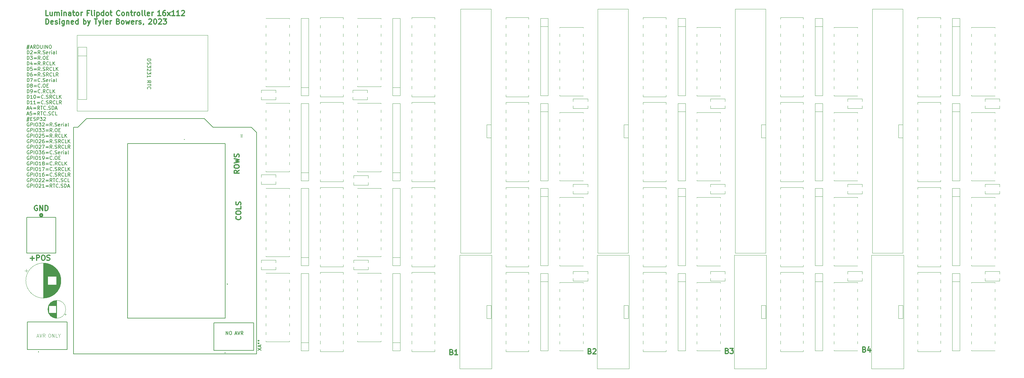
<source format=gto>
%TF.GenerationSoftware,KiCad,Pcbnew,(7.0.0)*%
%TF.CreationDate,2023-03-13T22:40:24-04:00*%
%TF.ProjectId,luminator,6c756d69-6e61-4746-9f72-2e6b69636164,rev?*%
%TF.SameCoordinates,Original*%
%TF.FileFunction,Legend,Top*%
%TF.FilePolarity,Positive*%
%FSLAX46Y46*%
G04 Gerber Fmt 4.6, Leading zero omitted, Abs format (unit mm)*
G04 Created by KiCad (PCBNEW (7.0.0)) date 2023-03-13 22:40:24*
%MOMM*%
%LPD*%
G01*
G04 APERTURE LIST*
%ADD10C,0.300000*%
%ADD11C,0.125000*%
%ADD12C,0.150000*%
%ADD13C,0.200000*%
%ADD14C,0.075000*%
%ADD15C,0.120000*%
%ADD16C,0.127000*%
%ADD17C,0.152400*%
%ADD18C,0.508000*%
%ADD19C,0.100000*%
%ADD20C,1.600000*%
%ADD21R,1.295400X1.295400*%
%ADD22C,1.295400*%
%ADD23R,1.227074X1.227074*%
%ADD24C,1.227074*%
%ADD25R,1.600000X1.600000*%
%ADD26C,1.200000*%
%ADD27C,1.498600*%
%ADD28C,1.524000*%
%ADD29C,3.000000*%
%ADD30R,2.000000X2.000000*%
%ADD31C,2.000000*%
%ADD32R,1.508000X1.508000*%
%ADD33C,1.508000*%
%ADD34C,1.803400*%
%ADD35C,3.200000*%
%ADD36O,1.727200X1.727200*%
%ADD37R,1.727200X1.727200*%
G04 APERTURE END LIST*
D10*
X41020857Y-78255000D02*
X40878000Y-78183571D01*
X40878000Y-78183571D02*
X40663714Y-78183571D01*
X40663714Y-78183571D02*
X40449428Y-78255000D01*
X40449428Y-78255000D02*
X40306571Y-78397857D01*
X40306571Y-78397857D02*
X40235142Y-78540714D01*
X40235142Y-78540714D02*
X40163714Y-78826428D01*
X40163714Y-78826428D02*
X40163714Y-79040714D01*
X40163714Y-79040714D02*
X40235142Y-79326428D01*
X40235142Y-79326428D02*
X40306571Y-79469285D01*
X40306571Y-79469285D02*
X40449428Y-79612142D01*
X40449428Y-79612142D02*
X40663714Y-79683571D01*
X40663714Y-79683571D02*
X40806571Y-79683571D01*
X40806571Y-79683571D02*
X41020857Y-79612142D01*
X41020857Y-79612142D02*
X41092285Y-79540714D01*
X41092285Y-79540714D02*
X41092285Y-79040714D01*
X41092285Y-79040714D02*
X40806571Y-79040714D01*
X41735142Y-79683571D02*
X41735142Y-78183571D01*
X41735142Y-78183571D02*
X42592285Y-79683571D01*
X42592285Y-79683571D02*
X42592285Y-78183571D01*
X43306571Y-79683571D02*
X43306571Y-78183571D01*
X43306571Y-78183571D02*
X43663714Y-78183571D01*
X43663714Y-78183571D02*
X43878000Y-78255000D01*
X43878000Y-78255000D02*
X44020857Y-78397857D01*
X44020857Y-78397857D02*
X44092286Y-78540714D01*
X44092286Y-78540714D02*
X44163714Y-78826428D01*
X44163714Y-78826428D02*
X44163714Y-79040714D01*
X44163714Y-79040714D02*
X44092286Y-79326428D01*
X44092286Y-79326428D02*
X44020857Y-79469285D01*
X44020857Y-79469285D02*
X43878000Y-79612142D01*
X43878000Y-79612142D02*
X43663714Y-79683571D01*
X43663714Y-79683571D02*
X43306571Y-79683571D01*
X161762357Y-120923357D02*
X161976643Y-120994785D01*
X161976643Y-120994785D02*
X162048072Y-121066214D01*
X162048072Y-121066214D02*
X162119500Y-121209071D01*
X162119500Y-121209071D02*
X162119500Y-121423357D01*
X162119500Y-121423357D02*
X162048072Y-121566214D01*
X162048072Y-121566214D02*
X161976643Y-121637642D01*
X161976643Y-121637642D02*
X161833786Y-121709071D01*
X161833786Y-121709071D02*
X161262357Y-121709071D01*
X161262357Y-121709071D02*
X161262357Y-120209071D01*
X161262357Y-120209071D02*
X161762357Y-120209071D01*
X161762357Y-120209071D02*
X161905215Y-120280500D01*
X161905215Y-120280500D02*
X161976643Y-120351928D01*
X161976643Y-120351928D02*
X162048072Y-120494785D01*
X162048072Y-120494785D02*
X162048072Y-120637642D01*
X162048072Y-120637642D02*
X161976643Y-120780500D01*
X161976643Y-120780500D02*
X161905215Y-120851928D01*
X161905215Y-120851928D02*
X161762357Y-120923357D01*
X161762357Y-120923357D02*
X161262357Y-120923357D01*
X163548072Y-121709071D02*
X162690929Y-121709071D01*
X163119500Y-121709071D02*
X163119500Y-120209071D01*
X163119500Y-120209071D02*
X162976643Y-120423357D01*
X162976643Y-120423357D02*
X162833786Y-120566214D01*
X162833786Y-120566214D02*
X162690929Y-120637642D01*
D11*
X40957476Y-116336666D02*
X41433666Y-116336666D01*
X40862238Y-116622380D02*
X41195571Y-115622380D01*
X41195571Y-115622380D02*
X41528904Y-116622380D01*
X41719381Y-115622380D02*
X42052714Y-116622380D01*
X42052714Y-116622380D02*
X42386047Y-115622380D01*
X43290809Y-116622380D02*
X42957476Y-116146190D01*
X42719381Y-116622380D02*
X42719381Y-115622380D01*
X42719381Y-115622380D02*
X43100333Y-115622380D01*
X43100333Y-115622380D02*
X43195571Y-115670000D01*
X43195571Y-115670000D02*
X43243190Y-115717619D01*
X43243190Y-115717619D02*
X43290809Y-115812857D01*
X43290809Y-115812857D02*
X43290809Y-115955714D01*
X43290809Y-115955714D02*
X43243190Y-116050952D01*
X43243190Y-116050952D02*
X43195571Y-116098571D01*
X43195571Y-116098571D02*
X43100333Y-116146190D01*
X43100333Y-116146190D02*
X42719381Y-116146190D01*
X44509857Y-115622380D02*
X44700333Y-115622380D01*
X44700333Y-115622380D02*
X44795571Y-115670000D01*
X44795571Y-115670000D02*
X44890809Y-115765238D01*
X44890809Y-115765238D02*
X44938428Y-115955714D01*
X44938428Y-115955714D02*
X44938428Y-116289047D01*
X44938428Y-116289047D02*
X44890809Y-116479523D01*
X44890809Y-116479523D02*
X44795571Y-116574761D01*
X44795571Y-116574761D02*
X44700333Y-116622380D01*
X44700333Y-116622380D02*
X44509857Y-116622380D01*
X44509857Y-116622380D02*
X44414619Y-116574761D01*
X44414619Y-116574761D02*
X44319381Y-116479523D01*
X44319381Y-116479523D02*
X44271762Y-116289047D01*
X44271762Y-116289047D02*
X44271762Y-115955714D01*
X44271762Y-115955714D02*
X44319381Y-115765238D01*
X44319381Y-115765238D02*
X44414619Y-115670000D01*
X44414619Y-115670000D02*
X44509857Y-115622380D01*
X45367000Y-116622380D02*
X45367000Y-115622380D01*
X45367000Y-115622380D02*
X45938428Y-116622380D01*
X45938428Y-116622380D02*
X45938428Y-115622380D01*
X46890809Y-116622380D02*
X46414619Y-116622380D01*
X46414619Y-116622380D02*
X46414619Y-115622380D01*
X47414619Y-116146190D02*
X47414619Y-116622380D01*
X47081286Y-115622380D02*
X47414619Y-116146190D01*
X47414619Y-116146190D02*
X47747952Y-115622380D01*
D12*
X250113800Y-86362380D02*
X250113800Y-86600476D01*
X249875705Y-86505238D02*
X250113800Y-86600476D01*
X250113800Y-86600476D02*
X250351895Y-86505238D01*
X249970943Y-86790952D02*
X250113800Y-86600476D01*
X250113800Y-86600476D02*
X250256657Y-86790952D01*
X170116500Y-86362380D02*
X170116500Y-86600476D01*
X169878405Y-86505238D02*
X170116500Y-86600476D01*
X170116500Y-86600476D02*
X170354595Y-86505238D01*
X169973643Y-86790952D02*
X170116500Y-86600476D01*
X170116500Y-86600476D02*
X170259357Y-86790952D01*
X209994500Y-86362380D02*
X209994500Y-86600476D01*
X209756405Y-86505238D02*
X209994500Y-86600476D01*
X209994500Y-86600476D02*
X210232595Y-86505238D01*
X209851643Y-86790952D02*
X209994500Y-86600476D01*
X209994500Y-86600476D02*
X210137357Y-86790952D01*
D10*
X202021357Y-120669357D02*
X202235643Y-120740785D01*
X202235643Y-120740785D02*
X202307072Y-120812214D01*
X202307072Y-120812214D02*
X202378500Y-120955071D01*
X202378500Y-120955071D02*
X202378500Y-121169357D01*
X202378500Y-121169357D02*
X202307072Y-121312214D01*
X202307072Y-121312214D02*
X202235643Y-121383642D01*
X202235643Y-121383642D02*
X202092786Y-121455071D01*
X202092786Y-121455071D02*
X201521357Y-121455071D01*
X201521357Y-121455071D02*
X201521357Y-119955071D01*
X201521357Y-119955071D02*
X202021357Y-119955071D01*
X202021357Y-119955071D02*
X202164215Y-120026500D01*
X202164215Y-120026500D02*
X202235643Y-120097928D01*
X202235643Y-120097928D02*
X202307072Y-120240785D01*
X202307072Y-120240785D02*
X202307072Y-120383642D01*
X202307072Y-120383642D02*
X202235643Y-120526500D01*
X202235643Y-120526500D02*
X202164215Y-120597928D01*
X202164215Y-120597928D02*
X202021357Y-120669357D01*
X202021357Y-120669357D02*
X201521357Y-120669357D01*
X202949929Y-120097928D02*
X203021357Y-120026500D01*
X203021357Y-120026500D02*
X203164215Y-119955071D01*
X203164215Y-119955071D02*
X203521357Y-119955071D01*
X203521357Y-119955071D02*
X203664215Y-120026500D01*
X203664215Y-120026500D02*
X203735643Y-120097928D01*
X203735643Y-120097928D02*
X203807072Y-120240785D01*
X203807072Y-120240785D02*
X203807072Y-120383642D01*
X203807072Y-120383642D02*
X203735643Y-120597928D01*
X203735643Y-120597928D02*
X202878500Y-121455071D01*
X202878500Y-121455071D02*
X203807072Y-121455071D01*
X100230214Y-81398857D02*
X100301642Y-81470285D01*
X100301642Y-81470285D02*
X100373071Y-81684571D01*
X100373071Y-81684571D02*
X100373071Y-81827428D01*
X100373071Y-81827428D02*
X100301642Y-82041714D01*
X100301642Y-82041714D02*
X100158785Y-82184571D01*
X100158785Y-82184571D02*
X100015928Y-82256000D01*
X100015928Y-82256000D02*
X99730214Y-82327428D01*
X99730214Y-82327428D02*
X99515928Y-82327428D01*
X99515928Y-82327428D02*
X99230214Y-82256000D01*
X99230214Y-82256000D02*
X99087357Y-82184571D01*
X99087357Y-82184571D02*
X98944500Y-82041714D01*
X98944500Y-82041714D02*
X98873071Y-81827428D01*
X98873071Y-81827428D02*
X98873071Y-81684571D01*
X98873071Y-81684571D02*
X98944500Y-81470285D01*
X98944500Y-81470285D02*
X99015928Y-81398857D01*
X98873071Y-80470285D02*
X98873071Y-80184571D01*
X98873071Y-80184571D02*
X98944500Y-80041714D01*
X98944500Y-80041714D02*
X99087357Y-79898857D01*
X99087357Y-79898857D02*
X99373071Y-79827428D01*
X99373071Y-79827428D02*
X99873071Y-79827428D01*
X99873071Y-79827428D02*
X100158785Y-79898857D01*
X100158785Y-79898857D02*
X100301642Y-80041714D01*
X100301642Y-80041714D02*
X100373071Y-80184571D01*
X100373071Y-80184571D02*
X100373071Y-80470285D01*
X100373071Y-80470285D02*
X100301642Y-80613143D01*
X100301642Y-80613143D02*
X100158785Y-80756000D01*
X100158785Y-80756000D02*
X99873071Y-80827428D01*
X99873071Y-80827428D02*
X99373071Y-80827428D01*
X99373071Y-80827428D02*
X99087357Y-80756000D01*
X99087357Y-80756000D02*
X98944500Y-80613143D01*
X98944500Y-80613143D02*
X98873071Y-80470285D01*
X100373071Y-78470285D02*
X100373071Y-79184571D01*
X100373071Y-79184571D02*
X98873071Y-79184571D01*
X100301642Y-78041713D02*
X100373071Y-77827428D01*
X100373071Y-77827428D02*
X100373071Y-77470285D01*
X100373071Y-77470285D02*
X100301642Y-77327428D01*
X100301642Y-77327428D02*
X100230214Y-77255999D01*
X100230214Y-77255999D02*
X100087357Y-77184570D01*
X100087357Y-77184570D02*
X99944500Y-77184570D01*
X99944500Y-77184570D02*
X99801642Y-77255999D01*
X99801642Y-77255999D02*
X99730214Y-77327428D01*
X99730214Y-77327428D02*
X99658785Y-77470285D01*
X99658785Y-77470285D02*
X99587357Y-77755999D01*
X99587357Y-77755999D02*
X99515928Y-77898856D01*
X99515928Y-77898856D02*
X99444500Y-77970285D01*
X99444500Y-77970285D02*
X99301642Y-78041713D01*
X99301642Y-78041713D02*
X99158785Y-78041713D01*
X99158785Y-78041713D02*
X99015928Y-77970285D01*
X99015928Y-77970285D02*
X98944500Y-77898856D01*
X98944500Y-77898856D02*
X98873071Y-77755999D01*
X98873071Y-77755999D02*
X98873071Y-77398856D01*
X98873071Y-77398856D02*
X98944500Y-77184570D01*
D12*
X170116500Y-86362380D02*
X170116500Y-86600476D01*
X169878405Y-86505238D02*
X170116500Y-86600476D01*
X170116500Y-86600476D02*
X170354595Y-86505238D01*
X169973643Y-86790952D02*
X170116500Y-86600476D01*
X170116500Y-86600476D02*
X170259357Y-86790952D01*
X210121500Y-86362380D02*
X210121500Y-86600476D01*
X209883405Y-86505238D02*
X210121500Y-86600476D01*
X210121500Y-86600476D02*
X210359595Y-86505238D01*
X209978643Y-86790952D02*
X210121500Y-86600476D01*
X210121500Y-86600476D02*
X210264357Y-86790952D01*
D10*
X242026357Y-120542357D02*
X242240643Y-120613785D01*
X242240643Y-120613785D02*
X242312072Y-120685214D01*
X242312072Y-120685214D02*
X242383500Y-120828071D01*
X242383500Y-120828071D02*
X242383500Y-121042357D01*
X242383500Y-121042357D02*
X242312072Y-121185214D01*
X242312072Y-121185214D02*
X242240643Y-121256642D01*
X242240643Y-121256642D02*
X242097786Y-121328071D01*
X242097786Y-121328071D02*
X241526357Y-121328071D01*
X241526357Y-121328071D02*
X241526357Y-119828071D01*
X241526357Y-119828071D02*
X242026357Y-119828071D01*
X242026357Y-119828071D02*
X242169215Y-119899500D01*
X242169215Y-119899500D02*
X242240643Y-119970928D01*
X242240643Y-119970928D02*
X242312072Y-120113785D01*
X242312072Y-120113785D02*
X242312072Y-120256642D01*
X242312072Y-120256642D02*
X242240643Y-120399500D01*
X242240643Y-120399500D02*
X242169215Y-120470928D01*
X242169215Y-120470928D02*
X242026357Y-120542357D01*
X242026357Y-120542357D02*
X241526357Y-120542357D01*
X242883500Y-119828071D02*
X243812072Y-119828071D01*
X243812072Y-119828071D02*
X243312072Y-120399500D01*
X243312072Y-120399500D02*
X243526357Y-120399500D01*
X243526357Y-120399500D02*
X243669215Y-120470928D01*
X243669215Y-120470928D02*
X243740643Y-120542357D01*
X243740643Y-120542357D02*
X243812072Y-120685214D01*
X243812072Y-120685214D02*
X243812072Y-121042357D01*
X243812072Y-121042357D02*
X243740643Y-121185214D01*
X243740643Y-121185214D02*
X243669215Y-121256642D01*
X243669215Y-121256642D02*
X243526357Y-121328071D01*
X243526357Y-121328071D02*
X243097786Y-121328071D01*
X243097786Y-121328071D02*
X242954929Y-121256642D01*
X242954929Y-121256642D02*
X242883500Y-121185214D01*
D12*
X249999500Y-86362380D02*
X249999500Y-86600476D01*
X249761405Y-86505238D02*
X249999500Y-86600476D01*
X249999500Y-86600476D02*
X250237595Y-86505238D01*
X249856643Y-86790952D02*
X249999500Y-86600476D01*
X249999500Y-86600476D02*
X250142357Y-86790952D01*
X290118800Y-86362380D02*
X290118800Y-86600476D01*
X289880705Y-86505238D02*
X290118800Y-86600476D01*
X290118800Y-86600476D02*
X290356895Y-86505238D01*
X289975943Y-86790952D02*
X290118800Y-86600476D01*
X290118800Y-86600476D02*
X290261657Y-86790952D01*
X289991800Y-86362380D02*
X289991800Y-86600476D01*
X289753705Y-86505238D02*
X289991800Y-86600476D01*
X289991800Y-86600476D02*
X290229895Y-86505238D01*
X289848943Y-86790952D02*
X289991800Y-86600476D01*
X289991800Y-86600476D02*
X290134657Y-86790952D01*
D10*
X99865071Y-67932857D02*
X99150785Y-68432857D01*
X99865071Y-68790000D02*
X98365071Y-68790000D01*
X98365071Y-68790000D02*
X98365071Y-68218571D01*
X98365071Y-68218571D02*
X98436500Y-68075714D01*
X98436500Y-68075714D02*
X98507928Y-68004285D01*
X98507928Y-68004285D02*
X98650785Y-67932857D01*
X98650785Y-67932857D02*
X98865071Y-67932857D01*
X98865071Y-67932857D02*
X99007928Y-68004285D01*
X99007928Y-68004285D02*
X99079357Y-68075714D01*
X99079357Y-68075714D02*
X99150785Y-68218571D01*
X99150785Y-68218571D02*
X99150785Y-68790000D01*
X98365071Y-67004285D02*
X98365071Y-66718571D01*
X98365071Y-66718571D02*
X98436500Y-66575714D01*
X98436500Y-66575714D02*
X98579357Y-66432857D01*
X98579357Y-66432857D02*
X98865071Y-66361428D01*
X98865071Y-66361428D02*
X99365071Y-66361428D01*
X99365071Y-66361428D02*
X99650785Y-66432857D01*
X99650785Y-66432857D02*
X99793642Y-66575714D01*
X99793642Y-66575714D02*
X99865071Y-66718571D01*
X99865071Y-66718571D02*
X99865071Y-67004285D01*
X99865071Y-67004285D02*
X99793642Y-67147143D01*
X99793642Y-67147143D02*
X99650785Y-67290000D01*
X99650785Y-67290000D02*
X99365071Y-67361428D01*
X99365071Y-67361428D02*
X98865071Y-67361428D01*
X98865071Y-67361428D02*
X98579357Y-67290000D01*
X98579357Y-67290000D02*
X98436500Y-67147143D01*
X98436500Y-67147143D02*
X98365071Y-67004285D01*
X98365071Y-65861428D02*
X99865071Y-65504285D01*
X99865071Y-65504285D02*
X98793642Y-65218571D01*
X98793642Y-65218571D02*
X99865071Y-64932856D01*
X99865071Y-64932856D02*
X98365071Y-64575714D01*
X99793642Y-64075713D02*
X99865071Y-63861428D01*
X99865071Y-63861428D02*
X99865071Y-63504285D01*
X99865071Y-63504285D02*
X99793642Y-63361428D01*
X99793642Y-63361428D02*
X99722214Y-63289999D01*
X99722214Y-63289999D02*
X99579357Y-63218570D01*
X99579357Y-63218570D02*
X99436500Y-63218570D01*
X99436500Y-63218570D02*
X99293642Y-63289999D01*
X99293642Y-63289999D02*
X99222214Y-63361428D01*
X99222214Y-63361428D02*
X99150785Y-63504285D01*
X99150785Y-63504285D02*
X99079357Y-63789999D01*
X99079357Y-63789999D02*
X99007928Y-63932856D01*
X99007928Y-63932856D02*
X98936500Y-64004285D01*
X98936500Y-64004285D02*
X98793642Y-64075713D01*
X98793642Y-64075713D02*
X98650785Y-64075713D01*
X98650785Y-64075713D02*
X98507928Y-64004285D01*
X98507928Y-64004285D02*
X98436500Y-63932856D01*
X98436500Y-63932856D02*
X98365071Y-63789999D01*
X98365071Y-63789999D02*
X98365071Y-63432856D01*
X98365071Y-63432856D02*
X98436500Y-63218570D01*
D13*
X38036476Y-31767714D02*
X38750761Y-31767714D01*
X38322190Y-31339142D02*
X38036476Y-32624857D01*
X38655523Y-32196285D02*
X37941238Y-32196285D01*
X38369809Y-32624857D02*
X38655523Y-31339142D01*
X39036476Y-32148666D02*
X39512666Y-32148666D01*
X38941238Y-32434380D02*
X39274571Y-31434380D01*
X39274571Y-31434380D02*
X39607904Y-32434380D01*
X40512666Y-32434380D02*
X40179333Y-31958190D01*
X39941238Y-32434380D02*
X39941238Y-31434380D01*
X39941238Y-31434380D02*
X40322190Y-31434380D01*
X40322190Y-31434380D02*
X40417428Y-31482000D01*
X40417428Y-31482000D02*
X40465047Y-31529619D01*
X40465047Y-31529619D02*
X40512666Y-31624857D01*
X40512666Y-31624857D02*
X40512666Y-31767714D01*
X40512666Y-31767714D02*
X40465047Y-31862952D01*
X40465047Y-31862952D02*
X40417428Y-31910571D01*
X40417428Y-31910571D02*
X40322190Y-31958190D01*
X40322190Y-31958190D02*
X39941238Y-31958190D01*
X40941238Y-32434380D02*
X40941238Y-31434380D01*
X40941238Y-31434380D02*
X41179333Y-31434380D01*
X41179333Y-31434380D02*
X41322190Y-31482000D01*
X41322190Y-31482000D02*
X41417428Y-31577238D01*
X41417428Y-31577238D02*
X41465047Y-31672476D01*
X41465047Y-31672476D02*
X41512666Y-31862952D01*
X41512666Y-31862952D02*
X41512666Y-32005809D01*
X41512666Y-32005809D02*
X41465047Y-32196285D01*
X41465047Y-32196285D02*
X41417428Y-32291523D01*
X41417428Y-32291523D02*
X41322190Y-32386761D01*
X41322190Y-32386761D02*
X41179333Y-32434380D01*
X41179333Y-32434380D02*
X40941238Y-32434380D01*
X41941238Y-31434380D02*
X41941238Y-32243904D01*
X41941238Y-32243904D02*
X41988857Y-32339142D01*
X41988857Y-32339142D02*
X42036476Y-32386761D01*
X42036476Y-32386761D02*
X42131714Y-32434380D01*
X42131714Y-32434380D02*
X42322190Y-32434380D01*
X42322190Y-32434380D02*
X42417428Y-32386761D01*
X42417428Y-32386761D02*
X42465047Y-32339142D01*
X42465047Y-32339142D02*
X42512666Y-32243904D01*
X42512666Y-32243904D02*
X42512666Y-31434380D01*
X42988857Y-32434380D02*
X42988857Y-31434380D01*
X43465047Y-32434380D02*
X43465047Y-31434380D01*
X43465047Y-31434380D02*
X44036475Y-32434380D01*
X44036475Y-32434380D02*
X44036475Y-31434380D01*
X44703142Y-31434380D02*
X44893618Y-31434380D01*
X44893618Y-31434380D02*
X44988856Y-31482000D01*
X44988856Y-31482000D02*
X45084094Y-31577238D01*
X45084094Y-31577238D02*
X45131713Y-31767714D01*
X45131713Y-31767714D02*
X45131713Y-32101047D01*
X45131713Y-32101047D02*
X45084094Y-32291523D01*
X45084094Y-32291523D02*
X44988856Y-32386761D01*
X44988856Y-32386761D02*
X44893618Y-32434380D01*
X44893618Y-32434380D02*
X44703142Y-32434380D01*
X44703142Y-32434380D02*
X44607904Y-32386761D01*
X44607904Y-32386761D02*
X44512666Y-32291523D01*
X44512666Y-32291523D02*
X44465047Y-32101047D01*
X44465047Y-32101047D02*
X44465047Y-31767714D01*
X44465047Y-31767714D02*
X44512666Y-31577238D01*
X44512666Y-31577238D02*
X44607904Y-31482000D01*
X44607904Y-31482000D02*
X44703142Y-31434380D01*
X38084095Y-34054380D02*
X38084095Y-33054380D01*
X38084095Y-33054380D02*
X38322190Y-33054380D01*
X38322190Y-33054380D02*
X38465047Y-33102000D01*
X38465047Y-33102000D02*
X38560285Y-33197238D01*
X38560285Y-33197238D02*
X38607904Y-33292476D01*
X38607904Y-33292476D02*
X38655523Y-33482952D01*
X38655523Y-33482952D02*
X38655523Y-33625809D01*
X38655523Y-33625809D02*
X38607904Y-33816285D01*
X38607904Y-33816285D02*
X38560285Y-33911523D01*
X38560285Y-33911523D02*
X38465047Y-34006761D01*
X38465047Y-34006761D02*
X38322190Y-34054380D01*
X38322190Y-34054380D02*
X38084095Y-34054380D01*
X39036476Y-33149619D02*
X39084095Y-33102000D01*
X39084095Y-33102000D02*
X39179333Y-33054380D01*
X39179333Y-33054380D02*
X39417428Y-33054380D01*
X39417428Y-33054380D02*
X39512666Y-33102000D01*
X39512666Y-33102000D02*
X39560285Y-33149619D01*
X39560285Y-33149619D02*
X39607904Y-33244857D01*
X39607904Y-33244857D02*
X39607904Y-33340095D01*
X39607904Y-33340095D02*
X39560285Y-33482952D01*
X39560285Y-33482952D02*
X38988857Y-34054380D01*
X38988857Y-34054380D02*
X39607904Y-34054380D01*
X40036476Y-33530571D02*
X40798381Y-33530571D01*
X40798381Y-33816285D02*
X40036476Y-33816285D01*
X41845999Y-34054380D02*
X41512666Y-33578190D01*
X41274571Y-34054380D02*
X41274571Y-33054380D01*
X41274571Y-33054380D02*
X41655523Y-33054380D01*
X41655523Y-33054380D02*
X41750761Y-33102000D01*
X41750761Y-33102000D02*
X41798380Y-33149619D01*
X41798380Y-33149619D02*
X41845999Y-33244857D01*
X41845999Y-33244857D02*
X41845999Y-33387714D01*
X41845999Y-33387714D02*
X41798380Y-33482952D01*
X41798380Y-33482952D02*
X41750761Y-33530571D01*
X41750761Y-33530571D02*
X41655523Y-33578190D01*
X41655523Y-33578190D02*
X41274571Y-33578190D01*
X42274571Y-33959142D02*
X42322190Y-34006761D01*
X42322190Y-34006761D02*
X42274571Y-34054380D01*
X42274571Y-34054380D02*
X42226952Y-34006761D01*
X42226952Y-34006761D02*
X42274571Y-33959142D01*
X42274571Y-33959142D02*
X42274571Y-34054380D01*
X42703142Y-34006761D02*
X42845999Y-34054380D01*
X42845999Y-34054380D02*
X43084094Y-34054380D01*
X43084094Y-34054380D02*
X43179332Y-34006761D01*
X43179332Y-34006761D02*
X43226951Y-33959142D01*
X43226951Y-33959142D02*
X43274570Y-33863904D01*
X43274570Y-33863904D02*
X43274570Y-33768666D01*
X43274570Y-33768666D02*
X43226951Y-33673428D01*
X43226951Y-33673428D02*
X43179332Y-33625809D01*
X43179332Y-33625809D02*
X43084094Y-33578190D01*
X43084094Y-33578190D02*
X42893618Y-33530571D01*
X42893618Y-33530571D02*
X42798380Y-33482952D01*
X42798380Y-33482952D02*
X42750761Y-33435333D01*
X42750761Y-33435333D02*
X42703142Y-33340095D01*
X42703142Y-33340095D02*
X42703142Y-33244857D01*
X42703142Y-33244857D02*
X42750761Y-33149619D01*
X42750761Y-33149619D02*
X42798380Y-33102000D01*
X42798380Y-33102000D02*
X42893618Y-33054380D01*
X42893618Y-33054380D02*
X43131713Y-33054380D01*
X43131713Y-33054380D02*
X43274570Y-33102000D01*
X44084094Y-34006761D02*
X43988856Y-34054380D01*
X43988856Y-34054380D02*
X43798380Y-34054380D01*
X43798380Y-34054380D02*
X43703142Y-34006761D01*
X43703142Y-34006761D02*
X43655523Y-33911523D01*
X43655523Y-33911523D02*
X43655523Y-33530571D01*
X43655523Y-33530571D02*
X43703142Y-33435333D01*
X43703142Y-33435333D02*
X43798380Y-33387714D01*
X43798380Y-33387714D02*
X43988856Y-33387714D01*
X43988856Y-33387714D02*
X44084094Y-33435333D01*
X44084094Y-33435333D02*
X44131713Y-33530571D01*
X44131713Y-33530571D02*
X44131713Y-33625809D01*
X44131713Y-33625809D02*
X43655523Y-33721047D01*
X44560285Y-34054380D02*
X44560285Y-33387714D01*
X44560285Y-33578190D02*
X44607904Y-33482952D01*
X44607904Y-33482952D02*
X44655523Y-33435333D01*
X44655523Y-33435333D02*
X44750761Y-33387714D01*
X44750761Y-33387714D02*
X44845999Y-33387714D01*
X45179333Y-34054380D02*
X45179333Y-33387714D01*
X45179333Y-33054380D02*
X45131714Y-33102000D01*
X45131714Y-33102000D02*
X45179333Y-33149619D01*
X45179333Y-33149619D02*
X45226952Y-33102000D01*
X45226952Y-33102000D02*
X45179333Y-33054380D01*
X45179333Y-33054380D02*
X45179333Y-33149619D01*
X46084094Y-34054380D02*
X46084094Y-33530571D01*
X46084094Y-33530571D02*
X46036475Y-33435333D01*
X46036475Y-33435333D02*
X45941237Y-33387714D01*
X45941237Y-33387714D02*
X45750761Y-33387714D01*
X45750761Y-33387714D02*
X45655523Y-33435333D01*
X46084094Y-34006761D02*
X45988856Y-34054380D01*
X45988856Y-34054380D02*
X45750761Y-34054380D01*
X45750761Y-34054380D02*
X45655523Y-34006761D01*
X45655523Y-34006761D02*
X45607904Y-33911523D01*
X45607904Y-33911523D02*
X45607904Y-33816285D01*
X45607904Y-33816285D02*
X45655523Y-33721047D01*
X45655523Y-33721047D02*
X45750761Y-33673428D01*
X45750761Y-33673428D02*
X45988856Y-33673428D01*
X45988856Y-33673428D02*
X46084094Y-33625809D01*
X46703142Y-34054380D02*
X46607904Y-34006761D01*
X46607904Y-34006761D02*
X46560285Y-33911523D01*
X46560285Y-33911523D02*
X46560285Y-33054380D01*
X38084095Y-35674380D02*
X38084095Y-34674380D01*
X38084095Y-34674380D02*
X38322190Y-34674380D01*
X38322190Y-34674380D02*
X38465047Y-34722000D01*
X38465047Y-34722000D02*
X38560285Y-34817238D01*
X38560285Y-34817238D02*
X38607904Y-34912476D01*
X38607904Y-34912476D02*
X38655523Y-35102952D01*
X38655523Y-35102952D02*
X38655523Y-35245809D01*
X38655523Y-35245809D02*
X38607904Y-35436285D01*
X38607904Y-35436285D02*
X38560285Y-35531523D01*
X38560285Y-35531523D02*
X38465047Y-35626761D01*
X38465047Y-35626761D02*
X38322190Y-35674380D01*
X38322190Y-35674380D02*
X38084095Y-35674380D01*
X38988857Y-34674380D02*
X39607904Y-34674380D01*
X39607904Y-34674380D02*
X39274571Y-35055333D01*
X39274571Y-35055333D02*
X39417428Y-35055333D01*
X39417428Y-35055333D02*
X39512666Y-35102952D01*
X39512666Y-35102952D02*
X39560285Y-35150571D01*
X39560285Y-35150571D02*
X39607904Y-35245809D01*
X39607904Y-35245809D02*
X39607904Y-35483904D01*
X39607904Y-35483904D02*
X39560285Y-35579142D01*
X39560285Y-35579142D02*
X39512666Y-35626761D01*
X39512666Y-35626761D02*
X39417428Y-35674380D01*
X39417428Y-35674380D02*
X39131714Y-35674380D01*
X39131714Y-35674380D02*
X39036476Y-35626761D01*
X39036476Y-35626761D02*
X38988857Y-35579142D01*
X40036476Y-35150571D02*
X40798381Y-35150571D01*
X40798381Y-35436285D02*
X40036476Y-35436285D01*
X41845999Y-35674380D02*
X41512666Y-35198190D01*
X41274571Y-35674380D02*
X41274571Y-34674380D01*
X41274571Y-34674380D02*
X41655523Y-34674380D01*
X41655523Y-34674380D02*
X41750761Y-34722000D01*
X41750761Y-34722000D02*
X41798380Y-34769619D01*
X41798380Y-34769619D02*
X41845999Y-34864857D01*
X41845999Y-34864857D02*
X41845999Y-35007714D01*
X41845999Y-35007714D02*
X41798380Y-35102952D01*
X41798380Y-35102952D02*
X41750761Y-35150571D01*
X41750761Y-35150571D02*
X41655523Y-35198190D01*
X41655523Y-35198190D02*
X41274571Y-35198190D01*
X42274571Y-35579142D02*
X42322190Y-35626761D01*
X42322190Y-35626761D02*
X42274571Y-35674380D01*
X42274571Y-35674380D02*
X42226952Y-35626761D01*
X42226952Y-35626761D02*
X42274571Y-35579142D01*
X42274571Y-35579142D02*
X42274571Y-35674380D01*
X42941237Y-34674380D02*
X43131713Y-34674380D01*
X43131713Y-34674380D02*
X43226951Y-34722000D01*
X43226951Y-34722000D02*
X43322189Y-34817238D01*
X43322189Y-34817238D02*
X43369808Y-35007714D01*
X43369808Y-35007714D02*
X43369808Y-35341047D01*
X43369808Y-35341047D02*
X43322189Y-35531523D01*
X43322189Y-35531523D02*
X43226951Y-35626761D01*
X43226951Y-35626761D02*
X43131713Y-35674380D01*
X43131713Y-35674380D02*
X42941237Y-35674380D01*
X42941237Y-35674380D02*
X42845999Y-35626761D01*
X42845999Y-35626761D02*
X42750761Y-35531523D01*
X42750761Y-35531523D02*
X42703142Y-35341047D01*
X42703142Y-35341047D02*
X42703142Y-35007714D01*
X42703142Y-35007714D02*
X42750761Y-34817238D01*
X42750761Y-34817238D02*
X42845999Y-34722000D01*
X42845999Y-34722000D02*
X42941237Y-34674380D01*
X43798380Y-35150571D02*
X44131713Y-35150571D01*
X44274570Y-35674380D02*
X43798380Y-35674380D01*
X43798380Y-35674380D02*
X43798380Y-34674380D01*
X43798380Y-34674380D02*
X44274570Y-34674380D01*
X38084095Y-37294380D02*
X38084095Y-36294380D01*
X38084095Y-36294380D02*
X38322190Y-36294380D01*
X38322190Y-36294380D02*
X38465047Y-36342000D01*
X38465047Y-36342000D02*
X38560285Y-36437238D01*
X38560285Y-36437238D02*
X38607904Y-36532476D01*
X38607904Y-36532476D02*
X38655523Y-36722952D01*
X38655523Y-36722952D02*
X38655523Y-36865809D01*
X38655523Y-36865809D02*
X38607904Y-37056285D01*
X38607904Y-37056285D02*
X38560285Y-37151523D01*
X38560285Y-37151523D02*
X38465047Y-37246761D01*
X38465047Y-37246761D02*
X38322190Y-37294380D01*
X38322190Y-37294380D02*
X38084095Y-37294380D01*
X39512666Y-36627714D02*
X39512666Y-37294380D01*
X39274571Y-36246761D02*
X39036476Y-36961047D01*
X39036476Y-36961047D02*
X39655523Y-36961047D01*
X40036476Y-36770571D02*
X40798381Y-36770571D01*
X40798381Y-37056285D02*
X40036476Y-37056285D01*
X41845999Y-37294380D02*
X41512666Y-36818190D01*
X41274571Y-37294380D02*
X41274571Y-36294380D01*
X41274571Y-36294380D02*
X41655523Y-36294380D01*
X41655523Y-36294380D02*
X41750761Y-36342000D01*
X41750761Y-36342000D02*
X41798380Y-36389619D01*
X41798380Y-36389619D02*
X41845999Y-36484857D01*
X41845999Y-36484857D02*
X41845999Y-36627714D01*
X41845999Y-36627714D02*
X41798380Y-36722952D01*
X41798380Y-36722952D02*
X41750761Y-36770571D01*
X41750761Y-36770571D02*
X41655523Y-36818190D01*
X41655523Y-36818190D02*
X41274571Y-36818190D01*
X42274571Y-37199142D02*
X42322190Y-37246761D01*
X42322190Y-37246761D02*
X42274571Y-37294380D01*
X42274571Y-37294380D02*
X42226952Y-37246761D01*
X42226952Y-37246761D02*
X42274571Y-37199142D01*
X42274571Y-37199142D02*
X42274571Y-37294380D01*
X43322189Y-37294380D02*
X42988856Y-36818190D01*
X42750761Y-37294380D02*
X42750761Y-36294380D01*
X42750761Y-36294380D02*
X43131713Y-36294380D01*
X43131713Y-36294380D02*
X43226951Y-36342000D01*
X43226951Y-36342000D02*
X43274570Y-36389619D01*
X43274570Y-36389619D02*
X43322189Y-36484857D01*
X43322189Y-36484857D02*
X43322189Y-36627714D01*
X43322189Y-36627714D02*
X43274570Y-36722952D01*
X43274570Y-36722952D02*
X43226951Y-36770571D01*
X43226951Y-36770571D02*
X43131713Y-36818190D01*
X43131713Y-36818190D02*
X42750761Y-36818190D01*
X44322189Y-37199142D02*
X44274570Y-37246761D01*
X44274570Y-37246761D02*
X44131713Y-37294380D01*
X44131713Y-37294380D02*
X44036475Y-37294380D01*
X44036475Y-37294380D02*
X43893618Y-37246761D01*
X43893618Y-37246761D02*
X43798380Y-37151523D01*
X43798380Y-37151523D02*
X43750761Y-37056285D01*
X43750761Y-37056285D02*
X43703142Y-36865809D01*
X43703142Y-36865809D02*
X43703142Y-36722952D01*
X43703142Y-36722952D02*
X43750761Y-36532476D01*
X43750761Y-36532476D02*
X43798380Y-36437238D01*
X43798380Y-36437238D02*
X43893618Y-36342000D01*
X43893618Y-36342000D02*
X44036475Y-36294380D01*
X44036475Y-36294380D02*
X44131713Y-36294380D01*
X44131713Y-36294380D02*
X44274570Y-36342000D01*
X44274570Y-36342000D02*
X44322189Y-36389619D01*
X45226951Y-37294380D02*
X44750761Y-37294380D01*
X44750761Y-37294380D02*
X44750761Y-36294380D01*
X45560285Y-37294380D02*
X45560285Y-36294380D01*
X46131713Y-37294380D02*
X45703142Y-36722952D01*
X46131713Y-36294380D02*
X45560285Y-36865809D01*
X38084095Y-38914380D02*
X38084095Y-37914380D01*
X38084095Y-37914380D02*
X38322190Y-37914380D01*
X38322190Y-37914380D02*
X38465047Y-37962000D01*
X38465047Y-37962000D02*
X38560285Y-38057238D01*
X38560285Y-38057238D02*
X38607904Y-38152476D01*
X38607904Y-38152476D02*
X38655523Y-38342952D01*
X38655523Y-38342952D02*
X38655523Y-38485809D01*
X38655523Y-38485809D02*
X38607904Y-38676285D01*
X38607904Y-38676285D02*
X38560285Y-38771523D01*
X38560285Y-38771523D02*
X38465047Y-38866761D01*
X38465047Y-38866761D02*
X38322190Y-38914380D01*
X38322190Y-38914380D02*
X38084095Y-38914380D01*
X39560285Y-37914380D02*
X39084095Y-37914380D01*
X39084095Y-37914380D02*
X39036476Y-38390571D01*
X39036476Y-38390571D02*
X39084095Y-38342952D01*
X39084095Y-38342952D02*
X39179333Y-38295333D01*
X39179333Y-38295333D02*
X39417428Y-38295333D01*
X39417428Y-38295333D02*
X39512666Y-38342952D01*
X39512666Y-38342952D02*
X39560285Y-38390571D01*
X39560285Y-38390571D02*
X39607904Y-38485809D01*
X39607904Y-38485809D02*
X39607904Y-38723904D01*
X39607904Y-38723904D02*
X39560285Y-38819142D01*
X39560285Y-38819142D02*
X39512666Y-38866761D01*
X39512666Y-38866761D02*
X39417428Y-38914380D01*
X39417428Y-38914380D02*
X39179333Y-38914380D01*
X39179333Y-38914380D02*
X39084095Y-38866761D01*
X39084095Y-38866761D02*
X39036476Y-38819142D01*
X40036476Y-38390571D02*
X40798381Y-38390571D01*
X40798381Y-38676285D02*
X40036476Y-38676285D01*
X41845999Y-38914380D02*
X41512666Y-38438190D01*
X41274571Y-38914380D02*
X41274571Y-37914380D01*
X41274571Y-37914380D02*
X41655523Y-37914380D01*
X41655523Y-37914380D02*
X41750761Y-37962000D01*
X41750761Y-37962000D02*
X41798380Y-38009619D01*
X41798380Y-38009619D02*
X41845999Y-38104857D01*
X41845999Y-38104857D02*
X41845999Y-38247714D01*
X41845999Y-38247714D02*
X41798380Y-38342952D01*
X41798380Y-38342952D02*
X41750761Y-38390571D01*
X41750761Y-38390571D02*
X41655523Y-38438190D01*
X41655523Y-38438190D02*
X41274571Y-38438190D01*
X42274571Y-38819142D02*
X42322190Y-38866761D01*
X42322190Y-38866761D02*
X42274571Y-38914380D01*
X42274571Y-38914380D02*
X42226952Y-38866761D01*
X42226952Y-38866761D02*
X42274571Y-38819142D01*
X42274571Y-38819142D02*
X42274571Y-38914380D01*
X42703142Y-38866761D02*
X42845999Y-38914380D01*
X42845999Y-38914380D02*
X43084094Y-38914380D01*
X43084094Y-38914380D02*
X43179332Y-38866761D01*
X43179332Y-38866761D02*
X43226951Y-38819142D01*
X43226951Y-38819142D02*
X43274570Y-38723904D01*
X43274570Y-38723904D02*
X43274570Y-38628666D01*
X43274570Y-38628666D02*
X43226951Y-38533428D01*
X43226951Y-38533428D02*
X43179332Y-38485809D01*
X43179332Y-38485809D02*
X43084094Y-38438190D01*
X43084094Y-38438190D02*
X42893618Y-38390571D01*
X42893618Y-38390571D02*
X42798380Y-38342952D01*
X42798380Y-38342952D02*
X42750761Y-38295333D01*
X42750761Y-38295333D02*
X42703142Y-38200095D01*
X42703142Y-38200095D02*
X42703142Y-38104857D01*
X42703142Y-38104857D02*
X42750761Y-38009619D01*
X42750761Y-38009619D02*
X42798380Y-37962000D01*
X42798380Y-37962000D02*
X42893618Y-37914380D01*
X42893618Y-37914380D02*
X43131713Y-37914380D01*
X43131713Y-37914380D02*
X43274570Y-37962000D01*
X44274570Y-38914380D02*
X43941237Y-38438190D01*
X43703142Y-38914380D02*
X43703142Y-37914380D01*
X43703142Y-37914380D02*
X44084094Y-37914380D01*
X44084094Y-37914380D02*
X44179332Y-37962000D01*
X44179332Y-37962000D02*
X44226951Y-38009619D01*
X44226951Y-38009619D02*
X44274570Y-38104857D01*
X44274570Y-38104857D02*
X44274570Y-38247714D01*
X44274570Y-38247714D02*
X44226951Y-38342952D01*
X44226951Y-38342952D02*
X44179332Y-38390571D01*
X44179332Y-38390571D02*
X44084094Y-38438190D01*
X44084094Y-38438190D02*
X43703142Y-38438190D01*
X45274570Y-38819142D02*
X45226951Y-38866761D01*
X45226951Y-38866761D02*
X45084094Y-38914380D01*
X45084094Y-38914380D02*
X44988856Y-38914380D01*
X44988856Y-38914380D02*
X44845999Y-38866761D01*
X44845999Y-38866761D02*
X44750761Y-38771523D01*
X44750761Y-38771523D02*
X44703142Y-38676285D01*
X44703142Y-38676285D02*
X44655523Y-38485809D01*
X44655523Y-38485809D02*
X44655523Y-38342952D01*
X44655523Y-38342952D02*
X44703142Y-38152476D01*
X44703142Y-38152476D02*
X44750761Y-38057238D01*
X44750761Y-38057238D02*
X44845999Y-37962000D01*
X44845999Y-37962000D02*
X44988856Y-37914380D01*
X44988856Y-37914380D02*
X45084094Y-37914380D01*
X45084094Y-37914380D02*
X45226951Y-37962000D01*
X45226951Y-37962000D02*
X45274570Y-38009619D01*
X46179332Y-38914380D02*
X45703142Y-38914380D01*
X45703142Y-38914380D02*
X45703142Y-37914380D01*
X46512666Y-38914380D02*
X46512666Y-37914380D01*
X47084094Y-38914380D02*
X46655523Y-38342952D01*
X47084094Y-37914380D02*
X46512666Y-38485809D01*
X38084095Y-40534380D02*
X38084095Y-39534380D01*
X38084095Y-39534380D02*
X38322190Y-39534380D01*
X38322190Y-39534380D02*
X38465047Y-39582000D01*
X38465047Y-39582000D02*
X38560285Y-39677238D01*
X38560285Y-39677238D02*
X38607904Y-39772476D01*
X38607904Y-39772476D02*
X38655523Y-39962952D01*
X38655523Y-39962952D02*
X38655523Y-40105809D01*
X38655523Y-40105809D02*
X38607904Y-40296285D01*
X38607904Y-40296285D02*
X38560285Y-40391523D01*
X38560285Y-40391523D02*
X38465047Y-40486761D01*
X38465047Y-40486761D02*
X38322190Y-40534380D01*
X38322190Y-40534380D02*
X38084095Y-40534380D01*
X39512666Y-39534380D02*
X39322190Y-39534380D01*
X39322190Y-39534380D02*
X39226952Y-39582000D01*
X39226952Y-39582000D02*
X39179333Y-39629619D01*
X39179333Y-39629619D02*
X39084095Y-39772476D01*
X39084095Y-39772476D02*
X39036476Y-39962952D01*
X39036476Y-39962952D02*
X39036476Y-40343904D01*
X39036476Y-40343904D02*
X39084095Y-40439142D01*
X39084095Y-40439142D02*
X39131714Y-40486761D01*
X39131714Y-40486761D02*
X39226952Y-40534380D01*
X39226952Y-40534380D02*
X39417428Y-40534380D01*
X39417428Y-40534380D02*
X39512666Y-40486761D01*
X39512666Y-40486761D02*
X39560285Y-40439142D01*
X39560285Y-40439142D02*
X39607904Y-40343904D01*
X39607904Y-40343904D02*
X39607904Y-40105809D01*
X39607904Y-40105809D02*
X39560285Y-40010571D01*
X39560285Y-40010571D02*
X39512666Y-39962952D01*
X39512666Y-39962952D02*
X39417428Y-39915333D01*
X39417428Y-39915333D02*
X39226952Y-39915333D01*
X39226952Y-39915333D02*
X39131714Y-39962952D01*
X39131714Y-39962952D02*
X39084095Y-40010571D01*
X39084095Y-40010571D02*
X39036476Y-40105809D01*
X40036476Y-40010571D02*
X40798381Y-40010571D01*
X40798381Y-40296285D02*
X40036476Y-40296285D01*
X41845999Y-40534380D02*
X41512666Y-40058190D01*
X41274571Y-40534380D02*
X41274571Y-39534380D01*
X41274571Y-39534380D02*
X41655523Y-39534380D01*
X41655523Y-39534380D02*
X41750761Y-39582000D01*
X41750761Y-39582000D02*
X41798380Y-39629619D01*
X41798380Y-39629619D02*
X41845999Y-39724857D01*
X41845999Y-39724857D02*
X41845999Y-39867714D01*
X41845999Y-39867714D02*
X41798380Y-39962952D01*
X41798380Y-39962952D02*
X41750761Y-40010571D01*
X41750761Y-40010571D02*
X41655523Y-40058190D01*
X41655523Y-40058190D02*
X41274571Y-40058190D01*
X42274571Y-40439142D02*
X42322190Y-40486761D01*
X42322190Y-40486761D02*
X42274571Y-40534380D01*
X42274571Y-40534380D02*
X42226952Y-40486761D01*
X42226952Y-40486761D02*
X42274571Y-40439142D01*
X42274571Y-40439142D02*
X42274571Y-40534380D01*
X42703142Y-40486761D02*
X42845999Y-40534380D01*
X42845999Y-40534380D02*
X43084094Y-40534380D01*
X43084094Y-40534380D02*
X43179332Y-40486761D01*
X43179332Y-40486761D02*
X43226951Y-40439142D01*
X43226951Y-40439142D02*
X43274570Y-40343904D01*
X43274570Y-40343904D02*
X43274570Y-40248666D01*
X43274570Y-40248666D02*
X43226951Y-40153428D01*
X43226951Y-40153428D02*
X43179332Y-40105809D01*
X43179332Y-40105809D02*
X43084094Y-40058190D01*
X43084094Y-40058190D02*
X42893618Y-40010571D01*
X42893618Y-40010571D02*
X42798380Y-39962952D01*
X42798380Y-39962952D02*
X42750761Y-39915333D01*
X42750761Y-39915333D02*
X42703142Y-39820095D01*
X42703142Y-39820095D02*
X42703142Y-39724857D01*
X42703142Y-39724857D02*
X42750761Y-39629619D01*
X42750761Y-39629619D02*
X42798380Y-39582000D01*
X42798380Y-39582000D02*
X42893618Y-39534380D01*
X42893618Y-39534380D02*
X43131713Y-39534380D01*
X43131713Y-39534380D02*
X43274570Y-39582000D01*
X44274570Y-40534380D02*
X43941237Y-40058190D01*
X43703142Y-40534380D02*
X43703142Y-39534380D01*
X43703142Y-39534380D02*
X44084094Y-39534380D01*
X44084094Y-39534380D02*
X44179332Y-39582000D01*
X44179332Y-39582000D02*
X44226951Y-39629619D01*
X44226951Y-39629619D02*
X44274570Y-39724857D01*
X44274570Y-39724857D02*
X44274570Y-39867714D01*
X44274570Y-39867714D02*
X44226951Y-39962952D01*
X44226951Y-39962952D02*
X44179332Y-40010571D01*
X44179332Y-40010571D02*
X44084094Y-40058190D01*
X44084094Y-40058190D02*
X43703142Y-40058190D01*
X45274570Y-40439142D02*
X45226951Y-40486761D01*
X45226951Y-40486761D02*
X45084094Y-40534380D01*
X45084094Y-40534380D02*
X44988856Y-40534380D01*
X44988856Y-40534380D02*
X44845999Y-40486761D01*
X44845999Y-40486761D02*
X44750761Y-40391523D01*
X44750761Y-40391523D02*
X44703142Y-40296285D01*
X44703142Y-40296285D02*
X44655523Y-40105809D01*
X44655523Y-40105809D02*
X44655523Y-39962952D01*
X44655523Y-39962952D02*
X44703142Y-39772476D01*
X44703142Y-39772476D02*
X44750761Y-39677238D01*
X44750761Y-39677238D02*
X44845999Y-39582000D01*
X44845999Y-39582000D02*
X44988856Y-39534380D01*
X44988856Y-39534380D02*
X45084094Y-39534380D01*
X45084094Y-39534380D02*
X45226951Y-39582000D01*
X45226951Y-39582000D02*
X45274570Y-39629619D01*
X46179332Y-40534380D02*
X45703142Y-40534380D01*
X45703142Y-40534380D02*
X45703142Y-39534380D01*
X47084094Y-40534380D02*
X46750761Y-40058190D01*
X46512666Y-40534380D02*
X46512666Y-39534380D01*
X46512666Y-39534380D02*
X46893618Y-39534380D01*
X46893618Y-39534380D02*
X46988856Y-39582000D01*
X46988856Y-39582000D02*
X47036475Y-39629619D01*
X47036475Y-39629619D02*
X47084094Y-39724857D01*
X47084094Y-39724857D02*
X47084094Y-39867714D01*
X47084094Y-39867714D02*
X47036475Y-39962952D01*
X47036475Y-39962952D02*
X46988856Y-40010571D01*
X46988856Y-40010571D02*
X46893618Y-40058190D01*
X46893618Y-40058190D02*
X46512666Y-40058190D01*
X38084095Y-42154380D02*
X38084095Y-41154380D01*
X38084095Y-41154380D02*
X38322190Y-41154380D01*
X38322190Y-41154380D02*
X38465047Y-41202000D01*
X38465047Y-41202000D02*
X38560285Y-41297238D01*
X38560285Y-41297238D02*
X38607904Y-41392476D01*
X38607904Y-41392476D02*
X38655523Y-41582952D01*
X38655523Y-41582952D02*
X38655523Y-41725809D01*
X38655523Y-41725809D02*
X38607904Y-41916285D01*
X38607904Y-41916285D02*
X38560285Y-42011523D01*
X38560285Y-42011523D02*
X38465047Y-42106761D01*
X38465047Y-42106761D02*
X38322190Y-42154380D01*
X38322190Y-42154380D02*
X38084095Y-42154380D01*
X38988857Y-41154380D02*
X39655523Y-41154380D01*
X39655523Y-41154380D02*
X39226952Y-42154380D01*
X40036476Y-41630571D02*
X40798381Y-41630571D01*
X40798381Y-41916285D02*
X40036476Y-41916285D01*
X41845999Y-42059142D02*
X41798380Y-42106761D01*
X41798380Y-42106761D02*
X41655523Y-42154380D01*
X41655523Y-42154380D02*
X41560285Y-42154380D01*
X41560285Y-42154380D02*
X41417428Y-42106761D01*
X41417428Y-42106761D02*
X41322190Y-42011523D01*
X41322190Y-42011523D02*
X41274571Y-41916285D01*
X41274571Y-41916285D02*
X41226952Y-41725809D01*
X41226952Y-41725809D02*
X41226952Y-41582952D01*
X41226952Y-41582952D02*
X41274571Y-41392476D01*
X41274571Y-41392476D02*
X41322190Y-41297238D01*
X41322190Y-41297238D02*
X41417428Y-41202000D01*
X41417428Y-41202000D02*
X41560285Y-41154380D01*
X41560285Y-41154380D02*
X41655523Y-41154380D01*
X41655523Y-41154380D02*
X41798380Y-41202000D01*
X41798380Y-41202000D02*
X41845999Y-41249619D01*
X42274571Y-42059142D02*
X42322190Y-42106761D01*
X42322190Y-42106761D02*
X42274571Y-42154380D01*
X42274571Y-42154380D02*
X42226952Y-42106761D01*
X42226952Y-42106761D02*
X42274571Y-42059142D01*
X42274571Y-42059142D02*
X42274571Y-42154380D01*
X42703142Y-42106761D02*
X42845999Y-42154380D01*
X42845999Y-42154380D02*
X43084094Y-42154380D01*
X43084094Y-42154380D02*
X43179332Y-42106761D01*
X43179332Y-42106761D02*
X43226951Y-42059142D01*
X43226951Y-42059142D02*
X43274570Y-41963904D01*
X43274570Y-41963904D02*
X43274570Y-41868666D01*
X43274570Y-41868666D02*
X43226951Y-41773428D01*
X43226951Y-41773428D02*
X43179332Y-41725809D01*
X43179332Y-41725809D02*
X43084094Y-41678190D01*
X43084094Y-41678190D02*
X42893618Y-41630571D01*
X42893618Y-41630571D02*
X42798380Y-41582952D01*
X42798380Y-41582952D02*
X42750761Y-41535333D01*
X42750761Y-41535333D02*
X42703142Y-41440095D01*
X42703142Y-41440095D02*
X42703142Y-41344857D01*
X42703142Y-41344857D02*
X42750761Y-41249619D01*
X42750761Y-41249619D02*
X42798380Y-41202000D01*
X42798380Y-41202000D02*
X42893618Y-41154380D01*
X42893618Y-41154380D02*
X43131713Y-41154380D01*
X43131713Y-41154380D02*
X43274570Y-41202000D01*
X44084094Y-42106761D02*
X43988856Y-42154380D01*
X43988856Y-42154380D02*
X43798380Y-42154380D01*
X43798380Y-42154380D02*
X43703142Y-42106761D01*
X43703142Y-42106761D02*
X43655523Y-42011523D01*
X43655523Y-42011523D02*
X43655523Y-41630571D01*
X43655523Y-41630571D02*
X43703142Y-41535333D01*
X43703142Y-41535333D02*
X43798380Y-41487714D01*
X43798380Y-41487714D02*
X43988856Y-41487714D01*
X43988856Y-41487714D02*
X44084094Y-41535333D01*
X44084094Y-41535333D02*
X44131713Y-41630571D01*
X44131713Y-41630571D02*
X44131713Y-41725809D01*
X44131713Y-41725809D02*
X43655523Y-41821047D01*
X44560285Y-42154380D02*
X44560285Y-41487714D01*
X44560285Y-41678190D02*
X44607904Y-41582952D01*
X44607904Y-41582952D02*
X44655523Y-41535333D01*
X44655523Y-41535333D02*
X44750761Y-41487714D01*
X44750761Y-41487714D02*
X44845999Y-41487714D01*
X45179333Y-42154380D02*
X45179333Y-41487714D01*
X45179333Y-41154380D02*
X45131714Y-41202000D01*
X45131714Y-41202000D02*
X45179333Y-41249619D01*
X45179333Y-41249619D02*
X45226952Y-41202000D01*
X45226952Y-41202000D02*
X45179333Y-41154380D01*
X45179333Y-41154380D02*
X45179333Y-41249619D01*
X46084094Y-42154380D02*
X46084094Y-41630571D01*
X46084094Y-41630571D02*
X46036475Y-41535333D01*
X46036475Y-41535333D02*
X45941237Y-41487714D01*
X45941237Y-41487714D02*
X45750761Y-41487714D01*
X45750761Y-41487714D02*
X45655523Y-41535333D01*
X46084094Y-42106761D02*
X45988856Y-42154380D01*
X45988856Y-42154380D02*
X45750761Y-42154380D01*
X45750761Y-42154380D02*
X45655523Y-42106761D01*
X45655523Y-42106761D02*
X45607904Y-42011523D01*
X45607904Y-42011523D02*
X45607904Y-41916285D01*
X45607904Y-41916285D02*
X45655523Y-41821047D01*
X45655523Y-41821047D02*
X45750761Y-41773428D01*
X45750761Y-41773428D02*
X45988856Y-41773428D01*
X45988856Y-41773428D02*
X46084094Y-41725809D01*
X46703142Y-42154380D02*
X46607904Y-42106761D01*
X46607904Y-42106761D02*
X46560285Y-42011523D01*
X46560285Y-42011523D02*
X46560285Y-41154380D01*
X38084095Y-43774380D02*
X38084095Y-42774380D01*
X38084095Y-42774380D02*
X38322190Y-42774380D01*
X38322190Y-42774380D02*
X38465047Y-42822000D01*
X38465047Y-42822000D02*
X38560285Y-42917238D01*
X38560285Y-42917238D02*
X38607904Y-43012476D01*
X38607904Y-43012476D02*
X38655523Y-43202952D01*
X38655523Y-43202952D02*
X38655523Y-43345809D01*
X38655523Y-43345809D02*
X38607904Y-43536285D01*
X38607904Y-43536285D02*
X38560285Y-43631523D01*
X38560285Y-43631523D02*
X38465047Y-43726761D01*
X38465047Y-43726761D02*
X38322190Y-43774380D01*
X38322190Y-43774380D02*
X38084095Y-43774380D01*
X39226952Y-43202952D02*
X39131714Y-43155333D01*
X39131714Y-43155333D02*
X39084095Y-43107714D01*
X39084095Y-43107714D02*
X39036476Y-43012476D01*
X39036476Y-43012476D02*
X39036476Y-42964857D01*
X39036476Y-42964857D02*
X39084095Y-42869619D01*
X39084095Y-42869619D02*
X39131714Y-42822000D01*
X39131714Y-42822000D02*
X39226952Y-42774380D01*
X39226952Y-42774380D02*
X39417428Y-42774380D01*
X39417428Y-42774380D02*
X39512666Y-42822000D01*
X39512666Y-42822000D02*
X39560285Y-42869619D01*
X39560285Y-42869619D02*
X39607904Y-42964857D01*
X39607904Y-42964857D02*
X39607904Y-43012476D01*
X39607904Y-43012476D02*
X39560285Y-43107714D01*
X39560285Y-43107714D02*
X39512666Y-43155333D01*
X39512666Y-43155333D02*
X39417428Y-43202952D01*
X39417428Y-43202952D02*
X39226952Y-43202952D01*
X39226952Y-43202952D02*
X39131714Y-43250571D01*
X39131714Y-43250571D02*
X39084095Y-43298190D01*
X39084095Y-43298190D02*
X39036476Y-43393428D01*
X39036476Y-43393428D02*
X39036476Y-43583904D01*
X39036476Y-43583904D02*
X39084095Y-43679142D01*
X39084095Y-43679142D02*
X39131714Y-43726761D01*
X39131714Y-43726761D02*
X39226952Y-43774380D01*
X39226952Y-43774380D02*
X39417428Y-43774380D01*
X39417428Y-43774380D02*
X39512666Y-43726761D01*
X39512666Y-43726761D02*
X39560285Y-43679142D01*
X39560285Y-43679142D02*
X39607904Y-43583904D01*
X39607904Y-43583904D02*
X39607904Y-43393428D01*
X39607904Y-43393428D02*
X39560285Y-43298190D01*
X39560285Y-43298190D02*
X39512666Y-43250571D01*
X39512666Y-43250571D02*
X39417428Y-43202952D01*
X40036476Y-43250571D02*
X40798381Y-43250571D01*
X40798381Y-43536285D02*
X40036476Y-43536285D01*
X41845999Y-43679142D02*
X41798380Y-43726761D01*
X41798380Y-43726761D02*
X41655523Y-43774380D01*
X41655523Y-43774380D02*
X41560285Y-43774380D01*
X41560285Y-43774380D02*
X41417428Y-43726761D01*
X41417428Y-43726761D02*
X41322190Y-43631523D01*
X41322190Y-43631523D02*
X41274571Y-43536285D01*
X41274571Y-43536285D02*
X41226952Y-43345809D01*
X41226952Y-43345809D02*
X41226952Y-43202952D01*
X41226952Y-43202952D02*
X41274571Y-43012476D01*
X41274571Y-43012476D02*
X41322190Y-42917238D01*
X41322190Y-42917238D02*
X41417428Y-42822000D01*
X41417428Y-42822000D02*
X41560285Y-42774380D01*
X41560285Y-42774380D02*
X41655523Y-42774380D01*
X41655523Y-42774380D02*
X41798380Y-42822000D01*
X41798380Y-42822000D02*
X41845999Y-42869619D01*
X42274571Y-43679142D02*
X42322190Y-43726761D01*
X42322190Y-43726761D02*
X42274571Y-43774380D01*
X42274571Y-43774380D02*
X42226952Y-43726761D01*
X42226952Y-43726761D02*
X42274571Y-43679142D01*
X42274571Y-43679142D02*
X42274571Y-43774380D01*
X42941237Y-42774380D02*
X43131713Y-42774380D01*
X43131713Y-42774380D02*
X43226951Y-42822000D01*
X43226951Y-42822000D02*
X43322189Y-42917238D01*
X43322189Y-42917238D02*
X43369808Y-43107714D01*
X43369808Y-43107714D02*
X43369808Y-43441047D01*
X43369808Y-43441047D02*
X43322189Y-43631523D01*
X43322189Y-43631523D02*
X43226951Y-43726761D01*
X43226951Y-43726761D02*
X43131713Y-43774380D01*
X43131713Y-43774380D02*
X42941237Y-43774380D01*
X42941237Y-43774380D02*
X42845999Y-43726761D01*
X42845999Y-43726761D02*
X42750761Y-43631523D01*
X42750761Y-43631523D02*
X42703142Y-43441047D01*
X42703142Y-43441047D02*
X42703142Y-43107714D01*
X42703142Y-43107714D02*
X42750761Y-42917238D01*
X42750761Y-42917238D02*
X42845999Y-42822000D01*
X42845999Y-42822000D02*
X42941237Y-42774380D01*
X43798380Y-43250571D02*
X44131713Y-43250571D01*
X44274570Y-43774380D02*
X43798380Y-43774380D01*
X43798380Y-43774380D02*
X43798380Y-42774380D01*
X43798380Y-42774380D02*
X44274570Y-42774380D01*
X38084095Y-45394380D02*
X38084095Y-44394380D01*
X38084095Y-44394380D02*
X38322190Y-44394380D01*
X38322190Y-44394380D02*
X38465047Y-44442000D01*
X38465047Y-44442000D02*
X38560285Y-44537238D01*
X38560285Y-44537238D02*
X38607904Y-44632476D01*
X38607904Y-44632476D02*
X38655523Y-44822952D01*
X38655523Y-44822952D02*
X38655523Y-44965809D01*
X38655523Y-44965809D02*
X38607904Y-45156285D01*
X38607904Y-45156285D02*
X38560285Y-45251523D01*
X38560285Y-45251523D02*
X38465047Y-45346761D01*
X38465047Y-45346761D02*
X38322190Y-45394380D01*
X38322190Y-45394380D02*
X38084095Y-45394380D01*
X39131714Y-45394380D02*
X39322190Y-45394380D01*
X39322190Y-45394380D02*
X39417428Y-45346761D01*
X39417428Y-45346761D02*
X39465047Y-45299142D01*
X39465047Y-45299142D02*
X39560285Y-45156285D01*
X39560285Y-45156285D02*
X39607904Y-44965809D01*
X39607904Y-44965809D02*
X39607904Y-44584857D01*
X39607904Y-44584857D02*
X39560285Y-44489619D01*
X39560285Y-44489619D02*
X39512666Y-44442000D01*
X39512666Y-44442000D02*
X39417428Y-44394380D01*
X39417428Y-44394380D02*
X39226952Y-44394380D01*
X39226952Y-44394380D02*
X39131714Y-44442000D01*
X39131714Y-44442000D02*
X39084095Y-44489619D01*
X39084095Y-44489619D02*
X39036476Y-44584857D01*
X39036476Y-44584857D02*
X39036476Y-44822952D01*
X39036476Y-44822952D02*
X39084095Y-44918190D01*
X39084095Y-44918190D02*
X39131714Y-44965809D01*
X39131714Y-44965809D02*
X39226952Y-45013428D01*
X39226952Y-45013428D02*
X39417428Y-45013428D01*
X39417428Y-45013428D02*
X39512666Y-44965809D01*
X39512666Y-44965809D02*
X39560285Y-44918190D01*
X39560285Y-44918190D02*
X39607904Y-44822952D01*
X40036476Y-44870571D02*
X40798381Y-44870571D01*
X40798381Y-45156285D02*
X40036476Y-45156285D01*
X41845999Y-45299142D02*
X41798380Y-45346761D01*
X41798380Y-45346761D02*
X41655523Y-45394380D01*
X41655523Y-45394380D02*
X41560285Y-45394380D01*
X41560285Y-45394380D02*
X41417428Y-45346761D01*
X41417428Y-45346761D02*
X41322190Y-45251523D01*
X41322190Y-45251523D02*
X41274571Y-45156285D01*
X41274571Y-45156285D02*
X41226952Y-44965809D01*
X41226952Y-44965809D02*
X41226952Y-44822952D01*
X41226952Y-44822952D02*
X41274571Y-44632476D01*
X41274571Y-44632476D02*
X41322190Y-44537238D01*
X41322190Y-44537238D02*
X41417428Y-44442000D01*
X41417428Y-44442000D02*
X41560285Y-44394380D01*
X41560285Y-44394380D02*
X41655523Y-44394380D01*
X41655523Y-44394380D02*
X41798380Y-44442000D01*
X41798380Y-44442000D02*
X41845999Y-44489619D01*
X42274571Y-45299142D02*
X42322190Y-45346761D01*
X42322190Y-45346761D02*
X42274571Y-45394380D01*
X42274571Y-45394380D02*
X42226952Y-45346761D01*
X42226952Y-45346761D02*
X42274571Y-45299142D01*
X42274571Y-45299142D02*
X42274571Y-45394380D01*
X43322189Y-45394380D02*
X42988856Y-44918190D01*
X42750761Y-45394380D02*
X42750761Y-44394380D01*
X42750761Y-44394380D02*
X43131713Y-44394380D01*
X43131713Y-44394380D02*
X43226951Y-44442000D01*
X43226951Y-44442000D02*
X43274570Y-44489619D01*
X43274570Y-44489619D02*
X43322189Y-44584857D01*
X43322189Y-44584857D02*
X43322189Y-44727714D01*
X43322189Y-44727714D02*
X43274570Y-44822952D01*
X43274570Y-44822952D02*
X43226951Y-44870571D01*
X43226951Y-44870571D02*
X43131713Y-44918190D01*
X43131713Y-44918190D02*
X42750761Y-44918190D01*
X44322189Y-45299142D02*
X44274570Y-45346761D01*
X44274570Y-45346761D02*
X44131713Y-45394380D01*
X44131713Y-45394380D02*
X44036475Y-45394380D01*
X44036475Y-45394380D02*
X43893618Y-45346761D01*
X43893618Y-45346761D02*
X43798380Y-45251523D01*
X43798380Y-45251523D02*
X43750761Y-45156285D01*
X43750761Y-45156285D02*
X43703142Y-44965809D01*
X43703142Y-44965809D02*
X43703142Y-44822952D01*
X43703142Y-44822952D02*
X43750761Y-44632476D01*
X43750761Y-44632476D02*
X43798380Y-44537238D01*
X43798380Y-44537238D02*
X43893618Y-44442000D01*
X43893618Y-44442000D02*
X44036475Y-44394380D01*
X44036475Y-44394380D02*
X44131713Y-44394380D01*
X44131713Y-44394380D02*
X44274570Y-44442000D01*
X44274570Y-44442000D02*
X44322189Y-44489619D01*
X45226951Y-45394380D02*
X44750761Y-45394380D01*
X44750761Y-45394380D02*
X44750761Y-44394380D01*
X45560285Y-45394380D02*
X45560285Y-44394380D01*
X46131713Y-45394380D02*
X45703142Y-44822952D01*
X46131713Y-44394380D02*
X45560285Y-44965809D01*
X38084095Y-47014380D02*
X38084095Y-46014380D01*
X38084095Y-46014380D02*
X38322190Y-46014380D01*
X38322190Y-46014380D02*
X38465047Y-46062000D01*
X38465047Y-46062000D02*
X38560285Y-46157238D01*
X38560285Y-46157238D02*
X38607904Y-46252476D01*
X38607904Y-46252476D02*
X38655523Y-46442952D01*
X38655523Y-46442952D02*
X38655523Y-46585809D01*
X38655523Y-46585809D02*
X38607904Y-46776285D01*
X38607904Y-46776285D02*
X38560285Y-46871523D01*
X38560285Y-46871523D02*
X38465047Y-46966761D01*
X38465047Y-46966761D02*
X38322190Y-47014380D01*
X38322190Y-47014380D02*
X38084095Y-47014380D01*
X39607904Y-47014380D02*
X39036476Y-47014380D01*
X39322190Y-47014380D02*
X39322190Y-46014380D01*
X39322190Y-46014380D02*
X39226952Y-46157238D01*
X39226952Y-46157238D02*
X39131714Y-46252476D01*
X39131714Y-46252476D02*
X39036476Y-46300095D01*
X40226952Y-46014380D02*
X40322190Y-46014380D01*
X40322190Y-46014380D02*
X40417428Y-46062000D01*
X40417428Y-46062000D02*
X40465047Y-46109619D01*
X40465047Y-46109619D02*
X40512666Y-46204857D01*
X40512666Y-46204857D02*
X40560285Y-46395333D01*
X40560285Y-46395333D02*
X40560285Y-46633428D01*
X40560285Y-46633428D02*
X40512666Y-46823904D01*
X40512666Y-46823904D02*
X40465047Y-46919142D01*
X40465047Y-46919142D02*
X40417428Y-46966761D01*
X40417428Y-46966761D02*
X40322190Y-47014380D01*
X40322190Y-47014380D02*
X40226952Y-47014380D01*
X40226952Y-47014380D02*
X40131714Y-46966761D01*
X40131714Y-46966761D02*
X40084095Y-46919142D01*
X40084095Y-46919142D02*
X40036476Y-46823904D01*
X40036476Y-46823904D02*
X39988857Y-46633428D01*
X39988857Y-46633428D02*
X39988857Y-46395333D01*
X39988857Y-46395333D02*
X40036476Y-46204857D01*
X40036476Y-46204857D02*
X40084095Y-46109619D01*
X40084095Y-46109619D02*
X40131714Y-46062000D01*
X40131714Y-46062000D02*
X40226952Y-46014380D01*
X40988857Y-46490571D02*
X41750762Y-46490571D01*
X41750762Y-46776285D02*
X40988857Y-46776285D01*
X42798380Y-46919142D02*
X42750761Y-46966761D01*
X42750761Y-46966761D02*
X42607904Y-47014380D01*
X42607904Y-47014380D02*
X42512666Y-47014380D01*
X42512666Y-47014380D02*
X42369809Y-46966761D01*
X42369809Y-46966761D02*
X42274571Y-46871523D01*
X42274571Y-46871523D02*
X42226952Y-46776285D01*
X42226952Y-46776285D02*
X42179333Y-46585809D01*
X42179333Y-46585809D02*
X42179333Y-46442952D01*
X42179333Y-46442952D02*
X42226952Y-46252476D01*
X42226952Y-46252476D02*
X42274571Y-46157238D01*
X42274571Y-46157238D02*
X42369809Y-46062000D01*
X42369809Y-46062000D02*
X42512666Y-46014380D01*
X42512666Y-46014380D02*
X42607904Y-46014380D01*
X42607904Y-46014380D02*
X42750761Y-46062000D01*
X42750761Y-46062000D02*
X42798380Y-46109619D01*
X43226952Y-46919142D02*
X43274571Y-46966761D01*
X43274571Y-46966761D02*
X43226952Y-47014380D01*
X43226952Y-47014380D02*
X43179333Y-46966761D01*
X43179333Y-46966761D02*
X43226952Y-46919142D01*
X43226952Y-46919142D02*
X43226952Y-47014380D01*
X43655523Y-46966761D02*
X43798380Y-47014380D01*
X43798380Y-47014380D02*
X44036475Y-47014380D01*
X44036475Y-47014380D02*
X44131713Y-46966761D01*
X44131713Y-46966761D02*
X44179332Y-46919142D01*
X44179332Y-46919142D02*
X44226951Y-46823904D01*
X44226951Y-46823904D02*
X44226951Y-46728666D01*
X44226951Y-46728666D02*
X44179332Y-46633428D01*
X44179332Y-46633428D02*
X44131713Y-46585809D01*
X44131713Y-46585809D02*
X44036475Y-46538190D01*
X44036475Y-46538190D02*
X43845999Y-46490571D01*
X43845999Y-46490571D02*
X43750761Y-46442952D01*
X43750761Y-46442952D02*
X43703142Y-46395333D01*
X43703142Y-46395333D02*
X43655523Y-46300095D01*
X43655523Y-46300095D02*
X43655523Y-46204857D01*
X43655523Y-46204857D02*
X43703142Y-46109619D01*
X43703142Y-46109619D02*
X43750761Y-46062000D01*
X43750761Y-46062000D02*
X43845999Y-46014380D01*
X43845999Y-46014380D02*
X44084094Y-46014380D01*
X44084094Y-46014380D02*
X44226951Y-46062000D01*
X45226951Y-47014380D02*
X44893618Y-46538190D01*
X44655523Y-47014380D02*
X44655523Y-46014380D01*
X44655523Y-46014380D02*
X45036475Y-46014380D01*
X45036475Y-46014380D02*
X45131713Y-46062000D01*
X45131713Y-46062000D02*
X45179332Y-46109619D01*
X45179332Y-46109619D02*
X45226951Y-46204857D01*
X45226951Y-46204857D02*
X45226951Y-46347714D01*
X45226951Y-46347714D02*
X45179332Y-46442952D01*
X45179332Y-46442952D02*
X45131713Y-46490571D01*
X45131713Y-46490571D02*
X45036475Y-46538190D01*
X45036475Y-46538190D02*
X44655523Y-46538190D01*
X46226951Y-46919142D02*
X46179332Y-46966761D01*
X46179332Y-46966761D02*
X46036475Y-47014380D01*
X46036475Y-47014380D02*
X45941237Y-47014380D01*
X45941237Y-47014380D02*
X45798380Y-46966761D01*
X45798380Y-46966761D02*
X45703142Y-46871523D01*
X45703142Y-46871523D02*
X45655523Y-46776285D01*
X45655523Y-46776285D02*
X45607904Y-46585809D01*
X45607904Y-46585809D02*
X45607904Y-46442952D01*
X45607904Y-46442952D02*
X45655523Y-46252476D01*
X45655523Y-46252476D02*
X45703142Y-46157238D01*
X45703142Y-46157238D02*
X45798380Y-46062000D01*
X45798380Y-46062000D02*
X45941237Y-46014380D01*
X45941237Y-46014380D02*
X46036475Y-46014380D01*
X46036475Y-46014380D02*
X46179332Y-46062000D01*
X46179332Y-46062000D02*
X46226951Y-46109619D01*
X47131713Y-47014380D02*
X46655523Y-47014380D01*
X46655523Y-47014380D02*
X46655523Y-46014380D01*
X47465047Y-47014380D02*
X47465047Y-46014380D01*
X48036475Y-47014380D02*
X47607904Y-46442952D01*
X48036475Y-46014380D02*
X47465047Y-46585809D01*
X38084095Y-48634380D02*
X38084095Y-47634380D01*
X38084095Y-47634380D02*
X38322190Y-47634380D01*
X38322190Y-47634380D02*
X38465047Y-47682000D01*
X38465047Y-47682000D02*
X38560285Y-47777238D01*
X38560285Y-47777238D02*
X38607904Y-47872476D01*
X38607904Y-47872476D02*
X38655523Y-48062952D01*
X38655523Y-48062952D02*
X38655523Y-48205809D01*
X38655523Y-48205809D02*
X38607904Y-48396285D01*
X38607904Y-48396285D02*
X38560285Y-48491523D01*
X38560285Y-48491523D02*
X38465047Y-48586761D01*
X38465047Y-48586761D02*
X38322190Y-48634380D01*
X38322190Y-48634380D02*
X38084095Y-48634380D01*
X39607904Y-48634380D02*
X39036476Y-48634380D01*
X39322190Y-48634380D02*
X39322190Y-47634380D01*
X39322190Y-47634380D02*
X39226952Y-47777238D01*
X39226952Y-47777238D02*
X39131714Y-47872476D01*
X39131714Y-47872476D02*
X39036476Y-47920095D01*
X40560285Y-48634380D02*
X39988857Y-48634380D01*
X40274571Y-48634380D02*
X40274571Y-47634380D01*
X40274571Y-47634380D02*
X40179333Y-47777238D01*
X40179333Y-47777238D02*
X40084095Y-47872476D01*
X40084095Y-47872476D02*
X39988857Y-47920095D01*
X40988857Y-48110571D02*
X41750762Y-48110571D01*
X41750762Y-48396285D02*
X40988857Y-48396285D01*
X42798380Y-48539142D02*
X42750761Y-48586761D01*
X42750761Y-48586761D02*
X42607904Y-48634380D01*
X42607904Y-48634380D02*
X42512666Y-48634380D01*
X42512666Y-48634380D02*
X42369809Y-48586761D01*
X42369809Y-48586761D02*
X42274571Y-48491523D01*
X42274571Y-48491523D02*
X42226952Y-48396285D01*
X42226952Y-48396285D02*
X42179333Y-48205809D01*
X42179333Y-48205809D02*
X42179333Y-48062952D01*
X42179333Y-48062952D02*
X42226952Y-47872476D01*
X42226952Y-47872476D02*
X42274571Y-47777238D01*
X42274571Y-47777238D02*
X42369809Y-47682000D01*
X42369809Y-47682000D02*
X42512666Y-47634380D01*
X42512666Y-47634380D02*
X42607904Y-47634380D01*
X42607904Y-47634380D02*
X42750761Y-47682000D01*
X42750761Y-47682000D02*
X42798380Y-47729619D01*
X43226952Y-48539142D02*
X43274571Y-48586761D01*
X43274571Y-48586761D02*
X43226952Y-48634380D01*
X43226952Y-48634380D02*
X43179333Y-48586761D01*
X43179333Y-48586761D02*
X43226952Y-48539142D01*
X43226952Y-48539142D02*
X43226952Y-48634380D01*
X43655523Y-48586761D02*
X43798380Y-48634380D01*
X43798380Y-48634380D02*
X44036475Y-48634380D01*
X44036475Y-48634380D02*
X44131713Y-48586761D01*
X44131713Y-48586761D02*
X44179332Y-48539142D01*
X44179332Y-48539142D02*
X44226951Y-48443904D01*
X44226951Y-48443904D02*
X44226951Y-48348666D01*
X44226951Y-48348666D02*
X44179332Y-48253428D01*
X44179332Y-48253428D02*
X44131713Y-48205809D01*
X44131713Y-48205809D02*
X44036475Y-48158190D01*
X44036475Y-48158190D02*
X43845999Y-48110571D01*
X43845999Y-48110571D02*
X43750761Y-48062952D01*
X43750761Y-48062952D02*
X43703142Y-48015333D01*
X43703142Y-48015333D02*
X43655523Y-47920095D01*
X43655523Y-47920095D02*
X43655523Y-47824857D01*
X43655523Y-47824857D02*
X43703142Y-47729619D01*
X43703142Y-47729619D02*
X43750761Y-47682000D01*
X43750761Y-47682000D02*
X43845999Y-47634380D01*
X43845999Y-47634380D02*
X44084094Y-47634380D01*
X44084094Y-47634380D02*
X44226951Y-47682000D01*
X45226951Y-48634380D02*
X44893618Y-48158190D01*
X44655523Y-48634380D02*
X44655523Y-47634380D01*
X44655523Y-47634380D02*
X45036475Y-47634380D01*
X45036475Y-47634380D02*
X45131713Y-47682000D01*
X45131713Y-47682000D02*
X45179332Y-47729619D01*
X45179332Y-47729619D02*
X45226951Y-47824857D01*
X45226951Y-47824857D02*
X45226951Y-47967714D01*
X45226951Y-47967714D02*
X45179332Y-48062952D01*
X45179332Y-48062952D02*
X45131713Y-48110571D01*
X45131713Y-48110571D02*
X45036475Y-48158190D01*
X45036475Y-48158190D02*
X44655523Y-48158190D01*
X46226951Y-48539142D02*
X46179332Y-48586761D01*
X46179332Y-48586761D02*
X46036475Y-48634380D01*
X46036475Y-48634380D02*
X45941237Y-48634380D01*
X45941237Y-48634380D02*
X45798380Y-48586761D01*
X45798380Y-48586761D02*
X45703142Y-48491523D01*
X45703142Y-48491523D02*
X45655523Y-48396285D01*
X45655523Y-48396285D02*
X45607904Y-48205809D01*
X45607904Y-48205809D02*
X45607904Y-48062952D01*
X45607904Y-48062952D02*
X45655523Y-47872476D01*
X45655523Y-47872476D02*
X45703142Y-47777238D01*
X45703142Y-47777238D02*
X45798380Y-47682000D01*
X45798380Y-47682000D02*
X45941237Y-47634380D01*
X45941237Y-47634380D02*
X46036475Y-47634380D01*
X46036475Y-47634380D02*
X46179332Y-47682000D01*
X46179332Y-47682000D02*
X46226951Y-47729619D01*
X47131713Y-48634380D02*
X46655523Y-48634380D01*
X46655523Y-48634380D02*
X46655523Y-47634380D01*
X48036475Y-48634380D02*
X47703142Y-48158190D01*
X47465047Y-48634380D02*
X47465047Y-47634380D01*
X47465047Y-47634380D02*
X47845999Y-47634380D01*
X47845999Y-47634380D02*
X47941237Y-47682000D01*
X47941237Y-47682000D02*
X47988856Y-47729619D01*
X47988856Y-47729619D02*
X48036475Y-47824857D01*
X48036475Y-47824857D02*
X48036475Y-47967714D01*
X48036475Y-47967714D02*
X47988856Y-48062952D01*
X47988856Y-48062952D02*
X47941237Y-48110571D01*
X47941237Y-48110571D02*
X47845999Y-48158190D01*
X47845999Y-48158190D02*
X47465047Y-48158190D01*
X38036476Y-49968666D02*
X38512666Y-49968666D01*
X37941238Y-50254380D02*
X38274571Y-49254380D01*
X38274571Y-49254380D02*
X38607904Y-50254380D01*
X39369809Y-49587714D02*
X39369809Y-50254380D01*
X39131714Y-49206761D02*
X38893619Y-49921047D01*
X38893619Y-49921047D02*
X39512666Y-49921047D01*
X39893619Y-49730571D02*
X40655524Y-49730571D01*
X40655524Y-50016285D02*
X39893619Y-50016285D01*
X41703142Y-50254380D02*
X41369809Y-49778190D01*
X41131714Y-50254380D02*
X41131714Y-49254380D01*
X41131714Y-49254380D02*
X41512666Y-49254380D01*
X41512666Y-49254380D02*
X41607904Y-49302000D01*
X41607904Y-49302000D02*
X41655523Y-49349619D01*
X41655523Y-49349619D02*
X41703142Y-49444857D01*
X41703142Y-49444857D02*
X41703142Y-49587714D01*
X41703142Y-49587714D02*
X41655523Y-49682952D01*
X41655523Y-49682952D02*
X41607904Y-49730571D01*
X41607904Y-49730571D02*
X41512666Y-49778190D01*
X41512666Y-49778190D02*
X41131714Y-49778190D01*
X41988857Y-49254380D02*
X42560285Y-49254380D01*
X42274571Y-50254380D02*
X42274571Y-49254380D01*
X43465047Y-50159142D02*
X43417428Y-50206761D01*
X43417428Y-50206761D02*
X43274571Y-50254380D01*
X43274571Y-50254380D02*
X43179333Y-50254380D01*
X43179333Y-50254380D02*
X43036476Y-50206761D01*
X43036476Y-50206761D02*
X42941238Y-50111523D01*
X42941238Y-50111523D02*
X42893619Y-50016285D01*
X42893619Y-50016285D02*
X42846000Y-49825809D01*
X42846000Y-49825809D02*
X42846000Y-49682952D01*
X42846000Y-49682952D02*
X42893619Y-49492476D01*
X42893619Y-49492476D02*
X42941238Y-49397238D01*
X42941238Y-49397238D02*
X43036476Y-49302000D01*
X43036476Y-49302000D02*
X43179333Y-49254380D01*
X43179333Y-49254380D02*
X43274571Y-49254380D01*
X43274571Y-49254380D02*
X43417428Y-49302000D01*
X43417428Y-49302000D02*
X43465047Y-49349619D01*
X43893619Y-50159142D02*
X43941238Y-50206761D01*
X43941238Y-50206761D02*
X43893619Y-50254380D01*
X43893619Y-50254380D02*
X43846000Y-50206761D01*
X43846000Y-50206761D02*
X43893619Y-50159142D01*
X43893619Y-50159142D02*
X43893619Y-50254380D01*
X44322190Y-50206761D02*
X44465047Y-50254380D01*
X44465047Y-50254380D02*
X44703142Y-50254380D01*
X44703142Y-50254380D02*
X44798380Y-50206761D01*
X44798380Y-50206761D02*
X44845999Y-50159142D01*
X44845999Y-50159142D02*
X44893618Y-50063904D01*
X44893618Y-50063904D02*
X44893618Y-49968666D01*
X44893618Y-49968666D02*
X44845999Y-49873428D01*
X44845999Y-49873428D02*
X44798380Y-49825809D01*
X44798380Y-49825809D02*
X44703142Y-49778190D01*
X44703142Y-49778190D02*
X44512666Y-49730571D01*
X44512666Y-49730571D02*
X44417428Y-49682952D01*
X44417428Y-49682952D02*
X44369809Y-49635333D01*
X44369809Y-49635333D02*
X44322190Y-49540095D01*
X44322190Y-49540095D02*
X44322190Y-49444857D01*
X44322190Y-49444857D02*
X44369809Y-49349619D01*
X44369809Y-49349619D02*
X44417428Y-49302000D01*
X44417428Y-49302000D02*
X44512666Y-49254380D01*
X44512666Y-49254380D02*
X44750761Y-49254380D01*
X44750761Y-49254380D02*
X44893618Y-49302000D01*
X45322190Y-50254380D02*
X45322190Y-49254380D01*
X45322190Y-49254380D02*
X45560285Y-49254380D01*
X45560285Y-49254380D02*
X45703142Y-49302000D01*
X45703142Y-49302000D02*
X45798380Y-49397238D01*
X45798380Y-49397238D02*
X45845999Y-49492476D01*
X45845999Y-49492476D02*
X45893618Y-49682952D01*
X45893618Y-49682952D02*
X45893618Y-49825809D01*
X45893618Y-49825809D02*
X45845999Y-50016285D01*
X45845999Y-50016285D02*
X45798380Y-50111523D01*
X45798380Y-50111523D02*
X45703142Y-50206761D01*
X45703142Y-50206761D02*
X45560285Y-50254380D01*
X45560285Y-50254380D02*
X45322190Y-50254380D01*
X46274571Y-49968666D02*
X46750761Y-49968666D01*
X46179333Y-50254380D02*
X46512666Y-49254380D01*
X46512666Y-49254380D02*
X46845999Y-50254380D01*
X38036476Y-51588666D02*
X38512666Y-51588666D01*
X37941238Y-51874380D02*
X38274571Y-50874380D01*
X38274571Y-50874380D02*
X38607904Y-51874380D01*
X39417428Y-50874380D02*
X38941238Y-50874380D01*
X38941238Y-50874380D02*
X38893619Y-51350571D01*
X38893619Y-51350571D02*
X38941238Y-51302952D01*
X38941238Y-51302952D02*
X39036476Y-51255333D01*
X39036476Y-51255333D02*
X39274571Y-51255333D01*
X39274571Y-51255333D02*
X39369809Y-51302952D01*
X39369809Y-51302952D02*
X39417428Y-51350571D01*
X39417428Y-51350571D02*
X39465047Y-51445809D01*
X39465047Y-51445809D02*
X39465047Y-51683904D01*
X39465047Y-51683904D02*
X39417428Y-51779142D01*
X39417428Y-51779142D02*
X39369809Y-51826761D01*
X39369809Y-51826761D02*
X39274571Y-51874380D01*
X39274571Y-51874380D02*
X39036476Y-51874380D01*
X39036476Y-51874380D02*
X38941238Y-51826761D01*
X38941238Y-51826761D02*
X38893619Y-51779142D01*
X39893619Y-51350571D02*
X40655524Y-51350571D01*
X40655524Y-51636285D02*
X39893619Y-51636285D01*
X41703142Y-51874380D02*
X41369809Y-51398190D01*
X41131714Y-51874380D02*
X41131714Y-50874380D01*
X41131714Y-50874380D02*
X41512666Y-50874380D01*
X41512666Y-50874380D02*
X41607904Y-50922000D01*
X41607904Y-50922000D02*
X41655523Y-50969619D01*
X41655523Y-50969619D02*
X41703142Y-51064857D01*
X41703142Y-51064857D02*
X41703142Y-51207714D01*
X41703142Y-51207714D02*
X41655523Y-51302952D01*
X41655523Y-51302952D02*
X41607904Y-51350571D01*
X41607904Y-51350571D02*
X41512666Y-51398190D01*
X41512666Y-51398190D02*
X41131714Y-51398190D01*
X41988857Y-50874380D02*
X42560285Y-50874380D01*
X42274571Y-51874380D02*
X42274571Y-50874380D01*
X43465047Y-51779142D02*
X43417428Y-51826761D01*
X43417428Y-51826761D02*
X43274571Y-51874380D01*
X43274571Y-51874380D02*
X43179333Y-51874380D01*
X43179333Y-51874380D02*
X43036476Y-51826761D01*
X43036476Y-51826761D02*
X42941238Y-51731523D01*
X42941238Y-51731523D02*
X42893619Y-51636285D01*
X42893619Y-51636285D02*
X42846000Y-51445809D01*
X42846000Y-51445809D02*
X42846000Y-51302952D01*
X42846000Y-51302952D02*
X42893619Y-51112476D01*
X42893619Y-51112476D02*
X42941238Y-51017238D01*
X42941238Y-51017238D02*
X43036476Y-50922000D01*
X43036476Y-50922000D02*
X43179333Y-50874380D01*
X43179333Y-50874380D02*
X43274571Y-50874380D01*
X43274571Y-50874380D02*
X43417428Y-50922000D01*
X43417428Y-50922000D02*
X43465047Y-50969619D01*
X43893619Y-51779142D02*
X43941238Y-51826761D01*
X43941238Y-51826761D02*
X43893619Y-51874380D01*
X43893619Y-51874380D02*
X43846000Y-51826761D01*
X43846000Y-51826761D02*
X43893619Y-51779142D01*
X43893619Y-51779142D02*
X43893619Y-51874380D01*
X44322190Y-51826761D02*
X44465047Y-51874380D01*
X44465047Y-51874380D02*
X44703142Y-51874380D01*
X44703142Y-51874380D02*
X44798380Y-51826761D01*
X44798380Y-51826761D02*
X44845999Y-51779142D01*
X44845999Y-51779142D02*
X44893618Y-51683904D01*
X44893618Y-51683904D02*
X44893618Y-51588666D01*
X44893618Y-51588666D02*
X44845999Y-51493428D01*
X44845999Y-51493428D02*
X44798380Y-51445809D01*
X44798380Y-51445809D02*
X44703142Y-51398190D01*
X44703142Y-51398190D02*
X44512666Y-51350571D01*
X44512666Y-51350571D02*
X44417428Y-51302952D01*
X44417428Y-51302952D02*
X44369809Y-51255333D01*
X44369809Y-51255333D02*
X44322190Y-51160095D01*
X44322190Y-51160095D02*
X44322190Y-51064857D01*
X44322190Y-51064857D02*
X44369809Y-50969619D01*
X44369809Y-50969619D02*
X44417428Y-50922000D01*
X44417428Y-50922000D02*
X44512666Y-50874380D01*
X44512666Y-50874380D02*
X44750761Y-50874380D01*
X44750761Y-50874380D02*
X44893618Y-50922000D01*
X45893618Y-51779142D02*
X45845999Y-51826761D01*
X45845999Y-51826761D02*
X45703142Y-51874380D01*
X45703142Y-51874380D02*
X45607904Y-51874380D01*
X45607904Y-51874380D02*
X45465047Y-51826761D01*
X45465047Y-51826761D02*
X45369809Y-51731523D01*
X45369809Y-51731523D02*
X45322190Y-51636285D01*
X45322190Y-51636285D02*
X45274571Y-51445809D01*
X45274571Y-51445809D02*
X45274571Y-51302952D01*
X45274571Y-51302952D02*
X45322190Y-51112476D01*
X45322190Y-51112476D02*
X45369809Y-51017238D01*
X45369809Y-51017238D02*
X45465047Y-50922000D01*
X45465047Y-50922000D02*
X45607904Y-50874380D01*
X45607904Y-50874380D02*
X45703142Y-50874380D01*
X45703142Y-50874380D02*
X45845999Y-50922000D01*
X45845999Y-50922000D02*
X45893618Y-50969619D01*
X46798380Y-51874380D02*
X46322190Y-51874380D01*
X46322190Y-51874380D02*
X46322190Y-50874380D01*
X38036476Y-52827714D02*
X38750761Y-52827714D01*
X38322190Y-52399142D02*
X38036476Y-53684857D01*
X38655523Y-53256285D02*
X37941238Y-53256285D01*
X38369809Y-53684857D02*
X38655523Y-52399142D01*
X39084095Y-52970571D02*
X39417428Y-52970571D01*
X39560285Y-53494380D02*
X39084095Y-53494380D01*
X39084095Y-53494380D02*
X39084095Y-52494380D01*
X39084095Y-52494380D02*
X39560285Y-52494380D01*
X39941238Y-53446761D02*
X40084095Y-53494380D01*
X40084095Y-53494380D02*
X40322190Y-53494380D01*
X40322190Y-53494380D02*
X40417428Y-53446761D01*
X40417428Y-53446761D02*
X40465047Y-53399142D01*
X40465047Y-53399142D02*
X40512666Y-53303904D01*
X40512666Y-53303904D02*
X40512666Y-53208666D01*
X40512666Y-53208666D02*
X40465047Y-53113428D01*
X40465047Y-53113428D02*
X40417428Y-53065809D01*
X40417428Y-53065809D02*
X40322190Y-53018190D01*
X40322190Y-53018190D02*
X40131714Y-52970571D01*
X40131714Y-52970571D02*
X40036476Y-52922952D01*
X40036476Y-52922952D02*
X39988857Y-52875333D01*
X39988857Y-52875333D02*
X39941238Y-52780095D01*
X39941238Y-52780095D02*
X39941238Y-52684857D01*
X39941238Y-52684857D02*
X39988857Y-52589619D01*
X39988857Y-52589619D02*
X40036476Y-52542000D01*
X40036476Y-52542000D02*
X40131714Y-52494380D01*
X40131714Y-52494380D02*
X40369809Y-52494380D01*
X40369809Y-52494380D02*
X40512666Y-52542000D01*
X40941238Y-53494380D02*
X40941238Y-52494380D01*
X40941238Y-52494380D02*
X41322190Y-52494380D01*
X41322190Y-52494380D02*
X41417428Y-52542000D01*
X41417428Y-52542000D02*
X41465047Y-52589619D01*
X41465047Y-52589619D02*
X41512666Y-52684857D01*
X41512666Y-52684857D02*
X41512666Y-52827714D01*
X41512666Y-52827714D02*
X41465047Y-52922952D01*
X41465047Y-52922952D02*
X41417428Y-52970571D01*
X41417428Y-52970571D02*
X41322190Y-53018190D01*
X41322190Y-53018190D02*
X40941238Y-53018190D01*
X41846000Y-52494380D02*
X42465047Y-52494380D01*
X42465047Y-52494380D02*
X42131714Y-52875333D01*
X42131714Y-52875333D02*
X42274571Y-52875333D01*
X42274571Y-52875333D02*
X42369809Y-52922952D01*
X42369809Y-52922952D02*
X42417428Y-52970571D01*
X42417428Y-52970571D02*
X42465047Y-53065809D01*
X42465047Y-53065809D02*
X42465047Y-53303904D01*
X42465047Y-53303904D02*
X42417428Y-53399142D01*
X42417428Y-53399142D02*
X42369809Y-53446761D01*
X42369809Y-53446761D02*
X42274571Y-53494380D01*
X42274571Y-53494380D02*
X41988857Y-53494380D01*
X41988857Y-53494380D02*
X41893619Y-53446761D01*
X41893619Y-53446761D02*
X41846000Y-53399142D01*
X42846000Y-52589619D02*
X42893619Y-52542000D01*
X42893619Y-52542000D02*
X42988857Y-52494380D01*
X42988857Y-52494380D02*
X43226952Y-52494380D01*
X43226952Y-52494380D02*
X43322190Y-52542000D01*
X43322190Y-52542000D02*
X43369809Y-52589619D01*
X43369809Y-52589619D02*
X43417428Y-52684857D01*
X43417428Y-52684857D02*
X43417428Y-52780095D01*
X43417428Y-52780095D02*
X43369809Y-52922952D01*
X43369809Y-52922952D02*
X42798381Y-53494380D01*
X42798381Y-53494380D02*
X43417428Y-53494380D01*
X38607904Y-54162000D02*
X38512666Y-54114380D01*
X38512666Y-54114380D02*
X38369809Y-54114380D01*
X38369809Y-54114380D02*
X38226952Y-54162000D01*
X38226952Y-54162000D02*
X38131714Y-54257238D01*
X38131714Y-54257238D02*
X38084095Y-54352476D01*
X38084095Y-54352476D02*
X38036476Y-54542952D01*
X38036476Y-54542952D02*
X38036476Y-54685809D01*
X38036476Y-54685809D02*
X38084095Y-54876285D01*
X38084095Y-54876285D02*
X38131714Y-54971523D01*
X38131714Y-54971523D02*
X38226952Y-55066761D01*
X38226952Y-55066761D02*
X38369809Y-55114380D01*
X38369809Y-55114380D02*
X38465047Y-55114380D01*
X38465047Y-55114380D02*
X38607904Y-55066761D01*
X38607904Y-55066761D02*
X38655523Y-55019142D01*
X38655523Y-55019142D02*
X38655523Y-54685809D01*
X38655523Y-54685809D02*
X38465047Y-54685809D01*
X39084095Y-55114380D02*
X39084095Y-54114380D01*
X39084095Y-54114380D02*
X39465047Y-54114380D01*
X39465047Y-54114380D02*
X39560285Y-54162000D01*
X39560285Y-54162000D02*
X39607904Y-54209619D01*
X39607904Y-54209619D02*
X39655523Y-54304857D01*
X39655523Y-54304857D02*
X39655523Y-54447714D01*
X39655523Y-54447714D02*
X39607904Y-54542952D01*
X39607904Y-54542952D02*
X39560285Y-54590571D01*
X39560285Y-54590571D02*
X39465047Y-54638190D01*
X39465047Y-54638190D02*
X39084095Y-54638190D01*
X40084095Y-55114380D02*
X40084095Y-54114380D01*
X40750761Y-54114380D02*
X40941237Y-54114380D01*
X40941237Y-54114380D02*
X41036475Y-54162000D01*
X41036475Y-54162000D02*
X41131713Y-54257238D01*
X41131713Y-54257238D02*
X41179332Y-54447714D01*
X41179332Y-54447714D02*
X41179332Y-54781047D01*
X41179332Y-54781047D02*
X41131713Y-54971523D01*
X41131713Y-54971523D02*
X41036475Y-55066761D01*
X41036475Y-55066761D02*
X40941237Y-55114380D01*
X40941237Y-55114380D02*
X40750761Y-55114380D01*
X40750761Y-55114380D02*
X40655523Y-55066761D01*
X40655523Y-55066761D02*
X40560285Y-54971523D01*
X40560285Y-54971523D02*
X40512666Y-54781047D01*
X40512666Y-54781047D02*
X40512666Y-54447714D01*
X40512666Y-54447714D02*
X40560285Y-54257238D01*
X40560285Y-54257238D02*
X40655523Y-54162000D01*
X40655523Y-54162000D02*
X40750761Y-54114380D01*
X41512666Y-54114380D02*
X42131713Y-54114380D01*
X42131713Y-54114380D02*
X41798380Y-54495333D01*
X41798380Y-54495333D02*
X41941237Y-54495333D01*
X41941237Y-54495333D02*
X42036475Y-54542952D01*
X42036475Y-54542952D02*
X42084094Y-54590571D01*
X42084094Y-54590571D02*
X42131713Y-54685809D01*
X42131713Y-54685809D02*
X42131713Y-54923904D01*
X42131713Y-54923904D02*
X42084094Y-55019142D01*
X42084094Y-55019142D02*
X42036475Y-55066761D01*
X42036475Y-55066761D02*
X41941237Y-55114380D01*
X41941237Y-55114380D02*
X41655523Y-55114380D01*
X41655523Y-55114380D02*
X41560285Y-55066761D01*
X41560285Y-55066761D02*
X41512666Y-55019142D01*
X42512666Y-54209619D02*
X42560285Y-54162000D01*
X42560285Y-54162000D02*
X42655523Y-54114380D01*
X42655523Y-54114380D02*
X42893618Y-54114380D01*
X42893618Y-54114380D02*
X42988856Y-54162000D01*
X42988856Y-54162000D02*
X43036475Y-54209619D01*
X43036475Y-54209619D02*
X43084094Y-54304857D01*
X43084094Y-54304857D02*
X43084094Y-54400095D01*
X43084094Y-54400095D02*
X43036475Y-54542952D01*
X43036475Y-54542952D02*
X42465047Y-55114380D01*
X42465047Y-55114380D02*
X43084094Y-55114380D01*
X43512666Y-54590571D02*
X44274571Y-54590571D01*
X44274571Y-54876285D02*
X43512666Y-54876285D01*
X45322189Y-55114380D02*
X44988856Y-54638190D01*
X44750761Y-55114380D02*
X44750761Y-54114380D01*
X44750761Y-54114380D02*
X45131713Y-54114380D01*
X45131713Y-54114380D02*
X45226951Y-54162000D01*
X45226951Y-54162000D02*
X45274570Y-54209619D01*
X45274570Y-54209619D02*
X45322189Y-54304857D01*
X45322189Y-54304857D02*
X45322189Y-54447714D01*
X45322189Y-54447714D02*
X45274570Y-54542952D01*
X45274570Y-54542952D02*
X45226951Y-54590571D01*
X45226951Y-54590571D02*
X45131713Y-54638190D01*
X45131713Y-54638190D02*
X44750761Y-54638190D01*
X45750761Y-55019142D02*
X45798380Y-55066761D01*
X45798380Y-55066761D02*
X45750761Y-55114380D01*
X45750761Y-55114380D02*
X45703142Y-55066761D01*
X45703142Y-55066761D02*
X45750761Y-55019142D01*
X45750761Y-55019142D02*
X45750761Y-55114380D01*
X46179332Y-55066761D02*
X46322189Y-55114380D01*
X46322189Y-55114380D02*
X46560284Y-55114380D01*
X46560284Y-55114380D02*
X46655522Y-55066761D01*
X46655522Y-55066761D02*
X46703141Y-55019142D01*
X46703141Y-55019142D02*
X46750760Y-54923904D01*
X46750760Y-54923904D02*
X46750760Y-54828666D01*
X46750760Y-54828666D02*
X46703141Y-54733428D01*
X46703141Y-54733428D02*
X46655522Y-54685809D01*
X46655522Y-54685809D02*
X46560284Y-54638190D01*
X46560284Y-54638190D02*
X46369808Y-54590571D01*
X46369808Y-54590571D02*
X46274570Y-54542952D01*
X46274570Y-54542952D02*
X46226951Y-54495333D01*
X46226951Y-54495333D02*
X46179332Y-54400095D01*
X46179332Y-54400095D02*
X46179332Y-54304857D01*
X46179332Y-54304857D02*
X46226951Y-54209619D01*
X46226951Y-54209619D02*
X46274570Y-54162000D01*
X46274570Y-54162000D02*
X46369808Y-54114380D01*
X46369808Y-54114380D02*
X46607903Y-54114380D01*
X46607903Y-54114380D02*
X46750760Y-54162000D01*
X47560284Y-55066761D02*
X47465046Y-55114380D01*
X47465046Y-55114380D02*
X47274570Y-55114380D01*
X47274570Y-55114380D02*
X47179332Y-55066761D01*
X47179332Y-55066761D02*
X47131713Y-54971523D01*
X47131713Y-54971523D02*
X47131713Y-54590571D01*
X47131713Y-54590571D02*
X47179332Y-54495333D01*
X47179332Y-54495333D02*
X47274570Y-54447714D01*
X47274570Y-54447714D02*
X47465046Y-54447714D01*
X47465046Y-54447714D02*
X47560284Y-54495333D01*
X47560284Y-54495333D02*
X47607903Y-54590571D01*
X47607903Y-54590571D02*
X47607903Y-54685809D01*
X47607903Y-54685809D02*
X47131713Y-54781047D01*
X48036475Y-55114380D02*
X48036475Y-54447714D01*
X48036475Y-54638190D02*
X48084094Y-54542952D01*
X48084094Y-54542952D02*
X48131713Y-54495333D01*
X48131713Y-54495333D02*
X48226951Y-54447714D01*
X48226951Y-54447714D02*
X48322189Y-54447714D01*
X48655523Y-55114380D02*
X48655523Y-54447714D01*
X48655523Y-54114380D02*
X48607904Y-54162000D01*
X48607904Y-54162000D02*
X48655523Y-54209619D01*
X48655523Y-54209619D02*
X48703142Y-54162000D01*
X48703142Y-54162000D02*
X48655523Y-54114380D01*
X48655523Y-54114380D02*
X48655523Y-54209619D01*
X49560284Y-55114380D02*
X49560284Y-54590571D01*
X49560284Y-54590571D02*
X49512665Y-54495333D01*
X49512665Y-54495333D02*
X49417427Y-54447714D01*
X49417427Y-54447714D02*
X49226951Y-54447714D01*
X49226951Y-54447714D02*
X49131713Y-54495333D01*
X49560284Y-55066761D02*
X49465046Y-55114380D01*
X49465046Y-55114380D02*
X49226951Y-55114380D01*
X49226951Y-55114380D02*
X49131713Y-55066761D01*
X49131713Y-55066761D02*
X49084094Y-54971523D01*
X49084094Y-54971523D02*
X49084094Y-54876285D01*
X49084094Y-54876285D02*
X49131713Y-54781047D01*
X49131713Y-54781047D02*
X49226951Y-54733428D01*
X49226951Y-54733428D02*
X49465046Y-54733428D01*
X49465046Y-54733428D02*
X49560284Y-54685809D01*
X50179332Y-55114380D02*
X50084094Y-55066761D01*
X50084094Y-55066761D02*
X50036475Y-54971523D01*
X50036475Y-54971523D02*
X50036475Y-54114380D01*
X38607904Y-55782000D02*
X38512666Y-55734380D01*
X38512666Y-55734380D02*
X38369809Y-55734380D01*
X38369809Y-55734380D02*
X38226952Y-55782000D01*
X38226952Y-55782000D02*
X38131714Y-55877238D01*
X38131714Y-55877238D02*
X38084095Y-55972476D01*
X38084095Y-55972476D02*
X38036476Y-56162952D01*
X38036476Y-56162952D02*
X38036476Y-56305809D01*
X38036476Y-56305809D02*
X38084095Y-56496285D01*
X38084095Y-56496285D02*
X38131714Y-56591523D01*
X38131714Y-56591523D02*
X38226952Y-56686761D01*
X38226952Y-56686761D02*
X38369809Y-56734380D01*
X38369809Y-56734380D02*
X38465047Y-56734380D01*
X38465047Y-56734380D02*
X38607904Y-56686761D01*
X38607904Y-56686761D02*
X38655523Y-56639142D01*
X38655523Y-56639142D02*
X38655523Y-56305809D01*
X38655523Y-56305809D02*
X38465047Y-56305809D01*
X39084095Y-56734380D02*
X39084095Y-55734380D01*
X39084095Y-55734380D02*
X39465047Y-55734380D01*
X39465047Y-55734380D02*
X39560285Y-55782000D01*
X39560285Y-55782000D02*
X39607904Y-55829619D01*
X39607904Y-55829619D02*
X39655523Y-55924857D01*
X39655523Y-55924857D02*
X39655523Y-56067714D01*
X39655523Y-56067714D02*
X39607904Y-56162952D01*
X39607904Y-56162952D02*
X39560285Y-56210571D01*
X39560285Y-56210571D02*
X39465047Y-56258190D01*
X39465047Y-56258190D02*
X39084095Y-56258190D01*
X40084095Y-56734380D02*
X40084095Y-55734380D01*
X40750761Y-55734380D02*
X40941237Y-55734380D01*
X40941237Y-55734380D02*
X41036475Y-55782000D01*
X41036475Y-55782000D02*
X41131713Y-55877238D01*
X41131713Y-55877238D02*
X41179332Y-56067714D01*
X41179332Y-56067714D02*
X41179332Y-56401047D01*
X41179332Y-56401047D02*
X41131713Y-56591523D01*
X41131713Y-56591523D02*
X41036475Y-56686761D01*
X41036475Y-56686761D02*
X40941237Y-56734380D01*
X40941237Y-56734380D02*
X40750761Y-56734380D01*
X40750761Y-56734380D02*
X40655523Y-56686761D01*
X40655523Y-56686761D02*
X40560285Y-56591523D01*
X40560285Y-56591523D02*
X40512666Y-56401047D01*
X40512666Y-56401047D02*
X40512666Y-56067714D01*
X40512666Y-56067714D02*
X40560285Y-55877238D01*
X40560285Y-55877238D02*
X40655523Y-55782000D01*
X40655523Y-55782000D02*
X40750761Y-55734380D01*
X41512666Y-55734380D02*
X42131713Y-55734380D01*
X42131713Y-55734380D02*
X41798380Y-56115333D01*
X41798380Y-56115333D02*
X41941237Y-56115333D01*
X41941237Y-56115333D02*
X42036475Y-56162952D01*
X42036475Y-56162952D02*
X42084094Y-56210571D01*
X42084094Y-56210571D02*
X42131713Y-56305809D01*
X42131713Y-56305809D02*
X42131713Y-56543904D01*
X42131713Y-56543904D02*
X42084094Y-56639142D01*
X42084094Y-56639142D02*
X42036475Y-56686761D01*
X42036475Y-56686761D02*
X41941237Y-56734380D01*
X41941237Y-56734380D02*
X41655523Y-56734380D01*
X41655523Y-56734380D02*
X41560285Y-56686761D01*
X41560285Y-56686761D02*
X41512666Y-56639142D01*
X42465047Y-55734380D02*
X43084094Y-55734380D01*
X43084094Y-55734380D02*
X42750761Y-56115333D01*
X42750761Y-56115333D02*
X42893618Y-56115333D01*
X42893618Y-56115333D02*
X42988856Y-56162952D01*
X42988856Y-56162952D02*
X43036475Y-56210571D01*
X43036475Y-56210571D02*
X43084094Y-56305809D01*
X43084094Y-56305809D02*
X43084094Y-56543904D01*
X43084094Y-56543904D02*
X43036475Y-56639142D01*
X43036475Y-56639142D02*
X42988856Y-56686761D01*
X42988856Y-56686761D02*
X42893618Y-56734380D01*
X42893618Y-56734380D02*
X42607904Y-56734380D01*
X42607904Y-56734380D02*
X42512666Y-56686761D01*
X42512666Y-56686761D02*
X42465047Y-56639142D01*
X43512666Y-56210571D02*
X44274571Y-56210571D01*
X44274571Y-56496285D02*
X43512666Y-56496285D01*
X45322189Y-56734380D02*
X44988856Y-56258190D01*
X44750761Y-56734380D02*
X44750761Y-55734380D01*
X44750761Y-55734380D02*
X45131713Y-55734380D01*
X45131713Y-55734380D02*
X45226951Y-55782000D01*
X45226951Y-55782000D02*
X45274570Y-55829619D01*
X45274570Y-55829619D02*
X45322189Y-55924857D01*
X45322189Y-55924857D02*
X45322189Y-56067714D01*
X45322189Y-56067714D02*
X45274570Y-56162952D01*
X45274570Y-56162952D02*
X45226951Y-56210571D01*
X45226951Y-56210571D02*
X45131713Y-56258190D01*
X45131713Y-56258190D02*
X44750761Y-56258190D01*
X45750761Y-56639142D02*
X45798380Y-56686761D01*
X45798380Y-56686761D02*
X45750761Y-56734380D01*
X45750761Y-56734380D02*
X45703142Y-56686761D01*
X45703142Y-56686761D02*
X45750761Y-56639142D01*
X45750761Y-56639142D02*
X45750761Y-56734380D01*
X46417427Y-55734380D02*
X46607903Y-55734380D01*
X46607903Y-55734380D02*
X46703141Y-55782000D01*
X46703141Y-55782000D02*
X46798379Y-55877238D01*
X46798379Y-55877238D02*
X46845998Y-56067714D01*
X46845998Y-56067714D02*
X46845998Y-56401047D01*
X46845998Y-56401047D02*
X46798379Y-56591523D01*
X46798379Y-56591523D02*
X46703141Y-56686761D01*
X46703141Y-56686761D02*
X46607903Y-56734380D01*
X46607903Y-56734380D02*
X46417427Y-56734380D01*
X46417427Y-56734380D02*
X46322189Y-56686761D01*
X46322189Y-56686761D02*
X46226951Y-56591523D01*
X46226951Y-56591523D02*
X46179332Y-56401047D01*
X46179332Y-56401047D02*
X46179332Y-56067714D01*
X46179332Y-56067714D02*
X46226951Y-55877238D01*
X46226951Y-55877238D02*
X46322189Y-55782000D01*
X46322189Y-55782000D02*
X46417427Y-55734380D01*
X47274570Y-56210571D02*
X47607903Y-56210571D01*
X47750760Y-56734380D02*
X47274570Y-56734380D01*
X47274570Y-56734380D02*
X47274570Y-55734380D01*
X47274570Y-55734380D02*
X47750760Y-55734380D01*
X38607904Y-57402000D02*
X38512666Y-57354380D01*
X38512666Y-57354380D02*
X38369809Y-57354380D01*
X38369809Y-57354380D02*
X38226952Y-57402000D01*
X38226952Y-57402000D02*
X38131714Y-57497238D01*
X38131714Y-57497238D02*
X38084095Y-57592476D01*
X38084095Y-57592476D02*
X38036476Y-57782952D01*
X38036476Y-57782952D02*
X38036476Y-57925809D01*
X38036476Y-57925809D02*
X38084095Y-58116285D01*
X38084095Y-58116285D02*
X38131714Y-58211523D01*
X38131714Y-58211523D02*
X38226952Y-58306761D01*
X38226952Y-58306761D02*
X38369809Y-58354380D01*
X38369809Y-58354380D02*
X38465047Y-58354380D01*
X38465047Y-58354380D02*
X38607904Y-58306761D01*
X38607904Y-58306761D02*
X38655523Y-58259142D01*
X38655523Y-58259142D02*
X38655523Y-57925809D01*
X38655523Y-57925809D02*
X38465047Y-57925809D01*
X39084095Y-58354380D02*
X39084095Y-57354380D01*
X39084095Y-57354380D02*
X39465047Y-57354380D01*
X39465047Y-57354380D02*
X39560285Y-57402000D01*
X39560285Y-57402000D02*
X39607904Y-57449619D01*
X39607904Y-57449619D02*
X39655523Y-57544857D01*
X39655523Y-57544857D02*
X39655523Y-57687714D01*
X39655523Y-57687714D02*
X39607904Y-57782952D01*
X39607904Y-57782952D02*
X39560285Y-57830571D01*
X39560285Y-57830571D02*
X39465047Y-57878190D01*
X39465047Y-57878190D02*
X39084095Y-57878190D01*
X40084095Y-58354380D02*
X40084095Y-57354380D01*
X40750761Y-57354380D02*
X40941237Y-57354380D01*
X40941237Y-57354380D02*
X41036475Y-57402000D01*
X41036475Y-57402000D02*
X41131713Y-57497238D01*
X41131713Y-57497238D02*
X41179332Y-57687714D01*
X41179332Y-57687714D02*
X41179332Y-58021047D01*
X41179332Y-58021047D02*
X41131713Y-58211523D01*
X41131713Y-58211523D02*
X41036475Y-58306761D01*
X41036475Y-58306761D02*
X40941237Y-58354380D01*
X40941237Y-58354380D02*
X40750761Y-58354380D01*
X40750761Y-58354380D02*
X40655523Y-58306761D01*
X40655523Y-58306761D02*
X40560285Y-58211523D01*
X40560285Y-58211523D02*
X40512666Y-58021047D01*
X40512666Y-58021047D02*
X40512666Y-57687714D01*
X40512666Y-57687714D02*
X40560285Y-57497238D01*
X40560285Y-57497238D02*
X40655523Y-57402000D01*
X40655523Y-57402000D02*
X40750761Y-57354380D01*
X41560285Y-57449619D02*
X41607904Y-57402000D01*
X41607904Y-57402000D02*
X41703142Y-57354380D01*
X41703142Y-57354380D02*
X41941237Y-57354380D01*
X41941237Y-57354380D02*
X42036475Y-57402000D01*
X42036475Y-57402000D02*
X42084094Y-57449619D01*
X42084094Y-57449619D02*
X42131713Y-57544857D01*
X42131713Y-57544857D02*
X42131713Y-57640095D01*
X42131713Y-57640095D02*
X42084094Y-57782952D01*
X42084094Y-57782952D02*
X41512666Y-58354380D01*
X41512666Y-58354380D02*
X42131713Y-58354380D01*
X43036475Y-57354380D02*
X42560285Y-57354380D01*
X42560285Y-57354380D02*
X42512666Y-57830571D01*
X42512666Y-57830571D02*
X42560285Y-57782952D01*
X42560285Y-57782952D02*
X42655523Y-57735333D01*
X42655523Y-57735333D02*
X42893618Y-57735333D01*
X42893618Y-57735333D02*
X42988856Y-57782952D01*
X42988856Y-57782952D02*
X43036475Y-57830571D01*
X43036475Y-57830571D02*
X43084094Y-57925809D01*
X43084094Y-57925809D02*
X43084094Y-58163904D01*
X43084094Y-58163904D02*
X43036475Y-58259142D01*
X43036475Y-58259142D02*
X42988856Y-58306761D01*
X42988856Y-58306761D02*
X42893618Y-58354380D01*
X42893618Y-58354380D02*
X42655523Y-58354380D01*
X42655523Y-58354380D02*
X42560285Y-58306761D01*
X42560285Y-58306761D02*
X42512666Y-58259142D01*
X43512666Y-57830571D02*
X44274571Y-57830571D01*
X44274571Y-58116285D02*
X43512666Y-58116285D01*
X45322189Y-58354380D02*
X44988856Y-57878190D01*
X44750761Y-58354380D02*
X44750761Y-57354380D01*
X44750761Y-57354380D02*
X45131713Y-57354380D01*
X45131713Y-57354380D02*
X45226951Y-57402000D01*
X45226951Y-57402000D02*
X45274570Y-57449619D01*
X45274570Y-57449619D02*
X45322189Y-57544857D01*
X45322189Y-57544857D02*
X45322189Y-57687714D01*
X45322189Y-57687714D02*
X45274570Y-57782952D01*
X45274570Y-57782952D02*
X45226951Y-57830571D01*
X45226951Y-57830571D02*
X45131713Y-57878190D01*
X45131713Y-57878190D02*
X44750761Y-57878190D01*
X45750761Y-58259142D02*
X45798380Y-58306761D01*
X45798380Y-58306761D02*
X45750761Y-58354380D01*
X45750761Y-58354380D02*
X45703142Y-58306761D01*
X45703142Y-58306761D02*
X45750761Y-58259142D01*
X45750761Y-58259142D02*
X45750761Y-58354380D01*
X46798379Y-58354380D02*
X46465046Y-57878190D01*
X46226951Y-58354380D02*
X46226951Y-57354380D01*
X46226951Y-57354380D02*
X46607903Y-57354380D01*
X46607903Y-57354380D02*
X46703141Y-57402000D01*
X46703141Y-57402000D02*
X46750760Y-57449619D01*
X46750760Y-57449619D02*
X46798379Y-57544857D01*
X46798379Y-57544857D02*
X46798379Y-57687714D01*
X46798379Y-57687714D02*
X46750760Y-57782952D01*
X46750760Y-57782952D02*
X46703141Y-57830571D01*
X46703141Y-57830571D02*
X46607903Y-57878190D01*
X46607903Y-57878190D02*
X46226951Y-57878190D01*
X47798379Y-58259142D02*
X47750760Y-58306761D01*
X47750760Y-58306761D02*
X47607903Y-58354380D01*
X47607903Y-58354380D02*
X47512665Y-58354380D01*
X47512665Y-58354380D02*
X47369808Y-58306761D01*
X47369808Y-58306761D02*
X47274570Y-58211523D01*
X47274570Y-58211523D02*
X47226951Y-58116285D01*
X47226951Y-58116285D02*
X47179332Y-57925809D01*
X47179332Y-57925809D02*
X47179332Y-57782952D01*
X47179332Y-57782952D02*
X47226951Y-57592476D01*
X47226951Y-57592476D02*
X47274570Y-57497238D01*
X47274570Y-57497238D02*
X47369808Y-57402000D01*
X47369808Y-57402000D02*
X47512665Y-57354380D01*
X47512665Y-57354380D02*
X47607903Y-57354380D01*
X47607903Y-57354380D02*
X47750760Y-57402000D01*
X47750760Y-57402000D02*
X47798379Y-57449619D01*
X48703141Y-58354380D02*
X48226951Y-58354380D01*
X48226951Y-58354380D02*
X48226951Y-57354380D01*
X49036475Y-58354380D02*
X49036475Y-57354380D01*
X49607903Y-58354380D02*
X49179332Y-57782952D01*
X49607903Y-57354380D02*
X49036475Y-57925809D01*
X38607904Y-59022000D02*
X38512666Y-58974380D01*
X38512666Y-58974380D02*
X38369809Y-58974380D01*
X38369809Y-58974380D02*
X38226952Y-59022000D01*
X38226952Y-59022000D02*
X38131714Y-59117238D01*
X38131714Y-59117238D02*
X38084095Y-59212476D01*
X38084095Y-59212476D02*
X38036476Y-59402952D01*
X38036476Y-59402952D02*
X38036476Y-59545809D01*
X38036476Y-59545809D02*
X38084095Y-59736285D01*
X38084095Y-59736285D02*
X38131714Y-59831523D01*
X38131714Y-59831523D02*
X38226952Y-59926761D01*
X38226952Y-59926761D02*
X38369809Y-59974380D01*
X38369809Y-59974380D02*
X38465047Y-59974380D01*
X38465047Y-59974380D02*
X38607904Y-59926761D01*
X38607904Y-59926761D02*
X38655523Y-59879142D01*
X38655523Y-59879142D02*
X38655523Y-59545809D01*
X38655523Y-59545809D02*
X38465047Y-59545809D01*
X39084095Y-59974380D02*
X39084095Y-58974380D01*
X39084095Y-58974380D02*
X39465047Y-58974380D01*
X39465047Y-58974380D02*
X39560285Y-59022000D01*
X39560285Y-59022000D02*
X39607904Y-59069619D01*
X39607904Y-59069619D02*
X39655523Y-59164857D01*
X39655523Y-59164857D02*
X39655523Y-59307714D01*
X39655523Y-59307714D02*
X39607904Y-59402952D01*
X39607904Y-59402952D02*
X39560285Y-59450571D01*
X39560285Y-59450571D02*
X39465047Y-59498190D01*
X39465047Y-59498190D02*
X39084095Y-59498190D01*
X40084095Y-59974380D02*
X40084095Y-58974380D01*
X40750761Y-58974380D02*
X40941237Y-58974380D01*
X40941237Y-58974380D02*
X41036475Y-59022000D01*
X41036475Y-59022000D02*
X41131713Y-59117238D01*
X41131713Y-59117238D02*
X41179332Y-59307714D01*
X41179332Y-59307714D02*
X41179332Y-59641047D01*
X41179332Y-59641047D02*
X41131713Y-59831523D01*
X41131713Y-59831523D02*
X41036475Y-59926761D01*
X41036475Y-59926761D02*
X40941237Y-59974380D01*
X40941237Y-59974380D02*
X40750761Y-59974380D01*
X40750761Y-59974380D02*
X40655523Y-59926761D01*
X40655523Y-59926761D02*
X40560285Y-59831523D01*
X40560285Y-59831523D02*
X40512666Y-59641047D01*
X40512666Y-59641047D02*
X40512666Y-59307714D01*
X40512666Y-59307714D02*
X40560285Y-59117238D01*
X40560285Y-59117238D02*
X40655523Y-59022000D01*
X40655523Y-59022000D02*
X40750761Y-58974380D01*
X41560285Y-59069619D02*
X41607904Y-59022000D01*
X41607904Y-59022000D02*
X41703142Y-58974380D01*
X41703142Y-58974380D02*
X41941237Y-58974380D01*
X41941237Y-58974380D02*
X42036475Y-59022000D01*
X42036475Y-59022000D02*
X42084094Y-59069619D01*
X42084094Y-59069619D02*
X42131713Y-59164857D01*
X42131713Y-59164857D02*
X42131713Y-59260095D01*
X42131713Y-59260095D02*
X42084094Y-59402952D01*
X42084094Y-59402952D02*
X41512666Y-59974380D01*
X41512666Y-59974380D02*
X42131713Y-59974380D01*
X42988856Y-58974380D02*
X42798380Y-58974380D01*
X42798380Y-58974380D02*
X42703142Y-59022000D01*
X42703142Y-59022000D02*
X42655523Y-59069619D01*
X42655523Y-59069619D02*
X42560285Y-59212476D01*
X42560285Y-59212476D02*
X42512666Y-59402952D01*
X42512666Y-59402952D02*
X42512666Y-59783904D01*
X42512666Y-59783904D02*
X42560285Y-59879142D01*
X42560285Y-59879142D02*
X42607904Y-59926761D01*
X42607904Y-59926761D02*
X42703142Y-59974380D01*
X42703142Y-59974380D02*
X42893618Y-59974380D01*
X42893618Y-59974380D02*
X42988856Y-59926761D01*
X42988856Y-59926761D02*
X43036475Y-59879142D01*
X43036475Y-59879142D02*
X43084094Y-59783904D01*
X43084094Y-59783904D02*
X43084094Y-59545809D01*
X43084094Y-59545809D02*
X43036475Y-59450571D01*
X43036475Y-59450571D02*
X42988856Y-59402952D01*
X42988856Y-59402952D02*
X42893618Y-59355333D01*
X42893618Y-59355333D02*
X42703142Y-59355333D01*
X42703142Y-59355333D02*
X42607904Y-59402952D01*
X42607904Y-59402952D02*
X42560285Y-59450571D01*
X42560285Y-59450571D02*
X42512666Y-59545809D01*
X43512666Y-59450571D02*
X44274571Y-59450571D01*
X44274571Y-59736285D02*
X43512666Y-59736285D01*
X45322189Y-59974380D02*
X44988856Y-59498190D01*
X44750761Y-59974380D02*
X44750761Y-58974380D01*
X44750761Y-58974380D02*
X45131713Y-58974380D01*
X45131713Y-58974380D02*
X45226951Y-59022000D01*
X45226951Y-59022000D02*
X45274570Y-59069619D01*
X45274570Y-59069619D02*
X45322189Y-59164857D01*
X45322189Y-59164857D02*
X45322189Y-59307714D01*
X45322189Y-59307714D02*
X45274570Y-59402952D01*
X45274570Y-59402952D02*
X45226951Y-59450571D01*
X45226951Y-59450571D02*
X45131713Y-59498190D01*
X45131713Y-59498190D02*
X44750761Y-59498190D01*
X45750761Y-59879142D02*
X45798380Y-59926761D01*
X45798380Y-59926761D02*
X45750761Y-59974380D01*
X45750761Y-59974380D02*
X45703142Y-59926761D01*
X45703142Y-59926761D02*
X45750761Y-59879142D01*
X45750761Y-59879142D02*
X45750761Y-59974380D01*
X46179332Y-59926761D02*
X46322189Y-59974380D01*
X46322189Y-59974380D02*
X46560284Y-59974380D01*
X46560284Y-59974380D02*
X46655522Y-59926761D01*
X46655522Y-59926761D02*
X46703141Y-59879142D01*
X46703141Y-59879142D02*
X46750760Y-59783904D01*
X46750760Y-59783904D02*
X46750760Y-59688666D01*
X46750760Y-59688666D02*
X46703141Y-59593428D01*
X46703141Y-59593428D02*
X46655522Y-59545809D01*
X46655522Y-59545809D02*
X46560284Y-59498190D01*
X46560284Y-59498190D02*
X46369808Y-59450571D01*
X46369808Y-59450571D02*
X46274570Y-59402952D01*
X46274570Y-59402952D02*
X46226951Y-59355333D01*
X46226951Y-59355333D02*
X46179332Y-59260095D01*
X46179332Y-59260095D02*
X46179332Y-59164857D01*
X46179332Y-59164857D02*
X46226951Y-59069619D01*
X46226951Y-59069619D02*
X46274570Y-59022000D01*
X46274570Y-59022000D02*
X46369808Y-58974380D01*
X46369808Y-58974380D02*
X46607903Y-58974380D01*
X46607903Y-58974380D02*
X46750760Y-59022000D01*
X47750760Y-59974380D02*
X47417427Y-59498190D01*
X47179332Y-59974380D02*
X47179332Y-58974380D01*
X47179332Y-58974380D02*
X47560284Y-58974380D01*
X47560284Y-58974380D02*
X47655522Y-59022000D01*
X47655522Y-59022000D02*
X47703141Y-59069619D01*
X47703141Y-59069619D02*
X47750760Y-59164857D01*
X47750760Y-59164857D02*
X47750760Y-59307714D01*
X47750760Y-59307714D02*
X47703141Y-59402952D01*
X47703141Y-59402952D02*
X47655522Y-59450571D01*
X47655522Y-59450571D02*
X47560284Y-59498190D01*
X47560284Y-59498190D02*
X47179332Y-59498190D01*
X48750760Y-59879142D02*
X48703141Y-59926761D01*
X48703141Y-59926761D02*
X48560284Y-59974380D01*
X48560284Y-59974380D02*
X48465046Y-59974380D01*
X48465046Y-59974380D02*
X48322189Y-59926761D01*
X48322189Y-59926761D02*
X48226951Y-59831523D01*
X48226951Y-59831523D02*
X48179332Y-59736285D01*
X48179332Y-59736285D02*
X48131713Y-59545809D01*
X48131713Y-59545809D02*
X48131713Y-59402952D01*
X48131713Y-59402952D02*
X48179332Y-59212476D01*
X48179332Y-59212476D02*
X48226951Y-59117238D01*
X48226951Y-59117238D02*
X48322189Y-59022000D01*
X48322189Y-59022000D02*
X48465046Y-58974380D01*
X48465046Y-58974380D02*
X48560284Y-58974380D01*
X48560284Y-58974380D02*
X48703141Y-59022000D01*
X48703141Y-59022000D02*
X48750760Y-59069619D01*
X49655522Y-59974380D02*
X49179332Y-59974380D01*
X49179332Y-59974380D02*
X49179332Y-58974380D01*
X49988856Y-59974380D02*
X49988856Y-58974380D01*
X50560284Y-59974380D02*
X50131713Y-59402952D01*
X50560284Y-58974380D02*
X49988856Y-59545809D01*
X38607904Y-60642000D02*
X38512666Y-60594380D01*
X38512666Y-60594380D02*
X38369809Y-60594380D01*
X38369809Y-60594380D02*
X38226952Y-60642000D01*
X38226952Y-60642000D02*
X38131714Y-60737238D01*
X38131714Y-60737238D02*
X38084095Y-60832476D01*
X38084095Y-60832476D02*
X38036476Y-61022952D01*
X38036476Y-61022952D02*
X38036476Y-61165809D01*
X38036476Y-61165809D02*
X38084095Y-61356285D01*
X38084095Y-61356285D02*
X38131714Y-61451523D01*
X38131714Y-61451523D02*
X38226952Y-61546761D01*
X38226952Y-61546761D02*
X38369809Y-61594380D01*
X38369809Y-61594380D02*
X38465047Y-61594380D01*
X38465047Y-61594380D02*
X38607904Y-61546761D01*
X38607904Y-61546761D02*
X38655523Y-61499142D01*
X38655523Y-61499142D02*
X38655523Y-61165809D01*
X38655523Y-61165809D02*
X38465047Y-61165809D01*
X39084095Y-61594380D02*
X39084095Y-60594380D01*
X39084095Y-60594380D02*
X39465047Y-60594380D01*
X39465047Y-60594380D02*
X39560285Y-60642000D01*
X39560285Y-60642000D02*
X39607904Y-60689619D01*
X39607904Y-60689619D02*
X39655523Y-60784857D01*
X39655523Y-60784857D02*
X39655523Y-60927714D01*
X39655523Y-60927714D02*
X39607904Y-61022952D01*
X39607904Y-61022952D02*
X39560285Y-61070571D01*
X39560285Y-61070571D02*
X39465047Y-61118190D01*
X39465047Y-61118190D02*
X39084095Y-61118190D01*
X40084095Y-61594380D02*
X40084095Y-60594380D01*
X40750761Y-60594380D02*
X40941237Y-60594380D01*
X40941237Y-60594380D02*
X41036475Y-60642000D01*
X41036475Y-60642000D02*
X41131713Y-60737238D01*
X41131713Y-60737238D02*
X41179332Y-60927714D01*
X41179332Y-60927714D02*
X41179332Y-61261047D01*
X41179332Y-61261047D02*
X41131713Y-61451523D01*
X41131713Y-61451523D02*
X41036475Y-61546761D01*
X41036475Y-61546761D02*
X40941237Y-61594380D01*
X40941237Y-61594380D02*
X40750761Y-61594380D01*
X40750761Y-61594380D02*
X40655523Y-61546761D01*
X40655523Y-61546761D02*
X40560285Y-61451523D01*
X40560285Y-61451523D02*
X40512666Y-61261047D01*
X40512666Y-61261047D02*
X40512666Y-60927714D01*
X40512666Y-60927714D02*
X40560285Y-60737238D01*
X40560285Y-60737238D02*
X40655523Y-60642000D01*
X40655523Y-60642000D02*
X40750761Y-60594380D01*
X41560285Y-60689619D02*
X41607904Y-60642000D01*
X41607904Y-60642000D02*
X41703142Y-60594380D01*
X41703142Y-60594380D02*
X41941237Y-60594380D01*
X41941237Y-60594380D02*
X42036475Y-60642000D01*
X42036475Y-60642000D02*
X42084094Y-60689619D01*
X42084094Y-60689619D02*
X42131713Y-60784857D01*
X42131713Y-60784857D02*
X42131713Y-60880095D01*
X42131713Y-60880095D02*
X42084094Y-61022952D01*
X42084094Y-61022952D02*
X41512666Y-61594380D01*
X41512666Y-61594380D02*
X42131713Y-61594380D01*
X42465047Y-60594380D02*
X43131713Y-60594380D01*
X43131713Y-60594380D02*
X42703142Y-61594380D01*
X43512666Y-61070571D02*
X44274571Y-61070571D01*
X44274571Y-61356285D02*
X43512666Y-61356285D01*
X45322189Y-61594380D02*
X44988856Y-61118190D01*
X44750761Y-61594380D02*
X44750761Y-60594380D01*
X44750761Y-60594380D02*
X45131713Y-60594380D01*
X45131713Y-60594380D02*
X45226951Y-60642000D01*
X45226951Y-60642000D02*
X45274570Y-60689619D01*
X45274570Y-60689619D02*
X45322189Y-60784857D01*
X45322189Y-60784857D02*
X45322189Y-60927714D01*
X45322189Y-60927714D02*
X45274570Y-61022952D01*
X45274570Y-61022952D02*
X45226951Y-61070571D01*
X45226951Y-61070571D02*
X45131713Y-61118190D01*
X45131713Y-61118190D02*
X44750761Y-61118190D01*
X45750761Y-61499142D02*
X45798380Y-61546761D01*
X45798380Y-61546761D02*
X45750761Y-61594380D01*
X45750761Y-61594380D02*
X45703142Y-61546761D01*
X45703142Y-61546761D02*
X45750761Y-61499142D01*
X45750761Y-61499142D02*
X45750761Y-61594380D01*
X46179332Y-61546761D02*
X46322189Y-61594380D01*
X46322189Y-61594380D02*
X46560284Y-61594380D01*
X46560284Y-61594380D02*
X46655522Y-61546761D01*
X46655522Y-61546761D02*
X46703141Y-61499142D01*
X46703141Y-61499142D02*
X46750760Y-61403904D01*
X46750760Y-61403904D02*
X46750760Y-61308666D01*
X46750760Y-61308666D02*
X46703141Y-61213428D01*
X46703141Y-61213428D02*
X46655522Y-61165809D01*
X46655522Y-61165809D02*
X46560284Y-61118190D01*
X46560284Y-61118190D02*
X46369808Y-61070571D01*
X46369808Y-61070571D02*
X46274570Y-61022952D01*
X46274570Y-61022952D02*
X46226951Y-60975333D01*
X46226951Y-60975333D02*
X46179332Y-60880095D01*
X46179332Y-60880095D02*
X46179332Y-60784857D01*
X46179332Y-60784857D02*
X46226951Y-60689619D01*
X46226951Y-60689619D02*
X46274570Y-60642000D01*
X46274570Y-60642000D02*
X46369808Y-60594380D01*
X46369808Y-60594380D02*
X46607903Y-60594380D01*
X46607903Y-60594380D02*
X46750760Y-60642000D01*
X47750760Y-61594380D02*
X47417427Y-61118190D01*
X47179332Y-61594380D02*
X47179332Y-60594380D01*
X47179332Y-60594380D02*
X47560284Y-60594380D01*
X47560284Y-60594380D02*
X47655522Y-60642000D01*
X47655522Y-60642000D02*
X47703141Y-60689619D01*
X47703141Y-60689619D02*
X47750760Y-60784857D01*
X47750760Y-60784857D02*
X47750760Y-60927714D01*
X47750760Y-60927714D02*
X47703141Y-61022952D01*
X47703141Y-61022952D02*
X47655522Y-61070571D01*
X47655522Y-61070571D02*
X47560284Y-61118190D01*
X47560284Y-61118190D02*
X47179332Y-61118190D01*
X48750760Y-61499142D02*
X48703141Y-61546761D01*
X48703141Y-61546761D02*
X48560284Y-61594380D01*
X48560284Y-61594380D02*
X48465046Y-61594380D01*
X48465046Y-61594380D02*
X48322189Y-61546761D01*
X48322189Y-61546761D02*
X48226951Y-61451523D01*
X48226951Y-61451523D02*
X48179332Y-61356285D01*
X48179332Y-61356285D02*
X48131713Y-61165809D01*
X48131713Y-61165809D02*
X48131713Y-61022952D01*
X48131713Y-61022952D02*
X48179332Y-60832476D01*
X48179332Y-60832476D02*
X48226951Y-60737238D01*
X48226951Y-60737238D02*
X48322189Y-60642000D01*
X48322189Y-60642000D02*
X48465046Y-60594380D01*
X48465046Y-60594380D02*
X48560284Y-60594380D01*
X48560284Y-60594380D02*
X48703141Y-60642000D01*
X48703141Y-60642000D02*
X48750760Y-60689619D01*
X49655522Y-61594380D02*
X49179332Y-61594380D01*
X49179332Y-61594380D02*
X49179332Y-60594380D01*
X50560284Y-61594380D02*
X50226951Y-61118190D01*
X49988856Y-61594380D02*
X49988856Y-60594380D01*
X49988856Y-60594380D02*
X50369808Y-60594380D01*
X50369808Y-60594380D02*
X50465046Y-60642000D01*
X50465046Y-60642000D02*
X50512665Y-60689619D01*
X50512665Y-60689619D02*
X50560284Y-60784857D01*
X50560284Y-60784857D02*
X50560284Y-60927714D01*
X50560284Y-60927714D02*
X50512665Y-61022952D01*
X50512665Y-61022952D02*
X50465046Y-61070571D01*
X50465046Y-61070571D02*
X50369808Y-61118190D01*
X50369808Y-61118190D02*
X49988856Y-61118190D01*
X38607904Y-62262000D02*
X38512666Y-62214380D01*
X38512666Y-62214380D02*
X38369809Y-62214380D01*
X38369809Y-62214380D02*
X38226952Y-62262000D01*
X38226952Y-62262000D02*
X38131714Y-62357238D01*
X38131714Y-62357238D02*
X38084095Y-62452476D01*
X38084095Y-62452476D02*
X38036476Y-62642952D01*
X38036476Y-62642952D02*
X38036476Y-62785809D01*
X38036476Y-62785809D02*
X38084095Y-62976285D01*
X38084095Y-62976285D02*
X38131714Y-63071523D01*
X38131714Y-63071523D02*
X38226952Y-63166761D01*
X38226952Y-63166761D02*
X38369809Y-63214380D01*
X38369809Y-63214380D02*
X38465047Y-63214380D01*
X38465047Y-63214380D02*
X38607904Y-63166761D01*
X38607904Y-63166761D02*
X38655523Y-63119142D01*
X38655523Y-63119142D02*
X38655523Y-62785809D01*
X38655523Y-62785809D02*
X38465047Y-62785809D01*
X39084095Y-63214380D02*
X39084095Y-62214380D01*
X39084095Y-62214380D02*
X39465047Y-62214380D01*
X39465047Y-62214380D02*
X39560285Y-62262000D01*
X39560285Y-62262000D02*
X39607904Y-62309619D01*
X39607904Y-62309619D02*
X39655523Y-62404857D01*
X39655523Y-62404857D02*
X39655523Y-62547714D01*
X39655523Y-62547714D02*
X39607904Y-62642952D01*
X39607904Y-62642952D02*
X39560285Y-62690571D01*
X39560285Y-62690571D02*
X39465047Y-62738190D01*
X39465047Y-62738190D02*
X39084095Y-62738190D01*
X40084095Y-63214380D02*
X40084095Y-62214380D01*
X40750761Y-62214380D02*
X40941237Y-62214380D01*
X40941237Y-62214380D02*
X41036475Y-62262000D01*
X41036475Y-62262000D02*
X41131713Y-62357238D01*
X41131713Y-62357238D02*
X41179332Y-62547714D01*
X41179332Y-62547714D02*
X41179332Y-62881047D01*
X41179332Y-62881047D02*
X41131713Y-63071523D01*
X41131713Y-63071523D02*
X41036475Y-63166761D01*
X41036475Y-63166761D02*
X40941237Y-63214380D01*
X40941237Y-63214380D02*
X40750761Y-63214380D01*
X40750761Y-63214380D02*
X40655523Y-63166761D01*
X40655523Y-63166761D02*
X40560285Y-63071523D01*
X40560285Y-63071523D02*
X40512666Y-62881047D01*
X40512666Y-62881047D02*
X40512666Y-62547714D01*
X40512666Y-62547714D02*
X40560285Y-62357238D01*
X40560285Y-62357238D02*
X40655523Y-62262000D01*
X40655523Y-62262000D02*
X40750761Y-62214380D01*
X41512666Y-62214380D02*
X42131713Y-62214380D01*
X42131713Y-62214380D02*
X41798380Y-62595333D01*
X41798380Y-62595333D02*
X41941237Y-62595333D01*
X41941237Y-62595333D02*
X42036475Y-62642952D01*
X42036475Y-62642952D02*
X42084094Y-62690571D01*
X42084094Y-62690571D02*
X42131713Y-62785809D01*
X42131713Y-62785809D02*
X42131713Y-63023904D01*
X42131713Y-63023904D02*
X42084094Y-63119142D01*
X42084094Y-63119142D02*
X42036475Y-63166761D01*
X42036475Y-63166761D02*
X41941237Y-63214380D01*
X41941237Y-63214380D02*
X41655523Y-63214380D01*
X41655523Y-63214380D02*
X41560285Y-63166761D01*
X41560285Y-63166761D02*
X41512666Y-63119142D01*
X42988856Y-62214380D02*
X42798380Y-62214380D01*
X42798380Y-62214380D02*
X42703142Y-62262000D01*
X42703142Y-62262000D02*
X42655523Y-62309619D01*
X42655523Y-62309619D02*
X42560285Y-62452476D01*
X42560285Y-62452476D02*
X42512666Y-62642952D01*
X42512666Y-62642952D02*
X42512666Y-63023904D01*
X42512666Y-63023904D02*
X42560285Y-63119142D01*
X42560285Y-63119142D02*
X42607904Y-63166761D01*
X42607904Y-63166761D02*
X42703142Y-63214380D01*
X42703142Y-63214380D02*
X42893618Y-63214380D01*
X42893618Y-63214380D02*
X42988856Y-63166761D01*
X42988856Y-63166761D02*
X43036475Y-63119142D01*
X43036475Y-63119142D02*
X43084094Y-63023904D01*
X43084094Y-63023904D02*
X43084094Y-62785809D01*
X43084094Y-62785809D02*
X43036475Y-62690571D01*
X43036475Y-62690571D02*
X42988856Y-62642952D01*
X42988856Y-62642952D02*
X42893618Y-62595333D01*
X42893618Y-62595333D02*
X42703142Y-62595333D01*
X42703142Y-62595333D02*
X42607904Y-62642952D01*
X42607904Y-62642952D02*
X42560285Y-62690571D01*
X42560285Y-62690571D02*
X42512666Y-62785809D01*
X43512666Y-62690571D02*
X44274571Y-62690571D01*
X44274571Y-62976285D02*
X43512666Y-62976285D01*
X45322189Y-63119142D02*
X45274570Y-63166761D01*
X45274570Y-63166761D02*
X45131713Y-63214380D01*
X45131713Y-63214380D02*
X45036475Y-63214380D01*
X45036475Y-63214380D02*
X44893618Y-63166761D01*
X44893618Y-63166761D02*
X44798380Y-63071523D01*
X44798380Y-63071523D02*
X44750761Y-62976285D01*
X44750761Y-62976285D02*
X44703142Y-62785809D01*
X44703142Y-62785809D02*
X44703142Y-62642952D01*
X44703142Y-62642952D02*
X44750761Y-62452476D01*
X44750761Y-62452476D02*
X44798380Y-62357238D01*
X44798380Y-62357238D02*
X44893618Y-62262000D01*
X44893618Y-62262000D02*
X45036475Y-62214380D01*
X45036475Y-62214380D02*
X45131713Y-62214380D01*
X45131713Y-62214380D02*
X45274570Y-62262000D01*
X45274570Y-62262000D02*
X45322189Y-62309619D01*
X45750761Y-63119142D02*
X45798380Y-63166761D01*
X45798380Y-63166761D02*
X45750761Y-63214380D01*
X45750761Y-63214380D02*
X45703142Y-63166761D01*
X45703142Y-63166761D02*
X45750761Y-63119142D01*
X45750761Y-63119142D02*
X45750761Y-63214380D01*
X46179332Y-63166761D02*
X46322189Y-63214380D01*
X46322189Y-63214380D02*
X46560284Y-63214380D01*
X46560284Y-63214380D02*
X46655522Y-63166761D01*
X46655522Y-63166761D02*
X46703141Y-63119142D01*
X46703141Y-63119142D02*
X46750760Y-63023904D01*
X46750760Y-63023904D02*
X46750760Y-62928666D01*
X46750760Y-62928666D02*
X46703141Y-62833428D01*
X46703141Y-62833428D02*
X46655522Y-62785809D01*
X46655522Y-62785809D02*
X46560284Y-62738190D01*
X46560284Y-62738190D02*
X46369808Y-62690571D01*
X46369808Y-62690571D02*
X46274570Y-62642952D01*
X46274570Y-62642952D02*
X46226951Y-62595333D01*
X46226951Y-62595333D02*
X46179332Y-62500095D01*
X46179332Y-62500095D02*
X46179332Y-62404857D01*
X46179332Y-62404857D02*
X46226951Y-62309619D01*
X46226951Y-62309619D02*
X46274570Y-62262000D01*
X46274570Y-62262000D02*
X46369808Y-62214380D01*
X46369808Y-62214380D02*
X46607903Y-62214380D01*
X46607903Y-62214380D02*
X46750760Y-62262000D01*
X47560284Y-63166761D02*
X47465046Y-63214380D01*
X47465046Y-63214380D02*
X47274570Y-63214380D01*
X47274570Y-63214380D02*
X47179332Y-63166761D01*
X47179332Y-63166761D02*
X47131713Y-63071523D01*
X47131713Y-63071523D02*
X47131713Y-62690571D01*
X47131713Y-62690571D02*
X47179332Y-62595333D01*
X47179332Y-62595333D02*
X47274570Y-62547714D01*
X47274570Y-62547714D02*
X47465046Y-62547714D01*
X47465046Y-62547714D02*
X47560284Y-62595333D01*
X47560284Y-62595333D02*
X47607903Y-62690571D01*
X47607903Y-62690571D02*
X47607903Y-62785809D01*
X47607903Y-62785809D02*
X47131713Y-62881047D01*
X48036475Y-63214380D02*
X48036475Y-62547714D01*
X48036475Y-62738190D02*
X48084094Y-62642952D01*
X48084094Y-62642952D02*
X48131713Y-62595333D01*
X48131713Y-62595333D02*
X48226951Y-62547714D01*
X48226951Y-62547714D02*
X48322189Y-62547714D01*
X48655523Y-63214380D02*
X48655523Y-62547714D01*
X48655523Y-62214380D02*
X48607904Y-62262000D01*
X48607904Y-62262000D02*
X48655523Y-62309619D01*
X48655523Y-62309619D02*
X48703142Y-62262000D01*
X48703142Y-62262000D02*
X48655523Y-62214380D01*
X48655523Y-62214380D02*
X48655523Y-62309619D01*
X49560284Y-63214380D02*
X49560284Y-62690571D01*
X49560284Y-62690571D02*
X49512665Y-62595333D01*
X49512665Y-62595333D02*
X49417427Y-62547714D01*
X49417427Y-62547714D02*
X49226951Y-62547714D01*
X49226951Y-62547714D02*
X49131713Y-62595333D01*
X49560284Y-63166761D02*
X49465046Y-63214380D01*
X49465046Y-63214380D02*
X49226951Y-63214380D01*
X49226951Y-63214380D02*
X49131713Y-63166761D01*
X49131713Y-63166761D02*
X49084094Y-63071523D01*
X49084094Y-63071523D02*
X49084094Y-62976285D01*
X49084094Y-62976285D02*
X49131713Y-62881047D01*
X49131713Y-62881047D02*
X49226951Y-62833428D01*
X49226951Y-62833428D02*
X49465046Y-62833428D01*
X49465046Y-62833428D02*
X49560284Y-62785809D01*
X50179332Y-63214380D02*
X50084094Y-63166761D01*
X50084094Y-63166761D02*
X50036475Y-63071523D01*
X50036475Y-63071523D02*
X50036475Y-62214380D01*
X38607904Y-63882000D02*
X38512666Y-63834380D01*
X38512666Y-63834380D02*
X38369809Y-63834380D01*
X38369809Y-63834380D02*
X38226952Y-63882000D01*
X38226952Y-63882000D02*
X38131714Y-63977238D01*
X38131714Y-63977238D02*
X38084095Y-64072476D01*
X38084095Y-64072476D02*
X38036476Y-64262952D01*
X38036476Y-64262952D02*
X38036476Y-64405809D01*
X38036476Y-64405809D02*
X38084095Y-64596285D01*
X38084095Y-64596285D02*
X38131714Y-64691523D01*
X38131714Y-64691523D02*
X38226952Y-64786761D01*
X38226952Y-64786761D02*
X38369809Y-64834380D01*
X38369809Y-64834380D02*
X38465047Y-64834380D01*
X38465047Y-64834380D02*
X38607904Y-64786761D01*
X38607904Y-64786761D02*
X38655523Y-64739142D01*
X38655523Y-64739142D02*
X38655523Y-64405809D01*
X38655523Y-64405809D02*
X38465047Y-64405809D01*
X39084095Y-64834380D02*
X39084095Y-63834380D01*
X39084095Y-63834380D02*
X39465047Y-63834380D01*
X39465047Y-63834380D02*
X39560285Y-63882000D01*
X39560285Y-63882000D02*
X39607904Y-63929619D01*
X39607904Y-63929619D02*
X39655523Y-64024857D01*
X39655523Y-64024857D02*
X39655523Y-64167714D01*
X39655523Y-64167714D02*
X39607904Y-64262952D01*
X39607904Y-64262952D02*
X39560285Y-64310571D01*
X39560285Y-64310571D02*
X39465047Y-64358190D01*
X39465047Y-64358190D02*
X39084095Y-64358190D01*
X40084095Y-64834380D02*
X40084095Y-63834380D01*
X40750761Y-63834380D02*
X40941237Y-63834380D01*
X40941237Y-63834380D02*
X41036475Y-63882000D01*
X41036475Y-63882000D02*
X41131713Y-63977238D01*
X41131713Y-63977238D02*
X41179332Y-64167714D01*
X41179332Y-64167714D02*
X41179332Y-64501047D01*
X41179332Y-64501047D02*
X41131713Y-64691523D01*
X41131713Y-64691523D02*
X41036475Y-64786761D01*
X41036475Y-64786761D02*
X40941237Y-64834380D01*
X40941237Y-64834380D02*
X40750761Y-64834380D01*
X40750761Y-64834380D02*
X40655523Y-64786761D01*
X40655523Y-64786761D02*
X40560285Y-64691523D01*
X40560285Y-64691523D02*
X40512666Y-64501047D01*
X40512666Y-64501047D02*
X40512666Y-64167714D01*
X40512666Y-64167714D02*
X40560285Y-63977238D01*
X40560285Y-63977238D02*
X40655523Y-63882000D01*
X40655523Y-63882000D02*
X40750761Y-63834380D01*
X42131713Y-64834380D02*
X41560285Y-64834380D01*
X41845999Y-64834380D02*
X41845999Y-63834380D01*
X41845999Y-63834380D02*
X41750761Y-63977238D01*
X41750761Y-63977238D02*
X41655523Y-64072476D01*
X41655523Y-64072476D02*
X41560285Y-64120095D01*
X42607904Y-64834380D02*
X42798380Y-64834380D01*
X42798380Y-64834380D02*
X42893618Y-64786761D01*
X42893618Y-64786761D02*
X42941237Y-64739142D01*
X42941237Y-64739142D02*
X43036475Y-64596285D01*
X43036475Y-64596285D02*
X43084094Y-64405809D01*
X43084094Y-64405809D02*
X43084094Y-64024857D01*
X43084094Y-64024857D02*
X43036475Y-63929619D01*
X43036475Y-63929619D02*
X42988856Y-63882000D01*
X42988856Y-63882000D02*
X42893618Y-63834380D01*
X42893618Y-63834380D02*
X42703142Y-63834380D01*
X42703142Y-63834380D02*
X42607904Y-63882000D01*
X42607904Y-63882000D02*
X42560285Y-63929619D01*
X42560285Y-63929619D02*
X42512666Y-64024857D01*
X42512666Y-64024857D02*
X42512666Y-64262952D01*
X42512666Y-64262952D02*
X42560285Y-64358190D01*
X42560285Y-64358190D02*
X42607904Y-64405809D01*
X42607904Y-64405809D02*
X42703142Y-64453428D01*
X42703142Y-64453428D02*
X42893618Y-64453428D01*
X42893618Y-64453428D02*
X42988856Y-64405809D01*
X42988856Y-64405809D02*
X43036475Y-64358190D01*
X43036475Y-64358190D02*
X43084094Y-64262952D01*
X43512666Y-64310571D02*
X44274571Y-64310571D01*
X44274571Y-64596285D02*
X43512666Y-64596285D01*
X45322189Y-64739142D02*
X45274570Y-64786761D01*
X45274570Y-64786761D02*
X45131713Y-64834380D01*
X45131713Y-64834380D02*
X45036475Y-64834380D01*
X45036475Y-64834380D02*
X44893618Y-64786761D01*
X44893618Y-64786761D02*
X44798380Y-64691523D01*
X44798380Y-64691523D02*
X44750761Y-64596285D01*
X44750761Y-64596285D02*
X44703142Y-64405809D01*
X44703142Y-64405809D02*
X44703142Y-64262952D01*
X44703142Y-64262952D02*
X44750761Y-64072476D01*
X44750761Y-64072476D02*
X44798380Y-63977238D01*
X44798380Y-63977238D02*
X44893618Y-63882000D01*
X44893618Y-63882000D02*
X45036475Y-63834380D01*
X45036475Y-63834380D02*
X45131713Y-63834380D01*
X45131713Y-63834380D02*
X45274570Y-63882000D01*
X45274570Y-63882000D02*
X45322189Y-63929619D01*
X45750761Y-64739142D02*
X45798380Y-64786761D01*
X45798380Y-64786761D02*
X45750761Y-64834380D01*
X45750761Y-64834380D02*
X45703142Y-64786761D01*
X45703142Y-64786761D02*
X45750761Y-64739142D01*
X45750761Y-64739142D02*
X45750761Y-64834380D01*
X46417427Y-63834380D02*
X46607903Y-63834380D01*
X46607903Y-63834380D02*
X46703141Y-63882000D01*
X46703141Y-63882000D02*
X46798379Y-63977238D01*
X46798379Y-63977238D02*
X46845998Y-64167714D01*
X46845998Y-64167714D02*
X46845998Y-64501047D01*
X46845998Y-64501047D02*
X46798379Y-64691523D01*
X46798379Y-64691523D02*
X46703141Y-64786761D01*
X46703141Y-64786761D02*
X46607903Y-64834380D01*
X46607903Y-64834380D02*
X46417427Y-64834380D01*
X46417427Y-64834380D02*
X46322189Y-64786761D01*
X46322189Y-64786761D02*
X46226951Y-64691523D01*
X46226951Y-64691523D02*
X46179332Y-64501047D01*
X46179332Y-64501047D02*
X46179332Y-64167714D01*
X46179332Y-64167714D02*
X46226951Y-63977238D01*
X46226951Y-63977238D02*
X46322189Y-63882000D01*
X46322189Y-63882000D02*
X46417427Y-63834380D01*
X47274570Y-64310571D02*
X47607903Y-64310571D01*
X47750760Y-64834380D02*
X47274570Y-64834380D01*
X47274570Y-64834380D02*
X47274570Y-63834380D01*
X47274570Y-63834380D02*
X47750760Y-63834380D01*
X38607904Y-65502000D02*
X38512666Y-65454380D01*
X38512666Y-65454380D02*
X38369809Y-65454380D01*
X38369809Y-65454380D02*
X38226952Y-65502000D01*
X38226952Y-65502000D02*
X38131714Y-65597238D01*
X38131714Y-65597238D02*
X38084095Y-65692476D01*
X38084095Y-65692476D02*
X38036476Y-65882952D01*
X38036476Y-65882952D02*
X38036476Y-66025809D01*
X38036476Y-66025809D02*
X38084095Y-66216285D01*
X38084095Y-66216285D02*
X38131714Y-66311523D01*
X38131714Y-66311523D02*
X38226952Y-66406761D01*
X38226952Y-66406761D02*
X38369809Y-66454380D01*
X38369809Y-66454380D02*
X38465047Y-66454380D01*
X38465047Y-66454380D02*
X38607904Y-66406761D01*
X38607904Y-66406761D02*
X38655523Y-66359142D01*
X38655523Y-66359142D02*
X38655523Y-66025809D01*
X38655523Y-66025809D02*
X38465047Y-66025809D01*
X39084095Y-66454380D02*
X39084095Y-65454380D01*
X39084095Y-65454380D02*
X39465047Y-65454380D01*
X39465047Y-65454380D02*
X39560285Y-65502000D01*
X39560285Y-65502000D02*
X39607904Y-65549619D01*
X39607904Y-65549619D02*
X39655523Y-65644857D01*
X39655523Y-65644857D02*
X39655523Y-65787714D01*
X39655523Y-65787714D02*
X39607904Y-65882952D01*
X39607904Y-65882952D02*
X39560285Y-65930571D01*
X39560285Y-65930571D02*
X39465047Y-65978190D01*
X39465047Y-65978190D02*
X39084095Y-65978190D01*
X40084095Y-66454380D02*
X40084095Y-65454380D01*
X40750761Y-65454380D02*
X40941237Y-65454380D01*
X40941237Y-65454380D02*
X41036475Y-65502000D01*
X41036475Y-65502000D02*
X41131713Y-65597238D01*
X41131713Y-65597238D02*
X41179332Y-65787714D01*
X41179332Y-65787714D02*
X41179332Y-66121047D01*
X41179332Y-66121047D02*
X41131713Y-66311523D01*
X41131713Y-66311523D02*
X41036475Y-66406761D01*
X41036475Y-66406761D02*
X40941237Y-66454380D01*
X40941237Y-66454380D02*
X40750761Y-66454380D01*
X40750761Y-66454380D02*
X40655523Y-66406761D01*
X40655523Y-66406761D02*
X40560285Y-66311523D01*
X40560285Y-66311523D02*
X40512666Y-66121047D01*
X40512666Y-66121047D02*
X40512666Y-65787714D01*
X40512666Y-65787714D02*
X40560285Y-65597238D01*
X40560285Y-65597238D02*
X40655523Y-65502000D01*
X40655523Y-65502000D02*
X40750761Y-65454380D01*
X42131713Y-66454380D02*
X41560285Y-66454380D01*
X41845999Y-66454380D02*
X41845999Y-65454380D01*
X41845999Y-65454380D02*
X41750761Y-65597238D01*
X41750761Y-65597238D02*
X41655523Y-65692476D01*
X41655523Y-65692476D02*
X41560285Y-65740095D01*
X42703142Y-65882952D02*
X42607904Y-65835333D01*
X42607904Y-65835333D02*
X42560285Y-65787714D01*
X42560285Y-65787714D02*
X42512666Y-65692476D01*
X42512666Y-65692476D02*
X42512666Y-65644857D01*
X42512666Y-65644857D02*
X42560285Y-65549619D01*
X42560285Y-65549619D02*
X42607904Y-65502000D01*
X42607904Y-65502000D02*
X42703142Y-65454380D01*
X42703142Y-65454380D02*
X42893618Y-65454380D01*
X42893618Y-65454380D02*
X42988856Y-65502000D01*
X42988856Y-65502000D02*
X43036475Y-65549619D01*
X43036475Y-65549619D02*
X43084094Y-65644857D01*
X43084094Y-65644857D02*
X43084094Y-65692476D01*
X43084094Y-65692476D02*
X43036475Y-65787714D01*
X43036475Y-65787714D02*
X42988856Y-65835333D01*
X42988856Y-65835333D02*
X42893618Y-65882952D01*
X42893618Y-65882952D02*
X42703142Y-65882952D01*
X42703142Y-65882952D02*
X42607904Y-65930571D01*
X42607904Y-65930571D02*
X42560285Y-65978190D01*
X42560285Y-65978190D02*
X42512666Y-66073428D01*
X42512666Y-66073428D02*
X42512666Y-66263904D01*
X42512666Y-66263904D02*
X42560285Y-66359142D01*
X42560285Y-66359142D02*
X42607904Y-66406761D01*
X42607904Y-66406761D02*
X42703142Y-66454380D01*
X42703142Y-66454380D02*
X42893618Y-66454380D01*
X42893618Y-66454380D02*
X42988856Y-66406761D01*
X42988856Y-66406761D02*
X43036475Y-66359142D01*
X43036475Y-66359142D02*
X43084094Y-66263904D01*
X43084094Y-66263904D02*
X43084094Y-66073428D01*
X43084094Y-66073428D02*
X43036475Y-65978190D01*
X43036475Y-65978190D02*
X42988856Y-65930571D01*
X42988856Y-65930571D02*
X42893618Y-65882952D01*
X43512666Y-65930571D02*
X44274571Y-65930571D01*
X44274571Y-66216285D02*
X43512666Y-66216285D01*
X45322189Y-66359142D02*
X45274570Y-66406761D01*
X45274570Y-66406761D02*
X45131713Y-66454380D01*
X45131713Y-66454380D02*
X45036475Y-66454380D01*
X45036475Y-66454380D02*
X44893618Y-66406761D01*
X44893618Y-66406761D02*
X44798380Y-66311523D01*
X44798380Y-66311523D02*
X44750761Y-66216285D01*
X44750761Y-66216285D02*
X44703142Y-66025809D01*
X44703142Y-66025809D02*
X44703142Y-65882952D01*
X44703142Y-65882952D02*
X44750761Y-65692476D01*
X44750761Y-65692476D02*
X44798380Y-65597238D01*
X44798380Y-65597238D02*
X44893618Y-65502000D01*
X44893618Y-65502000D02*
X45036475Y-65454380D01*
X45036475Y-65454380D02*
X45131713Y-65454380D01*
X45131713Y-65454380D02*
X45274570Y-65502000D01*
X45274570Y-65502000D02*
X45322189Y-65549619D01*
X45750761Y-66359142D02*
X45798380Y-66406761D01*
X45798380Y-66406761D02*
X45750761Y-66454380D01*
X45750761Y-66454380D02*
X45703142Y-66406761D01*
X45703142Y-66406761D02*
X45750761Y-66359142D01*
X45750761Y-66359142D02*
X45750761Y-66454380D01*
X46798379Y-66454380D02*
X46465046Y-65978190D01*
X46226951Y-66454380D02*
X46226951Y-65454380D01*
X46226951Y-65454380D02*
X46607903Y-65454380D01*
X46607903Y-65454380D02*
X46703141Y-65502000D01*
X46703141Y-65502000D02*
X46750760Y-65549619D01*
X46750760Y-65549619D02*
X46798379Y-65644857D01*
X46798379Y-65644857D02*
X46798379Y-65787714D01*
X46798379Y-65787714D02*
X46750760Y-65882952D01*
X46750760Y-65882952D02*
X46703141Y-65930571D01*
X46703141Y-65930571D02*
X46607903Y-65978190D01*
X46607903Y-65978190D02*
X46226951Y-65978190D01*
X47798379Y-66359142D02*
X47750760Y-66406761D01*
X47750760Y-66406761D02*
X47607903Y-66454380D01*
X47607903Y-66454380D02*
X47512665Y-66454380D01*
X47512665Y-66454380D02*
X47369808Y-66406761D01*
X47369808Y-66406761D02*
X47274570Y-66311523D01*
X47274570Y-66311523D02*
X47226951Y-66216285D01*
X47226951Y-66216285D02*
X47179332Y-66025809D01*
X47179332Y-66025809D02*
X47179332Y-65882952D01*
X47179332Y-65882952D02*
X47226951Y-65692476D01*
X47226951Y-65692476D02*
X47274570Y-65597238D01*
X47274570Y-65597238D02*
X47369808Y-65502000D01*
X47369808Y-65502000D02*
X47512665Y-65454380D01*
X47512665Y-65454380D02*
X47607903Y-65454380D01*
X47607903Y-65454380D02*
X47750760Y-65502000D01*
X47750760Y-65502000D02*
X47798379Y-65549619D01*
X48703141Y-66454380D02*
X48226951Y-66454380D01*
X48226951Y-66454380D02*
X48226951Y-65454380D01*
X49036475Y-66454380D02*
X49036475Y-65454380D01*
X49607903Y-66454380D02*
X49179332Y-65882952D01*
X49607903Y-65454380D02*
X49036475Y-66025809D01*
X38607904Y-67122000D02*
X38512666Y-67074380D01*
X38512666Y-67074380D02*
X38369809Y-67074380D01*
X38369809Y-67074380D02*
X38226952Y-67122000D01*
X38226952Y-67122000D02*
X38131714Y-67217238D01*
X38131714Y-67217238D02*
X38084095Y-67312476D01*
X38084095Y-67312476D02*
X38036476Y-67502952D01*
X38036476Y-67502952D02*
X38036476Y-67645809D01*
X38036476Y-67645809D02*
X38084095Y-67836285D01*
X38084095Y-67836285D02*
X38131714Y-67931523D01*
X38131714Y-67931523D02*
X38226952Y-68026761D01*
X38226952Y-68026761D02*
X38369809Y-68074380D01*
X38369809Y-68074380D02*
X38465047Y-68074380D01*
X38465047Y-68074380D02*
X38607904Y-68026761D01*
X38607904Y-68026761D02*
X38655523Y-67979142D01*
X38655523Y-67979142D02*
X38655523Y-67645809D01*
X38655523Y-67645809D02*
X38465047Y-67645809D01*
X39084095Y-68074380D02*
X39084095Y-67074380D01*
X39084095Y-67074380D02*
X39465047Y-67074380D01*
X39465047Y-67074380D02*
X39560285Y-67122000D01*
X39560285Y-67122000D02*
X39607904Y-67169619D01*
X39607904Y-67169619D02*
X39655523Y-67264857D01*
X39655523Y-67264857D02*
X39655523Y-67407714D01*
X39655523Y-67407714D02*
X39607904Y-67502952D01*
X39607904Y-67502952D02*
X39560285Y-67550571D01*
X39560285Y-67550571D02*
X39465047Y-67598190D01*
X39465047Y-67598190D02*
X39084095Y-67598190D01*
X40084095Y-68074380D02*
X40084095Y-67074380D01*
X40750761Y-67074380D02*
X40941237Y-67074380D01*
X40941237Y-67074380D02*
X41036475Y-67122000D01*
X41036475Y-67122000D02*
X41131713Y-67217238D01*
X41131713Y-67217238D02*
X41179332Y-67407714D01*
X41179332Y-67407714D02*
X41179332Y-67741047D01*
X41179332Y-67741047D02*
X41131713Y-67931523D01*
X41131713Y-67931523D02*
X41036475Y-68026761D01*
X41036475Y-68026761D02*
X40941237Y-68074380D01*
X40941237Y-68074380D02*
X40750761Y-68074380D01*
X40750761Y-68074380D02*
X40655523Y-68026761D01*
X40655523Y-68026761D02*
X40560285Y-67931523D01*
X40560285Y-67931523D02*
X40512666Y-67741047D01*
X40512666Y-67741047D02*
X40512666Y-67407714D01*
X40512666Y-67407714D02*
X40560285Y-67217238D01*
X40560285Y-67217238D02*
X40655523Y-67122000D01*
X40655523Y-67122000D02*
X40750761Y-67074380D01*
X42131713Y-68074380D02*
X41560285Y-68074380D01*
X41845999Y-68074380D02*
X41845999Y-67074380D01*
X41845999Y-67074380D02*
X41750761Y-67217238D01*
X41750761Y-67217238D02*
X41655523Y-67312476D01*
X41655523Y-67312476D02*
X41560285Y-67360095D01*
X42465047Y-67074380D02*
X43131713Y-67074380D01*
X43131713Y-67074380D02*
X42703142Y-68074380D01*
X43512666Y-67550571D02*
X44274571Y-67550571D01*
X44274571Y-67836285D02*
X43512666Y-67836285D01*
X45322189Y-67979142D02*
X45274570Y-68026761D01*
X45274570Y-68026761D02*
X45131713Y-68074380D01*
X45131713Y-68074380D02*
X45036475Y-68074380D01*
X45036475Y-68074380D02*
X44893618Y-68026761D01*
X44893618Y-68026761D02*
X44798380Y-67931523D01*
X44798380Y-67931523D02*
X44750761Y-67836285D01*
X44750761Y-67836285D02*
X44703142Y-67645809D01*
X44703142Y-67645809D02*
X44703142Y-67502952D01*
X44703142Y-67502952D02*
X44750761Y-67312476D01*
X44750761Y-67312476D02*
X44798380Y-67217238D01*
X44798380Y-67217238D02*
X44893618Y-67122000D01*
X44893618Y-67122000D02*
X45036475Y-67074380D01*
X45036475Y-67074380D02*
X45131713Y-67074380D01*
X45131713Y-67074380D02*
X45274570Y-67122000D01*
X45274570Y-67122000D02*
X45322189Y-67169619D01*
X45750761Y-67979142D02*
X45798380Y-68026761D01*
X45798380Y-68026761D02*
X45750761Y-68074380D01*
X45750761Y-68074380D02*
X45703142Y-68026761D01*
X45703142Y-68026761D02*
X45750761Y-67979142D01*
X45750761Y-67979142D02*
X45750761Y-68074380D01*
X46179332Y-68026761D02*
X46322189Y-68074380D01*
X46322189Y-68074380D02*
X46560284Y-68074380D01*
X46560284Y-68074380D02*
X46655522Y-68026761D01*
X46655522Y-68026761D02*
X46703141Y-67979142D01*
X46703141Y-67979142D02*
X46750760Y-67883904D01*
X46750760Y-67883904D02*
X46750760Y-67788666D01*
X46750760Y-67788666D02*
X46703141Y-67693428D01*
X46703141Y-67693428D02*
X46655522Y-67645809D01*
X46655522Y-67645809D02*
X46560284Y-67598190D01*
X46560284Y-67598190D02*
X46369808Y-67550571D01*
X46369808Y-67550571D02*
X46274570Y-67502952D01*
X46274570Y-67502952D02*
X46226951Y-67455333D01*
X46226951Y-67455333D02*
X46179332Y-67360095D01*
X46179332Y-67360095D02*
X46179332Y-67264857D01*
X46179332Y-67264857D02*
X46226951Y-67169619D01*
X46226951Y-67169619D02*
X46274570Y-67122000D01*
X46274570Y-67122000D02*
X46369808Y-67074380D01*
X46369808Y-67074380D02*
X46607903Y-67074380D01*
X46607903Y-67074380D02*
X46750760Y-67122000D01*
X47750760Y-68074380D02*
X47417427Y-67598190D01*
X47179332Y-68074380D02*
X47179332Y-67074380D01*
X47179332Y-67074380D02*
X47560284Y-67074380D01*
X47560284Y-67074380D02*
X47655522Y-67122000D01*
X47655522Y-67122000D02*
X47703141Y-67169619D01*
X47703141Y-67169619D02*
X47750760Y-67264857D01*
X47750760Y-67264857D02*
X47750760Y-67407714D01*
X47750760Y-67407714D02*
X47703141Y-67502952D01*
X47703141Y-67502952D02*
X47655522Y-67550571D01*
X47655522Y-67550571D02*
X47560284Y-67598190D01*
X47560284Y-67598190D02*
X47179332Y-67598190D01*
X48750760Y-67979142D02*
X48703141Y-68026761D01*
X48703141Y-68026761D02*
X48560284Y-68074380D01*
X48560284Y-68074380D02*
X48465046Y-68074380D01*
X48465046Y-68074380D02*
X48322189Y-68026761D01*
X48322189Y-68026761D02*
X48226951Y-67931523D01*
X48226951Y-67931523D02*
X48179332Y-67836285D01*
X48179332Y-67836285D02*
X48131713Y-67645809D01*
X48131713Y-67645809D02*
X48131713Y-67502952D01*
X48131713Y-67502952D02*
X48179332Y-67312476D01*
X48179332Y-67312476D02*
X48226951Y-67217238D01*
X48226951Y-67217238D02*
X48322189Y-67122000D01*
X48322189Y-67122000D02*
X48465046Y-67074380D01*
X48465046Y-67074380D02*
X48560284Y-67074380D01*
X48560284Y-67074380D02*
X48703141Y-67122000D01*
X48703141Y-67122000D02*
X48750760Y-67169619D01*
X49655522Y-68074380D02*
X49179332Y-68074380D01*
X49179332Y-68074380D02*
X49179332Y-67074380D01*
X49988856Y-68074380D02*
X49988856Y-67074380D01*
X50560284Y-68074380D02*
X50131713Y-67502952D01*
X50560284Y-67074380D02*
X49988856Y-67645809D01*
X38607904Y-68742000D02*
X38512666Y-68694380D01*
X38512666Y-68694380D02*
X38369809Y-68694380D01*
X38369809Y-68694380D02*
X38226952Y-68742000D01*
X38226952Y-68742000D02*
X38131714Y-68837238D01*
X38131714Y-68837238D02*
X38084095Y-68932476D01*
X38084095Y-68932476D02*
X38036476Y-69122952D01*
X38036476Y-69122952D02*
X38036476Y-69265809D01*
X38036476Y-69265809D02*
X38084095Y-69456285D01*
X38084095Y-69456285D02*
X38131714Y-69551523D01*
X38131714Y-69551523D02*
X38226952Y-69646761D01*
X38226952Y-69646761D02*
X38369809Y-69694380D01*
X38369809Y-69694380D02*
X38465047Y-69694380D01*
X38465047Y-69694380D02*
X38607904Y-69646761D01*
X38607904Y-69646761D02*
X38655523Y-69599142D01*
X38655523Y-69599142D02*
X38655523Y-69265809D01*
X38655523Y-69265809D02*
X38465047Y-69265809D01*
X39084095Y-69694380D02*
X39084095Y-68694380D01*
X39084095Y-68694380D02*
X39465047Y-68694380D01*
X39465047Y-68694380D02*
X39560285Y-68742000D01*
X39560285Y-68742000D02*
X39607904Y-68789619D01*
X39607904Y-68789619D02*
X39655523Y-68884857D01*
X39655523Y-68884857D02*
X39655523Y-69027714D01*
X39655523Y-69027714D02*
X39607904Y-69122952D01*
X39607904Y-69122952D02*
X39560285Y-69170571D01*
X39560285Y-69170571D02*
X39465047Y-69218190D01*
X39465047Y-69218190D02*
X39084095Y-69218190D01*
X40084095Y-69694380D02*
X40084095Y-68694380D01*
X40750761Y-68694380D02*
X40941237Y-68694380D01*
X40941237Y-68694380D02*
X41036475Y-68742000D01*
X41036475Y-68742000D02*
X41131713Y-68837238D01*
X41131713Y-68837238D02*
X41179332Y-69027714D01*
X41179332Y-69027714D02*
X41179332Y-69361047D01*
X41179332Y-69361047D02*
X41131713Y-69551523D01*
X41131713Y-69551523D02*
X41036475Y-69646761D01*
X41036475Y-69646761D02*
X40941237Y-69694380D01*
X40941237Y-69694380D02*
X40750761Y-69694380D01*
X40750761Y-69694380D02*
X40655523Y-69646761D01*
X40655523Y-69646761D02*
X40560285Y-69551523D01*
X40560285Y-69551523D02*
X40512666Y-69361047D01*
X40512666Y-69361047D02*
X40512666Y-69027714D01*
X40512666Y-69027714D02*
X40560285Y-68837238D01*
X40560285Y-68837238D02*
X40655523Y-68742000D01*
X40655523Y-68742000D02*
X40750761Y-68694380D01*
X42131713Y-69694380D02*
X41560285Y-69694380D01*
X41845999Y-69694380D02*
X41845999Y-68694380D01*
X41845999Y-68694380D02*
X41750761Y-68837238D01*
X41750761Y-68837238D02*
X41655523Y-68932476D01*
X41655523Y-68932476D02*
X41560285Y-68980095D01*
X42988856Y-68694380D02*
X42798380Y-68694380D01*
X42798380Y-68694380D02*
X42703142Y-68742000D01*
X42703142Y-68742000D02*
X42655523Y-68789619D01*
X42655523Y-68789619D02*
X42560285Y-68932476D01*
X42560285Y-68932476D02*
X42512666Y-69122952D01*
X42512666Y-69122952D02*
X42512666Y-69503904D01*
X42512666Y-69503904D02*
X42560285Y-69599142D01*
X42560285Y-69599142D02*
X42607904Y-69646761D01*
X42607904Y-69646761D02*
X42703142Y-69694380D01*
X42703142Y-69694380D02*
X42893618Y-69694380D01*
X42893618Y-69694380D02*
X42988856Y-69646761D01*
X42988856Y-69646761D02*
X43036475Y-69599142D01*
X43036475Y-69599142D02*
X43084094Y-69503904D01*
X43084094Y-69503904D02*
X43084094Y-69265809D01*
X43084094Y-69265809D02*
X43036475Y-69170571D01*
X43036475Y-69170571D02*
X42988856Y-69122952D01*
X42988856Y-69122952D02*
X42893618Y-69075333D01*
X42893618Y-69075333D02*
X42703142Y-69075333D01*
X42703142Y-69075333D02*
X42607904Y-69122952D01*
X42607904Y-69122952D02*
X42560285Y-69170571D01*
X42560285Y-69170571D02*
X42512666Y-69265809D01*
X43512666Y-69170571D02*
X44274571Y-69170571D01*
X44274571Y-69456285D02*
X43512666Y-69456285D01*
X45322189Y-69599142D02*
X45274570Y-69646761D01*
X45274570Y-69646761D02*
X45131713Y-69694380D01*
X45131713Y-69694380D02*
X45036475Y-69694380D01*
X45036475Y-69694380D02*
X44893618Y-69646761D01*
X44893618Y-69646761D02*
X44798380Y-69551523D01*
X44798380Y-69551523D02*
X44750761Y-69456285D01*
X44750761Y-69456285D02*
X44703142Y-69265809D01*
X44703142Y-69265809D02*
X44703142Y-69122952D01*
X44703142Y-69122952D02*
X44750761Y-68932476D01*
X44750761Y-68932476D02*
X44798380Y-68837238D01*
X44798380Y-68837238D02*
X44893618Y-68742000D01*
X44893618Y-68742000D02*
X45036475Y-68694380D01*
X45036475Y-68694380D02*
X45131713Y-68694380D01*
X45131713Y-68694380D02*
X45274570Y-68742000D01*
X45274570Y-68742000D02*
X45322189Y-68789619D01*
X45750761Y-69599142D02*
X45798380Y-69646761D01*
X45798380Y-69646761D02*
X45750761Y-69694380D01*
X45750761Y-69694380D02*
X45703142Y-69646761D01*
X45703142Y-69646761D02*
X45750761Y-69599142D01*
X45750761Y-69599142D02*
X45750761Y-69694380D01*
X46179332Y-69646761D02*
X46322189Y-69694380D01*
X46322189Y-69694380D02*
X46560284Y-69694380D01*
X46560284Y-69694380D02*
X46655522Y-69646761D01*
X46655522Y-69646761D02*
X46703141Y-69599142D01*
X46703141Y-69599142D02*
X46750760Y-69503904D01*
X46750760Y-69503904D02*
X46750760Y-69408666D01*
X46750760Y-69408666D02*
X46703141Y-69313428D01*
X46703141Y-69313428D02*
X46655522Y-69265809D01*
X46655522Y-69265809D02*
X46560284Y-69218190D01*
X46560284Y-69218190D02*
X46369808Y-69170571D01*
X46369808Y-69170571D02*
X46274570Y-69122952D01*
X46274570Y-69122952D02*
X46226951Y-69075333D01*
X46226951Y-69075333D02*
X46179332Y-68980095D01*
X46179332Y-68980095D02*
X46179332Y-68884857D01*
X46179332Y-68884857D02*
X46226951Y-68789619D01*
X46226951Y-68789619D02*
X46274570Y-68742000D01*
X46274570Y-68742000D02*
X46369808Y-68694380D01*
X46369808Y-68694380D02*
X46607903Y-68694380D01*
X46607903Y-68694380D02*
X46750760Y-68742000D01*
X47750760Y-69694380D02*
X47417427Y-69218190D01*
X47179332Y-69694380D02*
X47179332Y-68694380D01*
X47179332Y-68694380D02*
X47560284Y-68694380D01*
X47560284Y-68694380D02*
X47655522Y-68742000D01*
X47655522Y-68742000D02*
X47703141Y-68789619D01*
X47703141Y-68789619D02*
X47750760Y-68884857D01*
X47750760Y-68884857D02*
X47750760Y-69027714D01*
X47750760Y-69027714D02*
X47703141Y-69122952D01*
X47703141Y-69122952D02*
X47655522Y-69170571D01*
X47655522Y-69170571D02*
X47560284Y-69218190D01*
X47560284Y-69218190D02*
X47179332Y-69218190D01*
X48750760Y-69599142D02*
X48703141Y-69646761D01*
X48703141Y-69646761D02*
X48560284Y-69694380D01*
X48560284Y-69694380D02*
X48465046Y-69694380D01*
X48465046Y-69694380D02*
X48322189Y-69646761D01*
X48322189Y-69646761D02*
X48226951Y-69551523D01*
X48226951Y-69551523D02*
X48179332Y-69456285D01*
X48179332Y-69456285D02*
X48131713Y-69265809D01*
X48131713Y-69265809D02*
X48131713Y-69122952D01*
X48131713Y-69122952D02*
X48179332Y-68932476D01*
X48179332Y-68932476D02*
X48226951Y-68837238D01*
X48226951Y-68837238D02*
X48322189Y-68742000D01*
X48322189Y-68742000D02*
X48465046Y-68694380D01*
X48465046Y-68694380D02*
X48560284Y-68694380D01*
X48560284Y-68694380D02*
X48703141Y-68742000D01*
X48703141Y-68742000D02*
X48750760Y-68789619D01*
X49655522Y-69694380D02*
X49179332Y-69694380D01*
X49179332Y-69694380D02*
X49179332Y-68694380D01*
X50560284Y-69694380D02*
X50226951Y-69218190D01*
X49988856Y-69694380D02*
X49988856Y-68694380D01*
X49988856Y-68694380D02*
X50369808Y-68694380D01*
X50369808Y-68694380D02*
X50465046Y-68742000D01*
X50465046Y-68742000D02*
X50512665Y-68789619D01*
X50512665Y-68789619D02*
X50560284Y-68884857D01*
X50560284Y-68884857D02*
X50560284Y-69027714D01*
X50560284Y-69027714D02*
X50512665Y-69122952D01*
X50512665Y-69122952D02*
X50465046Y-69170571D01*
X50465046Y-69170571D02*
X50369808Y-69218190D01*
X50369808Y-69218190D02*
X49988856Y-69218190D01*
X38607904Y-70362000D02*
X38512666Y-70314380D01*
X38512666Y-70314380D02*
X38369809Y-70314380D01*
X38369809Y-70314380D02*
X38226952Y-70362000D01*
X38226952Y-70362000D02*
X38131714Y-70457238D01*
X38131714Y-70457238D02*
X38084095Y-70552476D01*
X38084095Y-70552476D02*
X38036476Y-70742952D01*
X38036476Y-70742952D02*
X38036476Y-70885809D01*
X38036476Y-70885809D02*
X38084095Y-71076285D01*
X38084095Y-71076285D02*
X38131714Y-71171523D01*
X38131714Y-71171523D02*
X38226952Y-71266761D01*
X38226952Y-71266761D02*
X38369809Y-71314380D01*
X38369809Y-71314380D02*
X38465047Y-71314380D01*
X38465047Y-71314380D02*
X38607904Y-71266761D01*
X38607904Y-71266761D02*
X38655523Y-71219142D01*
X38655523Y-71219142D02*
X38655523Y-70885809D01*
X38655523Y-70885809D02*
X38465047Y-70885809D01*
X39084095Y-71314380D02*
X39084095Y-70314380D01*
X39084095Y-70314380D02*
X39465047Y-70314380D01*
X39465047Y-70314380D02*
X39560285Y-70362000D01*
X39560285Y-70362000D02*
X39607904Y-70409619D01*
X39607904Y-70409619D02*
X39655523Y-70504857D01*
X39655523Y-70504857D02*
X39655523Y-70647714D01*
X39655523Y-70647714D02*
X39607904Y-70742952D01*
X39607904Y-70742952D02*
X39560285Y-70790571D01*
X39560285Y-70790571D02*
X39465047Y-70838190D01*
X39465047Y-70838190D02*
X39084095Y-70838190D01*
X40084095Y-71314380D02*
X40084095Y-70314380D01*
X40750761Y-70314380D02*
X40941237Y-70314380D01*
X40941237Y-70314380D02*
X41036475Y-70362000D01*
X41036475Y-70362000D02*
X41131713Y-70457238D01*
X41131713Y-70457238D02*
X41179332Y-70647714D01*
X41179332Y-70647714D02*
X41179332Y-70981047D01*
X41179332Y-70981047D02*
X41131713Y-71171523D01*
X41131713Y-71171523D02*
X41036475Y-71266761D01*
X41036475Y-71266761D02*
X40941237Y-71314380D01*
X40941237Y-71314380D02*
X40750761Y-71314380D01*
X40750761Y-71314380D02*
X40655523Y-71266761D01*
X40655523Y-71266761D02*
X40560285Y-71171523D01*
X40560285Y-71171523D02*
X40512666Y-70981047D01*
X40512666Y-70981047D02*
X40512666Y-70647714D01*
X40512666Y-70647714D02*
X40560285Y-70457238D01*
X40560285Y-70457238D02*
X40655523Y-70362000D01*
X40655523Y-70362000D02*
X40750761Y-70314380D01*
X41560285Y-70409619D02*
X41607904Y-70362000D01*
X41607904Y-70362000D02*
X41703142Y-70314380D01*
X41703142Y-70314380D02*
X41941237Y-70314380D01*
X41941237Y-70314380D02*
X42036475Y-70362000D01*
X42036475Y-70362000D02*
X42084094Y-70409619D01*
X42084094Y-70409619D02*
X42131713Y-70504857D01*
X42131713Y-70504857D02*
X42131713Y-70600095D01*
X42131713Y-70600095D02*
X42084094Y-70742952D01*
X42084094Y-70742952D02*
X41512666Y-71314380D01*
X41512666Y-71314380D02*
X42131713Y-71314380D01*
X42512666Y-70409619D02*
X42560285Y-70362000D01*
X42560285Y-70362000D02*
X42655523Y-70314380D01*
X42655523Y-70314380D02*
X42893618Y-70314380D01*
X42893618Y-70314380D02*
X42988856Y-70362000D01*
X42988856Y-70362000D02*
X43036475Y-70409619D01*
X43036475Y-70409619D02*
X43084094Y-70504857D01*
X43084094Y-70504857D02*
X43084094Y-70600095D01*
X43084094Y-70600095D02*
X43036475Y-70742952D01*
X43036475Y-70742952D02*
X42465047Y-71314380D01*
X42465047Y-71314380D02*
X43084094Y-71314380D01*
X43512666Y-70790571D02*
X44274571Y-70790571D01*
X44274571Y-71076285D02*
X43512666Y-71076285D01*
X45322189Y-71314380D02*
X44988856Y-70838190D01*
X44750761Y-71314380D02*
X44750761Y-70314380D01*
X44750761Y-70314380D02*
X45131713Y-70314380D01*
X45131713Y-70314380D02*
X45226951Y-70362000D01*
X45226951Y-70362000D02*
X45274570Y-70409619D01*
X45274570Y-70409619D02*
X45322189Y-70504857D01*
X45322189Y-70504857D02*
X45322189Y-70647714D01*
X45322189Y-70647714D02*
X45274570Y-70742952D01*
X45274570Y-70742952D02*
X45226951Y-70790571D01*
X45226951Y-70790571D02*
X45131713Y-70838190D01*
X45131713Y-70838190D02*
X44750761Y-70838190D01*
X45607904Y-70314380D02*
X46179332Y-70314380D01*
X45893618Y-71314380D02*
X45893618Y-70314380D01*
X47084094Y-71219142D02*
X47036475Y-71266761D01*
X47036475Y-71266761D02*
X46893618Y-71314380D01*
X46893618Y-71314380D02*
X46798380Y-71314380D01*
X46798380Y-71314380D02*
X46655523Y-71266761D01*
X46655523Y-71266761D02*
X46560285Y-71171523D01*
X46560285Y-71171523D02*
X46512666Y-71076285D01*
X46512666Y-71076285D02*
X46465047Y-70885809D01*
X46465047Y-70885809D02*
X46465047Y-70742952D01*
X46465047Y-70742952D02*
X46512666Y-70552476D01*
X46512666Y-70552476D02*
X46560285Y-70457238D01*
X46560285Y-70457238D02*
X46655523Y-70362000D01*
X46655523Y-70362000D02*
X46798380Y-70314380D01*
X46798380Y-70314380D02*
X46893618Y-70314380D01*
X46893618Y-70314380D02*
X47036475Y-70362000D01*
X47036475Y-70362000D02*
X47084094Y-70409619D01*
X47512666Y-71219142D02*
X47560285Y-71266761D01*
X47560285Y-71266761D02*
X47512666Y-71314380D01*
X47512666Y-71314380D02*
X47465047Y-71266761D01*
X47465047Y-71266761D02*
X47512666Y-71219142D01*
X47512666Y-71219142D02*
X47512666Y-71314380D01*
X47941237Y-71266761D02*
X48084094Y-71314380D01*
X48084094Y-71314380D02*
X48322189Y-71314380D01*
X48322189Y-71314380D02*
X48417427Y-71266761D01*
X48417427Y-71266761D02*
X48465046Y-71219142D01*
X48465046Y-71219142D02*
X48512665Y-71123904D01*
X48512665Y-71123904D02*
X48512665Y-71028666D01*
X48512665Y-71028666D02*
X48465046Y-70933428D01*
X48465046Y-70933428D02*
X48417427Y-70885809D01*
X48417427Y-70885809D02*
X48322189Y-70838190D01*
X48322189Y-70838190D02*
X48131713Y-70790571D01*
X48131713Y-70790571D02*
X48036475Y-70742952D01*
X48036475Y-70742952D02*
X47988856Y-70695333D01*
X47988856Y-70695333D02*
X47941237Y-70600095D01*
X47941237Y-70600095D02*
X47941237Y-70504857D01*
X47941237Y-70504857D02*
X47988856Y-70409619D01*
X47988856Y-70409619D02*
X48036475Y-70362000D01*
X48036475Y-70362000D02*
X48131713Y-70314380D01*
X48131713Y-70314380D02*
X48369808Y-70314380D01*
X48369808Y-70314380D02*
X48512665Y-70362000D01*
X49512665Y-71219142D02*
X49465046Y-71266761D01*
X49465046Y-71266761D02*
X49322189Y-71314380D01*
X49322189Y-71314380D02*
X49226951Y-71314380D01*
X49226951Y-71314380D02*
X49084094Y-71266761D01*
X49084094Y-71266761D02*
X48988856Y-71171523D01*
X48988856Y-71171523D02*
X48941237Y-71076285D01*
X48941237Y-71076285D02*
X48893618Y-70885809D01*
X48893618Y-70885809D02*
X48893618Y-70742952D01*
X48893618Y-70742952D02*
X48941237Y-70552476D01*
X48941237Y-70552476D02*
X48988856Y-70457238D01*
X48988856Y-70457238D02*
X49084094Y-70362000D01*
X49084094Y-70362000D02*
X49226951Y-70314380D01*
X49226951Y-70314380D02*
X49322189Y-70314380D01*
X49322189Y-70314380D02*
X49465046Y-70362000D01*
X49465046Y-70362000D02*
X49512665Y-70409619D01*
X50417427Y-71314380D02*
X49941237Y-71314380D01*
X49941237Y-71314380D02*
X49941237Y-70314380D01*
X38607904Y-71982000D02*
X38512666Y-71934380D01*
X38512666Y-71934380D02*
X38369809Y-71934380D01*
X38369809Y-71934380D02*
X38226952Y-71982000D01*
X38226952Y-71982000D02*
X38131714Y-72077238D01*
X38131714Y-72077238D02*
X38084095Y-72172476D01*
X38084095Y-72172476D02*
X38036476Y-72362952D01*
X38036476Y-72362952D02*
X38036476Y-72505809D01*
X38036476Y-72505809D02*
X38084095Y-72696285D01*
X38084095Y-72696285D02*
X38131714Y-72791523D01*
X38131714Y-72791523D02*
X38226952Y-72886761D01*
X38226952Y-72886761D02*
X38369809Y-72934380D01*
X38369809Y-72934380D02*
X38465047Y-72934380D01*
X38465047Y-72934380D02*
X38607904Y-72886761D01*
X38607904Y-72886761D02*
X38655523Y-72839142D01*
X38655523Y-72839142D02*
X38655523Y-72505809D01*
X38655523Y-72505809D02*
X38465047Y-72505809D01*
X39084095Y-72934380D02*
X39084095Y-71934380D01*
X39084095Y-71934380D02*
X39465047Y-71934380D01*
X39465047Y-71934380D02*
X39560285Y-71982000D01*
X39560285Y-71982000D02*
X39607904Y-72029619D01*
X39607904Y-72029619D02*
X39655523Y-72124857D01*
X39655523Y-72124857D02*
X39655523Y-72267714D01*
X39655523Y-72267714D02*
X39607904Y-72362952D01*
X39607904Y-72362952D02*
X39560285Y-72410571D01*
X39560285Y-72410571D02*
X39465047Y-72458190D01*
X39465047Y-72458190D02*
X39084095Y-72458190D01*
X40084095Y-72934380D02*
X40084095Y-71934380D01*
X40750761Y-71934380D02*
X40941237Y-71934380D01*
X40941237Y-71934380D02*
X41036475Y-71982000D01*
X41036475Y-71982000D02*
X41131713Y-72077238D01*
X41131713Y-72077238D02*
X41179332Y-72267714D01*
X41179332Y-72267714D02*
X41179332Y-72601047D01*
X41179332Y-72601047D02*
X41131713Y-72791523D01*
X41131713Y-72791523D02*
X41036475Y-72886761D01*
X41036475Y-72886761D02*
X40941237Y-72934380D01*
X40941237Y-72934380D02*
X40750761Y-72934380D01*
X40750761Y-72934380D02*
X40655523Y-72886761D01*
X40655523Y-72886761D02*
X40560285Y-72791523D01*
X40560285Y-72791523D02*
X40512666Y-72601047D01*
X40512666Y-72601047D02*
X40512666Y-72267714D01*
X40512666Y-72267714D02*
X40560285Y-72077238D01*
X40560285Y-72077238D02*
X40655523Y-71982000D01*
X40655523Y-71982000D02*
X40750761Y-71934380D01*
X41560285Y-72029619D02*
X41607904Y-71982000D01*
X41607904Y-71982000D02*
X41703142Y-71934380D01*
X41703142Y-71934380D02*
X41941237Y-71934380D01*
X41941237Y-71934380D02*
X42036475Y-71982000D01*
X42036475Y-71982000D02*
X42084094Y-72029619D01*
X42084094Y-72029619D02*
X42131713Y-72124857D01*
X42131713Y-72124857D02*
X42131713Y-72220095D01*
X42131713Y-72220095D02*
X42084094Y-72362952D01*
X42084094Y-72362952D02*
X41512666Y-72934380D01*
X41512666Y-72934380D02*
X42131713Y-72934380D01*
X43084094Y-72934380D02*
X42512666Y-72934380D01*
X42798380Y-72934380D02*
X42798380Y-71934380D01*
X42798380Y-71934380D02*
X42703142Y-72077238D01*
X42703142Y-72077238D02*
X42607904Y-72172476D01*
X42607904Y-72172476D02*
X42512666Y-72220095D01*
X43512666Y-72410571D02*
X44274571Y-72410571D01*
X44274571Y-72696285D02*
X43512666Y-72696285D01*
X45322189Y-72934380D02*
X44988856Y-72458190D01*
X44750761Y-72934380D02*
X44750761Y-71934380D01*
X44750761Y-71934380D02*
X45131713Y-71934380D01*
X45131713Y-71934380D02*
X45226951Y-71982000D01*
X45226951Y-71982000D02*
X45274570Y-72029619D01*
X45274570Y-72029619D02*
X45322189Y-72124857D01*
X45322189Y-72124857D02*
X45322189Y-72267714D01*
X45322189Y-72267714D02*
X45274570Y-72362952D01*
X45274570Y-72362952D02*
X45226951Y-72410571D01*
X45226951Y-72410571D02*
X45131713Y-72458190D01*
X45131713Y-72458190D02*
X44750761Y-72458190D01*
X45607904Y-71934380D02*
X46179332Y-71934380D01*
X45893618Y-72934380D02*
X45893618Y-71934380D01*
X47084094Y-72839142D02*
X47036475Y-72886761D01*
X47036475Y-72886761D02*
X46893618Y-72934380D01*
X46893618Y-72934380D02*
X46798380Y-72934380D01*
X46798380Y-72934380D02*
X46655523Y-72886761D01*
X46655523Y-72886761D02*
X46560285Y-72791523D01*
X46560285Y-72791523D02*
X46512666Y-72696285D01*
X46512666Y-72696285D02*
X46465047Y-72505809D01*
X46465047Y-72505809D02*
X46465047Y-72362952D01*
X46465047Y-72362952D02*
X46512666Y-72172476D01*
X46512666Y-72172476D02*
X46560285Y-72077238D01*
X46560285Y-72077238D02*
X46655523Y-71982000D01*
X46655523Y-71982000D02*
X46798380Y-71934380D01*
X46798380Y-71934380D02*
X46893618Y-71934380D01*
X46893618Y-71934380D02*
X47036475Y-71982000D01*
X47036475Y-71982000D02*
X47084094Y-72029619D01*
X47512666Y-72839142D02*
X47560285Y-72886761D01*
X47560285Y-72886761D02*
X47512666Y-72934380D01*
X47512666Y-72934380D02*
X47465047Y-72886761D01*
X47465047Y-72886761D02*
X47512666Y-72839142D01*
X47512666Y-72839142D02*
X47512666Y-72934380D01*
X47941237Y-72886761D02*
X48084094Y-72934380D01*
X48084094Y-72934380D02*
X48322189Y-72934380D01*
X48322189Y-72934380D02*
X48417427Y-72886761D01*
X48417427Y-72886761D02*
X48465046Y-72839142D01*
X48465046Y-72839142D02*
X48512665Y-72743904D01*
X48512665Y-72743904D02*
X48512665Y-72648666D01*
X48512665Y-72648666D02*
X48465046Y-72553428D01*
X48465046Y-72553428D02*
X48417427Y-72505809D01*
X48417427Y-72505809D02*
X48322189Y-72458190D01*
X48322189Y-72458190D02*
X48131713Y-72410571D01*
X48131713Y-72410571D02*
X48036475Y-72362952D01*
X48036475Y-72362952D02*
X47988856Y-72315333D01*
X47988856Y-72315333D02*
X47941237Y-72220095D01*
X47941237Y-72220095D02*
X47941237Y-72124857D01*
X47941237Y-72124857D02*
X47988856Y-72029619D01*
X47988856Y-72029619D02*
X48036475Y-71982000D01*
X48036475Y-71982000D02*
X48131713Y-71934380D01*
X48131713Y-71934380D02*
X48369808Y-71934380D01*
X48369808Y-71934380D02*
X48512665Y-71982000D01*
X48941237Y-72934380D02*
X48941237Y-71934380D01*
X48941237Y-71934380D02*
X49179332Y-71934380D01*
X49179332Y-71934380D02*
X49322189Y-71982000D01*
X49322189Y-71982000D02*
X49417427Y-72077238D01*
X49417427Y-72077238D02*
X49465046Y-72172476D01*
X49465046Y-72172476D02*
X49512665Y-72362952D01*
X49512665Y-72362952D02*
X49512665Y-72505809D01*
X49512665Y-72505809D02*
X49465046Y-72696285D01*
X49465046Y-72696285D02*
X49417427Y-72791523D01*
X49417427Y-72791523D02*
X49322189Y-72886761D01*
X49322189Y-72886761D02*
X49179332Y-72934380D01*
X49179332Y-72934380D02*
X48941237Y-72934380D01*
X49893618Y-72648666D02*
X50369808Y-72648666D01*
X49798380Y-72934380D02*
X50131713Y-71934380D01*
X50131713Y-71934380D02*
X50465046Y-72934380D01*
D12*
X95996095Y-115860380D02*
X95996095Y-114860380D01*
X95996095Y-114860380D02*
X96567523Y-115860380D01*
X96567523Y-115860380D02*
X96567523Y-114860380D01*
X97234190Y-114860380D02*
X97424666Y-114860380D01*
X97424666Y-114860380D02*
X97519904Y-114908000D01*
X97519904Y-114908000D02*
X97615142Y-115003238D01*
X97615142Y-115003238D02*
X97662761Y-115193714D01*
X97662761Y-115193714D02*
X97662761Y-115527047D01*
X97662761Y-115527047D02*
X97615142Y-115717523D01*
X97615142Y-115717523D02*
X97519904Y-115812761D01*
X97519904Y-115812761D02*
X97424666Y-115860380D01*
X97424666Y-115860380D02*
X97234190Y-115860380D01*
X97234190Y-115860380D02*
X97138952Y-115812761D01*
X97138952Y-115812761D02*
X97043714Y-115717523D01*
X97043714Y-115717523D02*
X96996095Y-115527047D01*
X96996095Y-115527047D02*
X96996095Y-115193714D01*
X96996095Y-115193714D02*
X97043714Y-115003238D01*
X97043714Y-115003238D02*
X97138952Y-114908000D01*
X97138952Y-114908000D02*
X97234190Y-114860380D01*
X98643714Y-115574666D02*
X99119904Y-115574666D01*
X98548476Y-115860380D02*
X98881809Y-114860380D01*
X98881809Y-114860380D02*
X99215142Y-115860380D01*
X99405619Y-114860380D02*
X99738952Y-115860380D01*
X99738952Y-115860380D02*
X100072285Y-114860380D01*
X100977047Y-115860380D02*
X100643714Y-115384190D01*
X100405619Y-115860380D02*
X100405619Y-114860380D01*
X100405619Y-114860380D02*
X100786571Y-114860380D01*
X100786571Y-114860380D02*
X100881809Y-114908000D01*
X100881809Y-114908000D02*
X100929428Y-114955619D01*
X100929428Y-114955619D02*
X100977047Y-115050857D01*
X100977047Y-115050857D02*
X100977047Y-115193714D01*
X100977047Y-115193714D02*
X100929428Y-115288952D01*
X100929428Y-115288952D02*
X100881809Y-115336571D01*
X100881809Y-115336571D02*
X100786571Y-115384190D01*
X100786571Y-115384190D02*
X100405619Y-115384190D01*
D10*
X282031357Y-120161357D02*
X282245643Y-120232785D01*
X282245643Y-120232785D02*
X282317072Y-120304214D01*
X282317072Y-120304214D02*
X282388500Y-120447071D01*
X282388500Y-120447071D02*
X282388500Y-120661357D01*
X282388500Y-120661357D02*
X282317072Y-120804214D01*
X282317072Y-120804214D02*
X282245643Y-120875642D01*
X282245643Y-120875642D02*
X282102786Y-120947071D01*
X282102786Y-120947071D02*
X281531357Y-120947071D01*
X281531357Y-120947071D02*
X281531357Y-119447071D01*
X281531357Y-119447071D02*
X282031357Y-119447071D01*
X282031357Y-119447071D02*
X282174215Y-119518500D01*
X282174215Y-119518500D02*
X282245643Y-119589928D01*
X282245643Y-119589928D02*
X282317072Y-119732785D01*
X282317072Y-119732785D02*
X282317072Y-119875642D01*
X282317072Y-119875642D02*
X282245643Y-120018500D01*
X282245643Y-120018500D02*
X282174215Y-120089928D01*
X282174215Y-120089928D02*
X282031357Y-120161357D01*
X282031357Y-120161357D02*
X281531357Y-120161357D01*
X283674215Y-119947071D02*
X283674215Y-120947071D01*
X283317072Y-119375642D02*
X282959929Y-120447071D01*
X282959929Y-120447071D02*
X283888500Y-120447071D01*
X38965142Y-93590142D02*
X40108000Y-93590142D01*
X39536571Y-94161571D02*
X39536571Y-93018714D01*
X40822285Y-94161571D02*
X40822285Y-92661571D01*
X40822285Y-92661571D02*
X41393714Y-92661571D01*
X41393714Y-92661571D02*
X41536571Y-92733000D01*
X41536571Y-92733000D02*
X41608000Y-92804428D01*
X41608000Y-92804428D02*
X41679428Y-92947285D01*
X41679428Y-92947285D02*
X41679428Y-93161571D01*
X41679428Y-93161571D02*
X41608000Y-93304428D01*
X41608000Y-93304428D02*
X41536571Y-93375857D01*
X41536571Y-93375857D02*
X41393714Y-93447285D01*
X41393714Y-93447285D02*
X40822285Y-93447285D01*
X42608000Y-92661571D02*
X42893714Y-92661571D01*
X42893714Y-92661571D02*
X43036571Y-92733000D01*
X43036571Y-92733000D02*
X43179428Y-92875857D01*
X43179428Y-92875857D02*
X43250857Y-93161571D01*
X43250857Y-93161571D02*
X43250857Y-93661571D01*
X43250857Y-93661571D02*
X43179428Y-93947285D01*
X43179428Y-93947285D02*
X43036571Y-94090142D01*
X43036571Y-94090142D02*
X42893714Y-94161571D01*
X42893714Y-94161571D02*
X42608000Y-94161571D01*
X42608000Y-94161571D02*
X42465143Y-94090142D01*
X42465143Y-94090142D02*
X42322285Y-93947285D01*
X42322285Y-93947285D02*
X42250857Y-93661571D01*
X42250857Y-93661571D02*
X42250857Y-93161571D01*
X42250857Y-93161571D02*
X42322285Y-92875857D01*
X42322285Y-92875857D02*
X42465143Y-92733000D01*
X42465143Y-92733000D02*
X42608000Y-92661571D01*
X43822286Y-94090142D02*
X44036572Y-94161571D01*
X44036572Y-94161571D02*
X44393714Y-94161571D01*
X44393714Y-94161571D02*
X44536572Y-94090142D01*
X44536572Y-94090142D02*
X44608000Y-94018714D01*
X44608000Y-94018714D02*
X44679429Y-93875857D01*
X44679429Y-93875857D02*
X44679429Y-93733000D01*
X44679429Y-93733000D02*
X44608000Y-93590142D01*
X44608000Y-93590142D02*
X44536572Y-93518714D01*
X44536572Y-93518714D02*
X44393714Y-93447285D01*
X44393714Y-93447285D02*
X44108000Y-93375857D01*
X44108000Y-93375857D02*
X43965143Y-93304428D01*
X43965143Y-93304428D02*
X43893714Y-93233000D01*
X43893714Y-93233000D02*
X43822286Y-93090142D01*
X43822286Y-93090142D02*
X43822286Y-92947285D01*
X43822286Y-92947285D02*
X43893714Y-92804428D01*
X43893714Y-92804428D02*
X43965143Y-92733000D01*
X43965143Y-92733000D02*
X44108000Y-92661571D01*
X44108000Y-92661571D02*
X44465143Y-92661571D01*
X44465143Y-92661571D02*
X44679429Y-92733000D01*
X44251428Y-22897571D02*
X43537142Y-22897571D01*
X43537142Y-22897571D02*
X43537142Y-21397571D01*
X45394286Y-21897571D02*
X45394286Y-22897571D01*
X44751428Y-21897571D02*
X44751428Y-22683285D01*
X44751428Y-22683285D02*
X44822857Y-22826142D01*
X44822857Y-22826142D02*
X44965714Y-22897571D01*
X44965714Y-22897571D02*
X45180000Y-22897571D01*
X45180000Y-22897571D02*
X45322857Y-22826142D01*
X45322857Y-22826142D02*
X45394286Y-22754714D01*
X46108571Y-22897571D02*
X46108571Y-21897571D01*
X46108571Y-22040428D02*
X46180000Y-21969000D01*
X46180000Y-21969000D02*
X46322857Y-21897571D01*
X46322857Y-21897571D02*
X46537143Y-21897571D01*
X46537143Y-21897571D02*
X46680000Y-21969000D01*
X46680000Y-21969000D02*
X46751429Y-22111857D01*
X46751429Y-22111857D02*
X46751429Y-22897571D01*
X46751429Y-22111857D02*
X46822857Y-21969000D01*
X46822857Y-21969000D02*
X46965714Y-21897571D01*
X46965714Y-21897571D02*
X47180000Y-21897571D01*
X47180000Y-21897571D02*
X47322857Y-21969000D01*
X47322857Y-21969000D02*
X47394286Y-22111857D01*
X47394286Y-22111857D02*
X47394286Y-22897571D01*
X48108571Y-22897571D02*
X48108571Y-21897571D01*
X48108571Y-21397571D02*
X48037143Y-21469000D01*
X48037143Y-21469000D02*
X48108571Y-21540428D01*
X48108571Y-21540428D02*
X48180000Y-21469000D01*
X48180000Y-21469000D02*
X48108571Y-21397571D01*
X48108571Y-21397571D02*
X48108571Y-21540428D01*
X48822857Y-21897571D02*
X48822857Y-22897571D01*
X48822857Y-22040428D02*
X48894286Y-21969000D01*
X48894286Y-21969000D02*
X49037143Y-21897571D01*
X49037143Y-21897571D02*
X49251429Y-21897571D01*
X49251429Y-21897571D02*
X49394286Y-21969000D01*
X49394286Y-21969000D02*
X49465715Y-22111857D01*
X49465715Y-22111857D02*
X49465715Y-22897571D01*
X50822858Y-22897571D02*
X50822858Y-22111857D01*
X50822858Y-22111857D02*
X50751429Y-21969000D01*
X50751429Y-21969000D02*
X50608572Y-21897571D01*
X50608572Y-21897571D02*
X50322858Y-21897571D01*
X50322858Y-21897571D02*
X50180000Y-21969000D01*
X50822858Y-22826142D02*
X50680000Y-22897571D01*
X50680000Y-22897571D02*
X50322858Y-22897571D01*
X50322858Y-22897571D02*
X50180000Y-22826142D01*
X50180000Y-22826142D02*
X50108572Y-22683285D01*
X50108572Y-22683285D02*
X50108572Y-22540428D01*
X50108572Y-22540428D02*
X50180000Y-22397571D01*
X50180000Y-22397571D02*
X50322858Y-22326142D01*
X50322858Y-22326142D02*
X50680000Y-22326142D01*
X50680000Y-22326142D02*
X50822858Y-22254714D01*
X51322858Y-21897571D02*
X51894286Y-21897571D01*
X51537143Y-21397571D02*
X51537143Y-22683285D01*
X51537143Y-22683285D02*
X51608572Y-22826142D01*
X51608572Y-22826142D02*
X51751429Y-22897571D01*
X51751429Y-22897571D02*
X51894286Y-22897571D01*
X52608572Y-22897571D02*
X52465715Y-22826142D01*
X52465715Y-22826142D02*
X52394286Y-22754714D01*
X52394286Y-22754714D02*
X52322858Y-22611857D01*
X52322858Y-22611857D02*
X52322858Y-22183285D01*
X52322858Y-22183285D02*
X52394286Y-22040428D01*
X52394286Y-22040428D02*
X52465715Y-21969000D01*
X52465715Y-21969000D02*
X52608572Y-21897571D01*
X52608572Y-21897571D02*
X52822858Y-21897571D01*
X52822858Y-21897571D02*
X52965715Y-21969000D01*
X52965715Y-21969000D02*
X53037144Y-22040428D01*
X53037144Y-22040428D02*
X53108572Y-22183285D01*
X53108572Y-22183285D02*
X53108572Y-22611857D01*
X53108572Y-22611857D02*
X53037144Y-22754714D01*
X53037144Y-22754714D02*
X52965715Y-22826142D01*
X52965715Y-22826142D02*
X52822858Y-22897571D01*
X52822858Y-22897571D02*
X52608572Y-22897571D01*
X53751429Y-22897571D02*
X53751429Y-21897571D01*
X53751429Y-22183285D02*
X53822858Y-22040428D01*
X53822858Y-22040428D02*
X53894287Y-21969000D01*
X53894287Y-21969000D02*
X54037144Y-21897571D01*
X54037144Y-21897571D02*
X54180001Y-21897571D01*
X56080000Y-22111857D02*
X55580000Y-22111857D01*
X55580000Y-22897571D02*
X55580000Y-21397571D01*
X55580000Y-21397571D02*
X56294286Y-21397571D01*
X57080000Y-22897571D02*
X56937143Y-22826142D01*
X56937143Y-22826142D02*
X56865714Y-22683285D01*
X56865714Y-22683285D02*
X56865714Y-21397571D01*
X57651428Y-22897571D02*
X57651428Y-21897571D01*
X57651428Y-21397571D02*
X57580000Y-21469000D01*
X57580000Y-21469000D02*
X57651428Y-21540428D01*
X57651428Y-21540428D02*
X57722857Y-21469000D01*
X57722857Y-21469000D02*
X57651428Y-21397571D01*
X57651428Y-21397571D02*
X57651428Y-21540428D01*
X58365714Y-21897571D02*
X58365714Y-23397571D01*
X58365714Y-21969000D02*
X58508572Y-21897571D01*
X58508572Y-21897571D02*
X58794286Y-21897571D01*
X58794286Y-21897571D02*
X58937143Y-21969000D01*
X58937143Y-21969000D02*
X59008572Y-22040428D01*
X59008572Y-22040428D02*
X59080000Y-22183285D01*
X59080000Y-22183285D02*
X59080000Y-22611857D01*
X59080000Y-22611857D02*
X59008572Y-22754714D01*
X59008572Y-22754714D02*
X58937143Y-22826142D01*
X58937143Y-22826142D02*
X58794286Y-22897571D01*
X58794286Y-22897571D02*
X58508572Y-22897571D01*
X58508572Y-22897571D02*
X58365714Y-22826142D01*
X60365715Y-22897571D02*
X60365715Y-21397571D01*
X60365715Y-22826142D02*
X60222857Y-22897571D01*
X60222857Y-22897571D02*
X59937143Y-22897571D01*
X59937143Y-22897571D02*
X59794286Y-22826142D01*
X59794286Y-22826142D02*
X59722857Y-22754714D01*
X59722857Y-22754714D02*
X59651429Y-22611857D01*
X59651429Y-22611857D02*
X59651429Y-22183285D01*
X59651429Y-22183285D02*
X59722857Y-22040428D01*
X59722857Y-22040428D02*
X59794286Y-21969000D01*
X59794286Y-21969000D02*
X59937143Y-21897571D01*
X59937143Y-21897571D02*
X60222857Y-21897571D01*
X60222857Y-21897571D02*
X60365715Y-21969000D01*
X61294286Y-22897571D02*
X61151429Y-22826142D01*
X61151429Y-22826142D02*
X61080000Y-22754714D01*
X61080000Y-22754714D02*
X61008572Y-22611857D01*
X61008572Y-22611857D02*
X61008572Y-22183285D01*
X61008572Y-22183285D02*
X61080000Y-22040428D01*
X61080000Y-22040428D02*
X61151429Y-21969000D01*
X61151429Y-21969000D02*
X61294286Y-21897571D01*
X61294286Y-21897571D02*
X61508572Y-21897571D01*
X61508572Y-21897571D02*
X61651429Y-21969000D01*
X61651429Y-21969000D02*
X61722858Y-22040428D01*
X61722858Y-22040428D02*
X61794286Y-22183285D01*
X61794286Y-22183285D02*
X61794286Y-22611857D01*
X61794286Y-22611857D02*
X61722858Y-22754714D01*
X61722858Y-22754714D02*
X61651429Y-22826142D01*
X61651429Y-22826142D02*
X61508572Y-22897571D01*
X61508572Y-22897571D02*
X61294286Y-22897571D01*
X62222858Y-21897571D02*
X62794286Y-21897571D01*
X62437143Y-21397571D02*
X62437143Y-22683285D01*
X62437143Y-22683285D02*
X62508572Y-22826142D01*
X62508572Y-22826142D02*
X62651429Y-22897571D01*
X62651429Y-22897571D02*
X62794286Y-22897571D01*
X65051429Y-22754714D02*
X64980001Y-22826142D01*
X64980001Y-22826142D02*
X64765715Y-22897571D01*
X64765715Y-22897571D02*
X64622858Y-22897571D01*
X64622858Y-22897571D02*
X64408572Y-22826142D01*
X64408572Y-22826142D02*
X64265715Y-22683285D01*
X64265715Y-22683285D02*
X64194286Y-22540428D01*
X64194286Y-22540428D02*
X64122858Y-22254714D01*
X64122858Y-22254714D02*
X64122858Y-22040428D01*
X64122858Y-22040428D02*
X64194286Y-21754714D01*
X64194286Y-21754714D02*
X64265715Y-21611857D01*
X64265715Y-21611857D02*
X64408572Y-21469000D01*
X64408572Y-21469000D02*
X64622858Y-21397571D01*
X64622858Y-21397571D02*
X64765715Y-21397571D01*
X64765715Y-21397571D02*
X64980001Y-21469000D01*
X64980001Y-21469000D02*
X65051429Y-21540428D01*
X65908572Y-22897571D02*
X65765715Y-22826142D01*
X65765715Y-22826142D02*
X65694286Y-22754714D01*
X65694286Y-22754714D02*
X65622858Y-22611857D01*
X65622858Y-22611857D02*
X65622858Y-22183285D01*
X65622858Y-22183285D02*
X65694286Y-22040428D01*
X65694286Y-22040428D02*
X65765715Y-21969000D01*
X65765715Y-21969000D02*
X65908572Y-21897571D01*
X65908572Y-21897571D02*
X66122858Y-21897571D01*
X66122858Y-21897571D02*
X66265715Y-21969000D01*
X66265715Y-21969000D02*
X66337144Y-22040428D01*
X66337144Y-22040428D02*
X66408572Y-22183285D01*
X66408572Y-22183285D02*
X66408572Y-22611857D01*
X66408572Y-22611857D02*
X66337144Y-22754714D01*
X66337144Y-22754714D02*
X66265715Y-22826142D01*
X66265715Y-22826142D02*
X66122858Y-22897571D01*
X66122858Y-22897571D02*
X65908572Y-22897571D01*
X67051429Y-21897571D02*
X67051429Y-22897571D01*
X67051429Y-22040428D02*
X67122858Y-21969000D01*
X67122858Y-21969000D02*
X67265715Y-21897571D01*
X67265715Y-21897571D02*
X67480001Y-21897571D01*
X67480001Y-21897571D02*
X67622858Y-21969000D01*
X67622858Y-21969000D02*
X67694287Y-22111857D01*
X67694287Y-22111857D02*
X67694287Y-22897571D01*
X68194287Y-21897571D02*
X68765715Y-21897571D01*
X68408572Y-21397571D02*
X68408572Y-22683285D01*
X68408572Y-22683285D02*
X68480001Y-22826142D01*
X68480001Y-22826142D02*
X68622858Y-22897571D01*
X68622858Y-22897571D02*
X68765715Y-22897571D01*
X69265715Y-22897571D02*
X69265715Y-21897571D01*
X69265715Y-22183285D02*
X69337144Y-22040428D01*
X69337144Y-22040428D02*
X69408573Y-21969000D01*
X69408573Y-21969000D02*
X69551430Y-21897571D01*
X69551430Y-21897571D02*
X69694287Y-21897571D01*
X70408572Y-22897571D02*
X70265715Y-22826142D01*
X70265715Y-22826142D02*
X70194286Y-22754714D01*
X70194286Y-22754714D02*
X70122858Y-22611857D01*
X70122858Y-22611857D02*
X70122858Y-22183285D01*
X70122858Y-22183285D02*
X70194286Y-22040428D01*
X70194286Y-22040428D02*
X70265715Y-21969000D01*
X70265715Y-21969000D02*
X70408572Y-21897571D01*
X70408572Y-21897571D02*
X70622858Y-21897571D01*
X70622858Y-21897571D02*
X70765715Y-21969000D01*
X70765715Y-21969000D02*
X70837144Y-22040428D01*
X70837144Y-22040428D02*
X70908572Y-22183285D01*
X70908572Y-22183285D02*
X70908572Y-22611857D01*
X70908572Y-22611857D02*
X70837144Y-22754714D01*
X70837144Y-22754714D02*
X70765715Y-22826142D01*
X70765715Y-22826142D02*
X70622858Y-22897571D01*
X70622858Y-22897571D02*
X70408572Y-22897571D01*
X71765715Y-22897571D02*
X71622858Y-22826142D01*
X71622858Y-22826142D02*
X71551429Y-22683285D01*
X71551429Y-22683285D02*
X71551429Y-21397571D01*
X72551429Y-22897571D02*
X72408572Y-22826142D01*
X72408572Y-22826142D02*
X72337143Y-22683285D01*
X72337143Y-22683285D02*
X72337143Y-21397571D01*
X73694286Y-22826142D02*
X73551429Y-22897571D01*
X73551429Y-22897571D02*
X73265715Y-22897571D01*
X73265715Y-22897571D02*
X73122857Y-22826142D01*
X73122857Y-22826142D02*
X73051429Y-22683285D01*
X73051429Y-22683285D02*
X73051429Y-22111857D01*
X73051429Y-22111857D02*
X73122857Y-21969000D01*
X73122857Y-21969000D02*
X73265715Y-21897571D01*
X73265715Y-21897571D02*
X73551429Y-21897571D01*
X73551429Y-21897571D02*
X73694286Y-21969000D01*
X73694286Y-21969000D02*
X73765715Y-22111857D01*
X73765715Y-22111857D02*
X73765715Y-22254714D01*
X73765715Y-22254714D02*
X73051429Y-22397571D01*
X74408571Y-22897571D02*
X74408571Y-21897571D01*
X74408571Y-22183285D02*
X74480000Y-22040428D01*
X74480000Y-22040428D02*
X74551429Y-21969000D01*
X74551429Y-21969000D02*
X74694286Y-21897571D01*
X74694286Y-21897571D02*
X74837143Y-21897571D01*
X77022857Y-22897571D02*
X76165714Y-22897571D01*
X76594285Y-22897571D02*
X76594285Y-21397571D01*
X76594285Y-21397571D02*
X76451428Y-21611857D01*
X76451428Y-21611857D02*
X76308571Y-21754714D01*
X76308571Y-21754714D02*
X76165714Y-21826142D01*
X78308571Y-21397571D02*
X78022856Y-21397571D01*
X78022856Y-21397571D02*
X77879999Y-21469000D01*
X77879999Y-21469000D02*
X77808571Y-21540428D01*
X77808571Y-21540428D02*
X77665713Y-21754714D01*
X77665713Y-21754714D02*
X77594285Y-22040428D01*
X77594285Y-22040428D02*
X77594285Y-22611857D01*
X77594285Y-22611857D02*
X77665713Y-22754714D01*
X77665713Y-22754714D02*
X77737142Y-22826142D01*
X77737142Y-22826142D02*
X77879999Y-22897571D01*
X77879999Y-22897571D02*
X78165713Y-22897571D01*
X78165713Y-22897571D02*
X78308571Y-22826142D01*
X78308571Y-22826142D02*
X78379999Y-22754714D01*
X78379999Y-22754714D02*
X78451428Y-22611857D01*
X78451428Y-22611857D02*
X78451428Y-22254714D01*
X78451428Y-22254714D02*
X78379999Y-22111857D01*
X78379999Y-22111857D02*
X78308571Y-22040428D01*
X78308571Y-22040428D02*
X78165713Y-21969000D01*
X78165713Y-21969000D02*
X77879999Y-21969000D01*
X77879999Y-21969000D02*
X77737142Y-22040428D01*
X77737142Y-22040428D02*
X77665713Y-22111857D01*
X77665713Y-22111857D02*
X77594285Y-22254714D01*
X78951427Y-22897571D02*
X79737142Y-21897571D01*
X78951427Y-21897571D02*
X79737142Y-22897571D01*
X81094285Y-22897571D02*
X80237142Y-22897571D01*
X80665713Y-22897571D02*
X80665713Y-21397571D01*
X80665713Y-21397571D02*
X80522856Y-21611857D01*
X80522856Y-21611857D02*
X80379999Y-21754714D01*
X80379999Y-21754714D02*
X80237142Y-21826142D01*
X82522856Y-22897571D02*
X81665713Y-22897571D01*
X82094284Y-22897571D02*
X82094284Y-21397571D01*
X82094284Y-21397571D02*
X81951427Y-21611857D01*
X81951427Y-21611857D02*
X81808570Y-21754714D01*
X81808570Y-21754714D02*
X81665713Y-21826142D01*
X83094284Y-21540428D02*
X83165712Y-21469000D01*
X83165712Y-21469000D02*
X83308570Y-21397571D01*
X83308570Y-21397571D02*
X83665712Y-21397571D01*
X83665712Y-21397571D02*
X83808570Y-21469000D01*
X83808570Y-21469000D02*
X83879998Y-21540428D01*
X83879998Y-21540428D02*
X83951427Y-21683285D01*
X83951427Y-21683285D02*
X83951427Y-21826142D01*
X83951427Y-21826142D02*
X83879998Y-22040428D01*
X83879998Y-22040428D02*
X83022855Y-22897571D01*
X83022855Y-22897571D02*
X83951427Y-22897571D01*
X43537142Y-25327571D02*
X43537142Y-23827571D01*
X43537142Y-23827571D02*
X43894285Y-23827571D01*
X43894285Y-23827571D02*
X44108571Y-23899000D01*
X44108571Y-23899000D02*
X44251428Y-24041857D01*
X44251428Y-24041857D02*
X44322857Y-24184714D01*
X44322857Y-24184714D02*
X44394285Y-24470428D01*
X44394285Y-24470428D02*
X44394285Y-24684714D01*
X44394285Y-24684714D02*
X44322857Y-24970428D01*
X44322857Y-24970428D02*
X44251428Y-25113285D01*
X44251428Y-25113285D02*
X44108571Y-25256142D01*
X44108571Y-25256142D02*
X43894285Y-25327571D01*
X43894285Y-25327571D02*
X43537142Y-25327571D01*
X45608571Y-25256142D02*
X45465714Y-25327571D01*
X45465714Y-25327571D02*
X45180000Y-25327571D01*
X45180000Y-25327571D02*
X45037142Y-25256142D01*
X45037142Y-25256142D02*
X44965714Y-25113285D01*
X44965714Y-25113285D02*
X44965714Y-24541857D01*
X44965714Y-24541857D02*
X45037142Y-24399000D01*
X45037142Y-24399000D02*
X45180000Y-24327571D01*
X45180000Y-24327571D02*
X45465714Y-24327571D01*
X45465714Y-24327571D02*
X45608571Y-24399000D01*
X45608571Y-24399000D02*
X45680000Y-24541857D01*
X45680000Y-24541857D02*
X45680000Y-24684714D01*
X45680000Y-24684714D02*
X44965714Y-24827571D01*
X46251428Y-25256142D02*
X46394285Y-25327571D01*
X46394285Y-25327571D02*
X46679999Y-25327571D01*
X46679999Y-25327571D02*
X46822856Y-25256142D01*
X46822856Y-25256142D02*
X46894285Y-25113285D01*
X46894285Y-25113285D02*
X46894285Y-25041857D01*
X46894285Y-25041857D02*
X46822856Y-24899000D01*
X46822856Y-24899000D02*
X46679999Y-24827571D01*
X46679999Y-24827571D02*
X46465714Y-24827571D01*
X46465714Y-24827571D02*
X46322856Y-24756142D01*
X46322856Y-24756142D02*
X46251428Y-24613285D01*
X46251428Y-24613285D02*
X46251428Y-24541857D01*
X46251428Y-24541857D02*
X46322856Y-24399000D01*
X46322856Y-24399000D02*
X46465714Y-24327571D01*
X46465714Y-24327571D02*
X46679999Y-24327571D01*
X46679999Y-24327571D02*
X46822856Y-24399000D01*
X47537142Y-25327571D02*
X47537142Y-24327571D01*
X47537142Y-23827571D02*
X47465714Y-23899000D01*
X47465714Y-23899000D02*
X47537142Y-23970428D01*
X47537142Y-23970428D02*
X47608571Y-23899000D01*
X47608571Y-23899000D02*
X47537142Y-23827571D01*
X47537142Y-23827571D02*
X47537142Y-23970428D01*
X48894286Y-24327571D02*
X48894286Y-25541857D01*
X48894286Y-25541857D02*
X48822857Y-25684714D01*
X48822857Y-25684714D02*
X48751428Y-25756142D01*
X48751428Y-25756142D02*
X48608571Y-25827571D01*
X48608571Y-25827571D02*
X48394286Y-25827571D01*
X48394286Y-25827571D02*
X48251428Y-25756142D01*
X48894286Y-25256142D02*
X48751428Y-25327571D01*
X48751428Y-25327571D02*
X48465714Y-25327571D01*
X48465714Y-25327571D02*
X48322857Y-25256142D01*
X48322857Y-25256142D02*
X48251428Y-25184714D01*
X48251428Y-25184714D02*
X48180000Y-25041857D01*
X48180000Y-25041857D02*
X48180000Y-24613285D01*
X48180000Y-24613285D02*
X48251428Y-24470428D01*
X48251428Y-24470428D02*
X48322857Y-24399000D01*
X48322857Y-24399000D02*
X48465714Y-24327571D01*
X48465714Y-24327571D02*
X48751428Y-24327571D01*
X48751428Y-24327571D02*
X48894286Y-24399000D01*
X49608571Y-24327571D02*
X49608571Y-25327571D01*
X49608571Y-24470428D02*
X49680000Y-24399000D01*
X49680000Y-24399000D02*
X49822857Y-24327571D01*
X49822857Y-24327571D02*
X50037143Y-24327571D01*
X50037143Y-24327571D02*
X50180000Y-24399000D01*
X50180000Y-24399000D02*
X50251429Y-24541857D01*
X50251429Y-24541857D02*
X50251429Y-25327571D01*
X51537143Y-25256142D02*
X51394286Y-25327571D01*
X51394286Y-25327571D02*
X51108572Y-25327571D01*
X51108572Y-25327571D02*
X50965714Y-25256142D01*
X50965714Y-25256142D02*
X50894286Y-25113285D01*
X50894286Y-25113285D02*
X50894286Y-24541857D01*
X50894286Y-24541857D02*
X50965714Y-24399000D01*
X50965714Y-24399000D02*
X51108572Y-24327571D01*
X51108572Y-24327571D02*
X51394286Y-24327571D01*
X51394286Y-24327571D02*
X51537143Y-24399000D01*
X51537143Y-24399000D02*
X51608572Y-24541857D01*
X51608572Y-24541857D02*
X51608572Y-24684714D01*
X51608572Y-24684714D02*
X50894286Y-24827571D01*
X52894286Y-25327571D02*
X52894286Y-23827571D01*
X52894286Y-25256142D02*
X52751428Y-25327571D01*
X52751428Y-25327571D02*
X52465714Y-25327571D01*
X52465714Y-25327571D02*
X52322857Y-25256142D01*
X52322857Y-25256142D02*
X52251428Y-25184714D01*
X52251428Y-25184714D02*
X52180000Y-25041857D01*
X52180000Y-25041857D02*
X52180000Y-24613285D01*
X52180000Y-24613285D02*
X52251428Y-24470428D01*
X52251428Y-24470428D02*
X52322857Y-24399000D01*
X52322857Y-24399000D02*
X52465714Y-24327571D01*
X52465714Y-24327571D02*
X52751428Y-24327571D01*
X52751428Y-24327571D02*
X52894286Y-24399000D01*
X54508571Y-25327571D02*
X54508571Y-23827571D01*
X54508571Y-24399000D02*
X54651429Y-24327571D01*
X54651429Y-24327571D02*
X54937143Y-24327571D01*
X54937143Y-24327571D02*
X55080000Y-24399000D01*
X55080000Y-24399000D02*
X55151429Y-24470428D01*
X55151429Y-24470428D02*
X55222857Y-24613285D01*
X55222857Y-24613285D02*
X55222857Y-25041857D01*
X55222857Y-25041857D02*
X55151429Y-25184714D01*
X55151429Y-25184714D02*
X55080000Y-25256142D01*
X55080000Y-25256142D02*
X54937143Y-25327571D01*
X54937143Y-25327571D02*
X54651429Y-25327571D01*
X54651429Y-25327571D02*
X54508571Y-25256142D01*
X55722857Y-24327571D02*
X56080000Y-25327571D01*
X56437143Y-24327571D02*
X56080000Y-25327571D01*
X56080000Y-25327571D02*
X55937143Y-25684714D01*
X55937143Y-25684714D02*
X55865714Y-25756142D01*
X55865714Y-25756142D02*
X55722857Y-25827571D01*
X57694286Y-23827571D02*
X58551429Y-23827571D01*
X58122857Y-25327571D02*
X58122857Y-23827571D01*
X58908571Y-24327571D02*
X59265714Y-25327571D01*
X59622857Y-24327571D02*
X59265714Y-25327571D01*
X59265714Y-25327571D02*
X59122857Y-25684714D01*
X59122857Y-25684714D02*
X59051428Y-25756142D01*
X59051428Y-25756142D02*
X58908571Y-25827571D01*
X60408571Y-25327571D02*
X60265714Y-25256142D01*
X60265714Y-25256142D02*
X60194285Y-25113285D01*
X60194285Y-25113285D02*
X60194285Y-23827571D01*
X61551428Y-25256142D02*
X61408571Y-25327571D01*
X61408571Y-25327571D02*
X61122857Y-25327571D01*
X61122857Y-25327571D02*
X60979999Y-25256142D01*
X60979999Y-25256142D02*
X60908571Y-25113285D01*
X60908571Y-25113285D02*
X60908571Y-24541857D01*
X60908571Y-24541857D02*
X60979999Y-24399000D01*
X60979999Y-24399000D02*
X61122857Y-24327571D01*
X61122857Y-24327571D02*
X61408571Y-24327571D01*
X61408571Y-24327571D02*
X61551428Y-24399000D01*
X61551428Y-24399000D02*
X61622857Y-24541857D01*
X61622857Y-24541857D02*
X61622857Y-24684714D01*
X61622857Y-24684714D02*
X60908571Y-24827571D01*
X62265713Y-25327571D02*
X62265713Y-24327571D01*
X62265713Y-24613285D02*
X62337142Y-24470428D01*
X62337142Y-24470428D02*
X62408571Y-24399000D01*
X62408571Y-24399000D02*
X62551428Y-24327571D01*
X62551428Y-24327571D02*
X62694285Y-24327571D01*
X64594284Y-24541857D02*
X64808570Y-24613285D01*
X64808570Y-24613285D02*
X64879999Y-24684714D01*
X64879999Y-24684714D02*
X64951427Y-24827571D01*
X64951427Y-24827571D02*
X64951427Y-25041857D01*
X64951427Y-25041857D02*
X64879999Y-25184714D01*
X64879999Y-25184714D02*
X64808570Y-25256142D01*
X64808570Y-25256142D02*
X64665713Y-25327571D01*
X64665713Y-25327571D02*
X64094284Y-25327571D01*
X64094284Y-25327571D02*
X64094284Y-23827571D01*
X64094284Y-23827571D02*
X64594284Y-23827571D01*
X64594284Y-23827571D02*
X64737142Y-23899000D01*
X64737142Y-23899000D02*
X64808570Y-23970428D01*
X64808570Y-23970428D02*
X64879999Y-24113285D01*
X64879999Y-24113285D02*
X64879999Y-24256142D01*
X64879999Y-24256142D02*
X64808570Y-24399000D01*
X64808570Y-24399000D02*
X64737142Y-24470428D01*
X64737142Y-24470428D02*
X64594284Y-24541857D01*
X64594284Y-24541857D02*
X64094284Y-24541857D01*
X65808570Y-25327571D02*
X65665713Y-25256142D01*
X65665713Y-25256142D02*
X65594284Y-25184714D01*
X65594284Y-25184714D02*
X65522856Y-25041857D01*
X65522856Y-25041857D02*
X65522856Y-24613285D01*
X65522856Y-24613285D02*
X65594284Y-24470428D01*
X65594284Y-24470428D02*
X65665713Y-24399000D01*
X65665713Y-24399000D02*
X65808570Y-24327571D01*
X65808570Y-24327571D02*
X66022856Y-24327571D01*
X66022856Y-24327571D02*
X66165713Y-24399000D01*
X66165713Y-24399000D02*
X66237142Y-24470428D01*
X66237142Y-24470428D02*
X66308570Y-24613285D01*
X66308570Y-24613285D02*
X66308570Y-25041857D01*
X66308570Y-25041857D02*
X66237142Y-25184714D01*
X66237142Y-25184714D02*
X66165713Y-25256142D01*
X66165713Y-25256142D02*
X66022856Y-25327571D01*
X66022856Y-25327571D02*
X65808570Y-25327571D01*
X66808570Y-24327571D02*
X67094285Y-25327571D01*
X67094285Y-25327571D02*
X67379999Y-24613285D01*
X67379999Y-24613285D02*
X67665713Y-25327571D01*
X67665713Y-25327571D02*
X67951427Y-24327571D01*
X69094285Y-25256142D02*
X68951428Y-25327571D01*
X68951428Y-25327571D02*
X68665714Y-25327571D01*
X68665714Y-25327571D02*
X68522856Y-25256142D01*
X68522856Y-25256142D02*
X68451428Y-25113285D01*
X68451428Y-25113285D02*
X68451428Y-24541857D01*
X68451428Y-24541857D02*
X68522856Y-24399000D01*
X68522856Y-24399000D02*
X68665714Y-24327571D01*
X68665714Y-24327571D02*
X68951428Y-24327571D01*
X68951428Y-24327571D02*
X69094285Y-24399000D01*
X69094285Y-24399000D02*
X69165714Y-24541857D01*
X69165714Y-24541857D02*
X69165714Y-24684714D01*
X69165714Y-24684714D02*
X68451428Y-24827571D01*
X69808570Y-25327571D02*
X69808570Y-24327571D01*
X69808570Y-24613285D02*
X69879999Y-24470428D01*
X69879999Y-24470428D02*
X69951428Y-24399000D01*
X69951428Y-24399000D02*
X70094285Y-24327571D01*
X70094285Y-24327571D02*
X70237142Y-24327571D01*
X70665713Y-25256142D02*
X70808570Y-25327571D01*
X70808570Y-25327571D02*
X71094284Y-25327571D01*
X71094284Y-25327571D02*
X71237141Y-25256142D01*
X71237141Y-25256142D02*
X71308570Y-25113285D01*
X71308570Y-25113285D02*
X71308570Y-25041857D01*
X71308570Y-25041857D02*
X71237141Y-24899000D01*
X71237141Y-24899000D02*
X71094284Y-24827571D01*
X71094284Y-24827571D02*
X70879999Y-24827571D01*
X70879999Y-24827571D02*
X70737141Y-24756142D01*
X70737141Y-24756142D02*
X70665713Y-24613285D01*
X70665713Y-24613285D02*
X70665713Y-24541857D01*
X70665713Y-24541857D02*
X70737141Y-24399000D01*
X70737141Y-24399000D02*
X70879999Y-24327571D01*
X70879999Y-24327571D02*
X71094284Y-24327571D01*
X71094284Y-24327571D02*
X71237141Y-24399000D01*
X72022856Y-25256142D02*
X72022856Y-25327571D01*
X72022856Y-25327571D02*
X71951427Y-25470428D01*
X71951427Y-25470428D02*
X71879999Y-25541857D01*
X73494285Y-23970428D02*
X73565713Y-23899000D01*
X73565713Y-23899000D02*
X73708571Y-23827571D01*
X73708571Y-23827571D02*
X74065713Y-23827571D01*
X74065713Y-23827571D02*
X74208571Y-23899000D01*
X74208571Y-23899000D02*
X74279999Y-23970428D01*
X74279999Y-23970428D02*
X74351428Y-24113285D01*
X74351428Y-24113285D02*
X74351428Y-24256142D01*
X74351428Y-24256142D02*
X74279999Y-24470428D01*
X74279999Y-24470428D02*
X73422856Y-25327571D01*
X73422856Y-25327571D02*
X74351428Y-25327571D01*
X75279999Y-23827571D02*
X75422856Y-23827571D01*
X75422856Y-23827571D02*
X75565713Y-23899000D01*
X75565713Y-23899000D02*
X75637142Y-23970428D01*
X75637142Y-23970428D02*
X75708570Y-24113285D01*
X75708570Y-24113285D02*
X75779999Y-24399000D01*
X75779999Y-24399000D02*
X75779999Y-24756142D01*
X75779999Y-24756142D02*
X75708570Y-25041857D01*
X75708570Y-25041857D02*
X75637142Y-25184714D01*
X75637142Y-25184714D02*
X75565713Y-25256142D01*
X75565713Y-25256142D02*
X75422856Y-25327571D01*
X75422856Y-25327571D02*
X75279999Y-25327571D01*
X75279999Y-25327571D02*
X75137142Y-25256142D01*
X75137142Y-25256142D02*
X75065713Y-25184714D01*
X75065713Y-25184714D02*
X74994284Y-25041857D01*
X74994284Y-25041857D02*
X74922856Y-24756142D01*
X74922856Y-24756142D02*
X74922856Y-24399000D01*
X74922856Y-24399000D02*
X74994284Y-24113285D01*
X74994284Y-24113285D02*
X75065713Y-23970428D01*
X75065713Y-23970428D02*
X75137142Y-23899000D01*
X75137142Y-23899000D02*
X75279999Y-23827571D01*
X76351427Y-23970428D02*
X76422855Y-23899000D01*
X76422855Y-23899000D02*
X76565713Y-23827571D01*
X76565713Y-23827571D02*
X76922855Y-23827571D01*
X76922855Y-23827571D02*
X77065713Y-23899000D01*
X77065713Y-23899000D02*
X77137141Y-23970428D01*
X77137141Y-23970428D02*
X77208570Y-24113285D01*
X77208570Y-24113285D02*
X77208570Y-24256142D01*
X77208570Y-24256142D02*
X77137141Y-24470428D01*
X77137141Y-24470428D02*
X76279998Y-25327571D01*
X76279998Y-25327571D02*
X77208570Y-25327571D01*
X77708569Y-23827571D02*
X78637141Y-23827571D01*
X78637141Y-23827571D02*
X78137141Y-24399000D01*
X78137141Y-24399000D02*
X78351426Y-24399000D01*
X78351426Y-24399000D02*
X78494284Y-24470428D01*
X78494284Y-24470428D02*
X78565712Y-24541857D01*
X78565712Y-24541857D02*
X78637141Y-24684714D01*
X78637141Y-24684714D02*
X78637141Y-25041857D01*
X78637141Y-25041857D02*
X78565712Y-25184714D01*
X78565712Y-25184714D02*
X78494284Y-25256142D01*
X78494284Y-25256142D02*
X78351426Y-25327571D01*
X78351426Y-25327571D02*
X77922855Y-25327571D01*
X77922855Y-25327571D02*
X77779998Y-25256142D01*
X77779998Y-25256142D02*
X77708569Y-25184714D01*
D12*
X289422680Y-120649999D02*
X289660776Y-120649999D01*
X289565538Y-120888094D02*
X289660776Y-120649999D01*
X289660776Y-120649999D02*
X289565538Y-120411904D01*
X289851252Y-120792856D02*
X289660776Y-120649999D01*
X289660776Y-120649999D02*
X289851252Y-120507142D01*
X249417680Y-86994999D02*
X249655776Y-86994999D01*
X249560538Y-87233094D02*
X249655776Y-86994999D01*
X249655776Y-86994999D02*
X249560538Y-86756904D01*
X249846252Y-87137856D02*
X249655776Y-86994999D01*
X249655776Y-86994999D02*
X249846252Y-86852142D01*
X209425380Y-120649999D02*
X209663476Y-120649999D01*
X209568238Y-120888094D02*
X209663476Y-120649999D01*
X209663476Y-120649999D02*
X209568238Y-120411904D01*
X209853952Y-120792856D02*
X209663476Y-120649999D01*
X209663476Y-120649999D02*
X209853952Y-120507142D01*
X249417680Y-120649999D02*
X249655776Y-120649999D01*
X249560538Y-120888094D02*
X249655776Y-120649999D01*
X249655776Y-120649999D02*
X249560538Y-120411904D01*
X249846252Y-120792856D02*
X249655776Y-120649999D01*
X249655776Y-120649999D02*
X249846252Y-120507142D01*
X209425380Y-86994999D02*
X209663476Y-86994999D01*
X209568238Y-87233094D02*
X209663476Y-86994999D01*
X209663476Y-86994999D02*
X209568238Y-86756904D01*
X209853952Y-87137856D02*
X209663476Y-86994999D01*
X209663476Y-86994999D02*
X209853952Y-86852142D01*
X289422680Y-86994999D02*
X289660776Y-86994999D01*
X289565538Y-87233094D02*
X289660776Y-86994999D01*
X289660776Y-86994999D02*
X289565538Y-86756904D01*
X289851252Y-87137856D02*
X289660776Y-86994999D01*
X289660776Y-86994999D02*
X289851252Y-86852142D01*
X169420380Y-120649999D02*
X169658476Y-120649999D01*
X169563238Y-120888094D02*
X169658476Y-120649999D01*
X169658476Y-120649999D02*
X169563238Y-120411904D01*
X169848952Y-120792856D02*
X169658476Y-120649999D01*
X169658476Y-120649999D02*
X169848952Y-120507142D01*
X73115619Y-35544095D02*
X74115619Y-35544095D01*
X74115619Y-35544095D02*
X74115619Y-35782190D01*
X74115619Y-35782190D02*
X74068000Y-35925047D01*
X74068000Y-35925047D02*
X73972761Y-36020285D01*
X73972761Y-36020285D02*
X73877523Y-36067904D01*
X73877523Y-36067904D02*
X73687047Y-36115523D01*
X73687047Y-36115523D02*
X73544190Y-36115523D01*
X73544190Y-36115523D02*
X73353714Y-36067904D01*
X73353714Y-36067904D02*
X73258476Y-36020285D01*
X73258476Y-36020285D02*
X73163238Y-35925047D01*
X73163238Y-35925047D02*
X73115619Y-35782190D01*
X73115619Y-35782190D02*
X73115619Y-35544095D01*
X73163238Y-36496476D02*
X73115619Y-36639333D01*
X73115619Y-36639333D02*
X73115619Y-36877428D01*
X73115619Y-36877428D02*
X73163238Y-36972666D01*
X73163238Y-36972666D02*
X73210857Y-37020285D01*
X73210857Y-37020285D02*
X73306095Y-37067904D01*
X73306095Y-37067904D02*
X73401333Y-37067904D01*
X73401333Y-37067904D02*
X73496571Y-37020285D01*
X73496571Y-37020285D02*
X73544190Y-36972666D01*
X73544190Y-36972666D02*
X73591809Y-36877428D01*
X73591809Y-36877428D02*
X73639428Y-36686952D01*
X73639428Y-36686952D02*
X73687047Y-36591714D01*
X73687047Y-36591714D02*
X73734666Y-36544095D01*
X73734666Y-36544095D02*
X73829904Y-36496476D01*
X73829904Y-36496476D02*
X73925142Y-36496476D01*
X73925142Y-36496476D02*
X74020380Y-36544095D01*
X74020380Y-36544095D02*
X74068000Y-36591714D01*
X74068000Y-36591714D02*
X74115619Y-36686952D01*
X74115619Y-36686952D02*
X74115619Y-36925047D01*
X74115619Y-36925047D02*
X74068000Y-37067904D01*
X74115619Y-37401238D02*
X74115619Y-38020285D01*
X74115619Y-38020285D02*
X73734666Y-37686952D01*
X73734666Y-37686952D02*
X73734666Y-37829809D01*
X73734666Y-37829809D02*
X73687047Y-37925047D01*
X73687047Y-37925047D02*
X73639428Y-37972666D01*
X73639428Y-37972666D02*
X73544190Y-38020285D01*
X73544190Y-38020285D02*
X73306095Y-38020285D01*
X73306095Y-38020285D02*
X73210857Y-37972666D01*
X73210857Y-37972666D02*
X73163238Y-37925047D01*
X73163238Y-37925047D02*
X73115619Y-37829809D01*
X73115619Y-37829809D02*
X73115619Y-37544095D01*
X73115619Y-37544095D02*
X73163238Y-37448857D01*
X73163238Y-37448857D02*
X73210857Y-37401238D01*
X74020380Y-38401238D02*
X74068000Y-38448857D01*
X74068000Y-38448857D02*
X74115619Y-38544095D01*
X74115619Y-38544095D02*
X74115619Y-38782190D01*
X74115619Y-38782190D02*
X74068000Y-38877428D01*
X74068000Y-38877428D02*
X74020380Y-38925047D01*
X74020380Y-38925047D02*
X73925142Y-38972666D01*
X73925142Y-38972666D02*
X73829904Y-38972666D01*
X73829904Y-38972666D02*
X73687047Y-38925047D01*
X73687047Y-38925047D02*
X73115619Y-38353619D01*
X73115619Y-38353619D02*
X73115619Y-38972666D01*
X74115619Y-39306000D02*
X74115619Y-39925047D01*
X74115619Y-39925047D02*
X73734666Y-39591714D01*
X73734666Y-39591714D02*
X73734666Y-39734571D01*
X73734666Y-39734571D02*
X73687047Y-39829809D01*
X73687047Y-39829809D02*
X73639428Y-39877428D01*
X73639428Y-39877428D02*
X73544190Y-39925047D01*
X73544190Y-39925047D02*
X73306095Y-39925047D01*
X73306095Y-39925047D02*
X73210857Y-39877428D01*
X73210857Y-39877428D02*
X73163238Y-39829809D01*
X73163238Y-39829809D02*
X73115619Y-39734571D01*
X73115619Y-39734571D02*
X73115619Y-39448857D01*
X73115619Y-39448857D02*
X73163238Y-39353619D01*
X73163238Y-39353619D02*
X73210857Y-39306000D01*
X73115619Y-40877428D02*
X73115619Y-40306000D01*
X73115619Y-40591714D02*
X74115619Y-40591714D01*
X74115619Y-40591714D02*
X73972761Y-40496476D01*
X73972761Y-40496476D02*
X73877523Y-40401238D01*
X73877523Y-40401238D02*
X73829904Y-40306000D01*
X73115619Y-42477428D02*
X73591809Y-42144095D01*
X73115619Y-41906000D02*
X74115619Y-41906000D01*
X74115619Y-41906000D02*
X74115619Y-42286952D01*
X74115619Y-42286952D02*
X74068000Y-42382190D01*
X74068000Y-42382190D02*
X74020380Y-42429809D01*
X74020380Y-42429809D02*
X73925142Y-42477428D01*
X73925142Y-42477428D02*
X73782285Y-42477428D01*
X73782285Y-42477428D02*
X73687047Y-42429809D01*
X73687047Y-42429809D02*
X73639428Y-42382190D01*
X73639428Y-42382190D02*
X73591809Y-42286952D01*
X73591809Y-42286952D02*
X73591809Y-41906000D01*
X74115619Y-42763143D02*
X74115619Y-43334571D01*
X73115619Y-43048857D02*
X74115619Y-43048857D01*
X73210857Y-44239333D02*
X73163238Y-44191714D01*
X73163238Y-44191714D02*
X73115619Y-44048857D01*
X73115619Y-44048857D02*
X73115619Y-43953619D01*
X73115619Y-43953619D02*
X73163238Y-43810762D01*
X73163238Y-43810762D02*
X73258476Y-43715524D01*
X73258476Y-43715524D02*
X73353714Y-43667905D01*
X73353714Y-43667905D02*
X73544190Y-43620286D01*
X73544190Y-43620286D02*
X73687047Y-43620286D01*
X73687047Y-43620286D02*
X73877523Y-43667905D01*
X73877523Y-43667905D02*
X73972761Y-43715524D01*
X73972761Y-43715524D02*
X74068000Y-43810762D01*
X74068000Y-43810762D02*
X74115619Y-43953619D01*
X74115619Y-43953619D02*
X74115619Y-44048857D01*
X74115619Y-44048857D02*
X74068000Y-44191714D01*
X74068000Y-44191714D02*
X74020380Y-44239333D01*
X169420380Y-86994999D02*
X169658476Y-86994999D01*
X169563238Y-87233094D02*
X169658476Y-86994999D01*
X169658476Y-86994999D02*
X169563238Y-86756904D01*
X169848952Y-87137856D02*
X169658476Y-86994999D01*
X169658476Y-86994999D02*
X169848952Y-86852142D01*
X105285380Y-120395809D02*
X106285380Y-119729143D01*
X105285380Y-119729143D02*
X106285380Y-120395809D01*
X105999666Y-119395809D02*
X105999666Y-118919619D01*
X106285380Y-119491047D02*
X105285380Y-119157714D01*
X105285380Y-119157714D02*
X106285380Y-118824381D01*
X105285380Y-118348190D02*
X105523476Y-118348190D01*
X105428238Y-118586285D02*
X105523476Y-118348190D01*
X105523476Y-118348190D02*
X105428238Y-118110095D01*
X105713952Y-118491047D02*
X105523476Y-118348190D01*
X105523476Y-118348190D02*
X105713952Y-118205333D01*
X105285380Y-117586285D02*
X105523476Y-117586285D01*
X105428238Y-117824380D02*
X105523476Y-117586285D01*
X105523476Y-117586285D02*
X105428238Y-117348190D01*
X105713952Y-117729142D02*
X105523476Y-117586285D01*
X105523476Y-117586285D02*
X105713952Y-117443428D01*
X83838142Y-58928000D02*
X83885761Y-58975619D01*
X83885761Y-58975619D02*
X83933380Y-58928000D01*
X83933380Y-58928000D02*
X83885761Y-58880381D01*
X83885761Y-58880381D02*
X83838142Y-58928000D01*
X83838142Y-58928000D02*
X83933380Y-58928000D01*
D14*
X100273309Y-57542952D02*
X100773309Y-57542952D01*
X100773309Y-57542952D02*
X100773309Y-57662000D01*
X100773309Y-57662000D02*
X100749500Y-57733428D01*
X100749500Y-57733428D02*
X100701880Y-57781047D01*
X100701880Y-57781047D02*
X100654261Y-57804857D01*
X100654261Y-57804857D02*
X100559023Y-57828666D01*
X100559023Y-57828666D02*
X100487595Y-57828666D01*
X100487595Y-57828666D02*
X100392357Y-57804857D01*
X100392357Y-57804857D02*
X100344738Y-57781047D01*
X100344738Y-57781047D02*
X100297119Y-57733428D01*
X100297119Y-57733428D02*
X100273309Y-57662000D01*
X100273309Y-57662000D02*
X100273309Y-57542952D01*
X100773309Y-58138190D02*
X100773309Y-58185809D01*
X100773309Y-58185809D02*
X100749500Y-58233428D01*
X100749500Y-58233428D02*
X100725690Y-58257238D01*
X100725690Y-58257238D02*
X100678071Y-58281047D01*
X100678071Y-58281047D02*
X100582833Y-58304857D01*
X100582833Y-58304857D02*
X100463785Y-58304857D01*
X100463785Y-58304857D02*
X100368547Y-58281047D01*
X100368547Y-58281047D02*
X100320928Y-58257238D01*
X100320928Y-58257238D02*
X100297119Y-58233428D01*
X100297119Y-58233428D02*
X100273309Y-58185809D01*
X100273309Y-58185809D02*
X100273309Y-58138190D01*
X100273309Y-58138190D02*
X100297119Y-58090571D01*
X100297119Y-58090571D02*
X100320928Y-58066762D01*
X100320928Y-58066762D02*
X100368547Y-58042952D01*
X100368547Y-58042952D02*
X100463785Y-58019143D01*
X100463785Y-58019143D02*
X100582833Y-58019143D01*
X100582833Y-58019143D02*
X100678071Y-58042952D01*
X100678071Y-58042952D02*
X100725690Y-58066762D01*
X100725690Y-58066762D02*
X100749500Y-58090571D01*
X100749500Y-58090571D02*
X100773309Y-58138190D01*
D15*
X241408000Y-100176000D02*
X241408000Y-99471000D01*
X241408000Y-100176000D02*
X237168000Y-100176000D01*
X241408000Y-98141000D02*
X241408000Y-97436000D01*
X241408000Y-97436000D02*
X237168000Y-97436000D01*
X237168000Y-100176000D02*
X237168000Y-99471000D01*
X237168000Y-98141000D02*
X237168000Y-97436000D01*
X134302500Y-75211940D02*
X134302500Y-75868117D01*
X134302500Y-77674883D02*
X134302500Y-78408117D01*
X134302500Y-80214883D02*
X134302500Y-80948117D01*
X134302500Y-82754883D02*
X134302500Y-83488117D01*
X134302500Y-85294883D02*
X134302500Y-86028117D01*
X134302500Y-87834883D02*
X134302500Y-88568117D01*
X134302500Y-90374883D02*
X134302500Y-91108117D01*
X134302500Y-92914883D02*
X134302500Y-93091000D01*
X134302500Y-93091000D02*
X141160500Y-93091000D01*
X141160500Y-73152000D02*
X134302500Y-73152000D01*
X141160500Y-73328117D02*
X141160500Y-73152000D01*
X141160500Y-75868117D02*
X141160500Y-75134883D01*
X141160500Y-78408117D02*
X141160500Y-77674883D01*
X141160500Y-80948117D02*
X141160500Y-80214883D01*
X141160500Y-83488117D02*
X141160500Y-82754883D01*
X141160500Y-86028117D02*
X141160500Y-85294883D01*
X141160500Y-88568117D02*
X141160500Y-87834883D01*
X141160500Y-91108117D02*
X141160500Y-90374883D01*
X141160500Y-93091000D02*
X141160500Y-92914883D01*
X224200001Y-46482000D02*
X224200001Y-46031277D01*
X224200001Y-44138723D02*
X224200001Y-43358727D01*
X224200001Y-41731273D02*
X224200001Y-40818727D01*
X224200001Y-39191273D02*
X224200001Y-38278727D01*
X224200001Y-36651273D02*
X224200001Y-35738727D01*
X224200001Y-34111273D02*
X224200001Y-33198727D01*
X224200001Y-31571273D02*
X224200001Y-30658727D01*
X224200001Y-29031273D02*
X224200001Y-28118727D01*
X224200001Y-26491273D02*
X224200001Y-25578727D01*
X224200001Y-23951273D02*
X224200001Y-23368000D01*
X224200001Y-23368000D02*
X217545999Y-23368000D01*
X217545999Y-46482000D02*
X224200001Y-46482000D01*
X217545999Y-45898727D02*
X217545999Y-46482000D01*
X217545999Y-43358727D02*
X217545999Y-44271273D01*
X217545999Y-40818727D02*
X217545999Y-41731273D01*
X217545999Y-38278727D02*
X217545999Y-39191273D01*
X217545999Y-35738727D02*
X217545999Y-36651273D01*
X217545999Y-33198727D02*
X217545999Y-34111273D01*
X217545999Y-30658727D02*
X217545999Y-31571273D01*
X217545999Y-28118727D02*
X217545999Y-29031273D01*
X217545999Y-25578727D02*
X217545999Y-26491273D01*
X217545999Y-23368000D02*
X217545999Y-23951273D01*
X320047300Y-118463060D02*
X320047300Y-117806883D01*
X320047300Y-116000117D02*
X320047300Y-115266883D01*
X320047300Y-113460117D02*
X320047300Y-112726883D01*
X320047300Y-110920117D02*
X320047300Y-110186883D01*
X320047300Y-108380117D02*
X320047300Y-107646883D01*
X320047300Y-105840117D02*
X320047300Y-105106883D01*
X320047300Y-103300117D02*
X320047300Y-102566883D01*
X320047300Y-100760117D02*
X320047300Y-100584000D01*
X320047300Y-100584000D02*
X313189300Y-100584000D01*
X313189300Y-120523000D02*
X320047300Y-120523000D01*
X313189300Y-120346883D02*
X313189300Y-120523000D01*
X313189300Y-117806883D02*
X313189300Y-118540117D01*
X313189300Y-115266883D02*
X313189300Y-116000117D01*
X313189300Y-112726883D02*
X313189300Y-113460117D01*
X313189300Y-110186883D02*
X313189300Y-110920117D01*
X313189300Y-107646883D02*
X313189300Y-108380117D01*
X313189300Y-105106883D02*
X313189300Y-105840117D01*
X313189300Y-102566883D02*
X313189300Y-103300117D01*
X313189300Y-100584000D02*
X313189300Y-100760117D01*
X201403000Y-74776000D02*
X201403000Y-74071000D01*
X201403000Y-74776000D02*
X197163000Y-74776000D01*
X201403000Y-72741000D02*
X201403000Y-72036000D01*
X201403000Y-72036000D02*
X197163000Y-72036000D01*
X197163000Y-74776000D02*
X197163000Y-74071000D01*
X197163000Y-72741000D02*
X197163000Y-72036000D01*
X49495888Y-109933000D02*
X48995888Y-109933000D01*
X49245888Y-110183000D02*
X49245888Y-109683000D01*
X46691113Y-111038000D02*
X46691113Y-105878000D01*
X46651113Y-111038000D02*
X46651113Y-105878000D01*
X46611113Y-111037000D02*
X46611113Y-105879000D01*
X46571113Y-111036000D02*
X46571113Y-105880000D01*
X46531113Y-111034000D02*
X46531113Y-105882000D01*
X46491113Y-111031000D02*
X46491113Y-105885000D01*
X46451113Y-111027000D02*
X46451113Y-109498000D01*
X46451113Y-107418000D02*
X46451113Y-105889000D01*
X46411113Y-111023000D02*
X46411113Y-109498000D01*
X46411113Y-107418000D02*
X46411113Y-105893000D01*
X46371113Y-111019000D02*
X46371113Y-109498000D01*
X46371113Y-107418000D02*
X46371113Y-105897000D01*
X46331113Y-111014000D02*
X46331113Y-109498000D01*
X46331113Y-107418000D02*
X46331113Y-105902000D01*
X46291113Y-111008000D02*
X46291113Y-109498000D01*
X46291113Y-107418000D02*
X46291113Y-105908000D01*
X46251113Y-111001000D02*
X46251113Y-109498000D01*
X46251113Y-107418000D02*
X46251113Y-105915000D01*
X46211113Y-110994000D02*
X46211113Y-109498000D01*
X46211113Y-107418000D02*
X46211113Y-105922000D01*
X46171113Y-110986000D02*
X46171113Y-109498000D01*
X46171113Y-107418000D02*
X46171113Y-105930000D01*
X46131113Y-110978000D02*
X46131113Y-109498000D01*
X46131113Y-107418000D02*
X46131113Y-105938000D01*
X46091113Y-110969000D02*
X46091113Y-109498000D01*
X46091113Y-107418000D02*
X46091113Y-105947000D01*
X46051113Y-110959000D02*
X46051113Y-109498000D01*
X46051113Y-107418000D02*
X46051113Y-105957000D01*
X46011113Y-110949000D02*
X46011113Y-109498000D01*
X46011113Y-107418000D02*
X46011113Y-105967000D01*
X45970113Y-110938000D02*
X45970113Y-109498000D01*
X45970113Y-107418000D02*
X45970113Y-105978000D01*
X45930113Y-110926000D02*
X45930113Y-109498000D01*
X45930113Y-107418000D02*
X45930113Y-105990000D01*
X45890113Y-110913000D02*
X45890113Y-109498000D01*
X45890113Y-107418000D02*
X45890113Y-106003000D01*
X45850113Y-110900000D02*
X45850113Y-109498000D01*
X45850113Y-107418000D02*
X45850113Y-106016000D01*
X45810113Y-110886000D02*
X45810113Y-109498000D01*
X45810113Y-107418000D02*
X45810113Y-106030000D01*
X45770113Y-110872000D02*
X45770113Y-109498000D01*
X45770113Y-107418000D02*
X45770113Y-106044000D01*
X45730113Y-110856000D02*
X45730113Y-109498000D01*
X45730113Y-107418000D02*
X45730113Y-106060000D01*
X45690113Y-110840000D02*
X45690113Y-109498000D01*
X45690113Y-107418000D02*
X45690113Y-106076000D01*
X45650113Y-110823000D02*
X45650113Y-109498000D01*
X45650113Y-107418000D02*
X45650113Y-106093000D01*
X45610113Y-110806000D02*
X45610113Y-109498000D01*
X45610113Y-107418000D02*
X45610113Y-106110000D01*
X45570113Y-110787000D02*
X45570113Y-109498000D01*
X45570113Y-107418000D02*
X45570113Y-106129000D01*
X45530113Y-110768000D02*
X45530113Y-109498000D01*
X45530113Y-107418000D02*
X45530113Y-106148000D01*
X45490113Y-110748000D02*
X45490113Y-109498000D01*
X45490113Y-107418000D02*
X45490113Y-106168000D01*
X45450113Y-110726000D02*
X45450113Y-109498000D01*
X45450113Y-107418000D02*
X45450113Y-106190000D01*
X45410113Y-110705000D02*
X45410113Y-109498000D01*
X45410113Y-107418000D02*
X45410113Y-106211000D01*
X45370113Y-110682000D02*
X45370113Y-109498000D01*
X45370113Y-107418000D02*
X45370113Y-106234000D01*
X45330113Y-110658000D02*
X45330113Y-109498000D01*
X45330113Y-107418000D02*
X45330113Y-106258000D01*
X45290113Y-110633000D02*
X45290113Y-109498000D01*
X45290113Y-107418000D02*
X45290113Y-106283000D01*
X45250113Y-110607000D02*
X45250113Y-109498000D01*
X45250113Y-107418000D02*
X45250113Y-106309000D01*
X45210113Y-110580000D02*
X45210113Y-109498000D01*
X45210113Y-107418000D02*
X45210113Y-106336000D01*
X45170113Y-110553000D02*
X45170113Y-109498000D01*
X45170113Y-107418000D02*
X45170113Y-106363000D01*
X45130113Y-110523000D02*
X45130113Y-109498000D01*
X45130113Y-107418000D02*
X45130113Y-106393000D01*
X45090113Y-110493000D02*
X45090113Y-109498000D01*
X45090113Y-107418000D02*
X45090113Y-106423000D01*
X45050113Y-110462000D02*
X45050113Y-109498000D01*
X45050113Y-107418000D02*
X45050113Y-106454000D01*
X45010113Y-110429000D02*
X45010113Y-109498000D01*
X45010113Y-107418000D02*
X45010113Y-106487000D01*
X44970113Y-110395000D02*
X44970113Y-109498000D01*
X44970113Y-107418000D02*
X44970113Y-106521000D01*
X44930113Y-110359000D02*
X44930113Y-109498000D01*
X44930113Y-107418000D02*
X44930113Y-106557000D01*
X44890113Y-110322000D02*
X44890113Y-109498000D01*
X44890113Y-107418000D02*
X44890113Y-106594000D01*
X44850113Y-110284000D02*
X44850113Y-109498000D01*
X44850113Y-107418000D02*
X44850113Y-106632000D01*
X44810113Y-110243000D02*
X44810113Y-109498000D01*
X44810113Y-107418000D02*
X44810113Y-106673000D01*
X44770113Y-110201000D02*
X44770113Y-109498000D01*
X44770113Y-107418000D02*
X44770113Y-106715000D01*
X44730113Y-110157000D02*
X44730113Y-109498000D01*
X44730113Y-107418000D02*
X44730113Y-106759000D01*
X44690113Y-110111000D02*
X44690113Y-109498000D01*
X44690113Y-107418000D02*
X44690113Y-106805000D01*
X44650113Y-110063000D02*
X44650113Y-109498000D01*
X44650113Y-107418000D02*
X44650113Y-106853000D01*
X44610113Y-110012000D02*
X44610113Y-109498000D01*
X44610113Y-107418000D02*
X44610113Y-106904000D01*
X44570113Y-109958000D02*
X44570113Y-109498000D01*
X44570113Y-107418000D02*
X44570113Y-106958000D01*
X44530113Y-109901000D02*
X44530113Y-109498000D01*
X44530113Y-107418000D02*
X44530113Y-107015000D01*
X44490113Y-109841000D02*
X44490113Y-109498000D01*
X44490113Y-107418000D02*
X44490113Y-107075000D01*
X44450113Y-109777000D02*
X44450113Y-109498000D01*
X44450113Y-107418000D02*
X44450113Y-107139000D01*
X44410113Y-109709000D02*
X44410113Y-109498000D01*
X44410113Y-107418000D02*
X44410113Y-107207000D01*
X44370113Y-109636000D02*
X44370113Y-107280000D01*
X44330113Y-109556000D02*
X44330113Y-107360000D01*
X44290113Y-109469000D02*
X44290113Y-107447000D01*
X44250113Y-109373000D02*
X44250113Y-107543000D01*
X44210113Y-109263000D02*
X44210113Y-107653000D01*
X44170113Y-109135000D02*
X44170113Y-107781000D01*
X44130113Y-108976000D02*
X44130113Y-107940000D01*
X44090113Y-108742000D02*
X44090113Y-108174000D01*
X49311113Y-108458000D02*
G75*
G03*
X49311113Y-108458000I-2620000J0D01*
G01*
X241408000Y-74776000D02*
X241408000Y-74071000D01*
X241408000Y-74776000D02*
X237168000Y-74776000D01*
X241408000Y-72741000D02*
X241408000Y-72036000D01*
X241408000Y-72036000D02*
X237168000Y-72036000D01*
X237168000Y-74776000D02*
X237168000Y-74071000D01*
X237168000Y-72741000D02*
X237168000Y-72036000D01*
X224200001Y-120777000D02*
X224200001Y-120326277D01*
X224200001Y-118433723D02*
X224200001Y-117653727D01*
X224200001Y-116026273D02*
X224200001Y-115113727D01*
X224200001Y-113486273D02*
X224200001Y-112573727D01*
X224200001Y-110946273D02*
X224200001Y-110033727D01*
X224200001Y-108406273D02*
X224200001Y-107493727D01*
X224200001Y-105866273D02*
X224200001Y-104953727D01*
X224200001Y-103326273D02*
X224200001Y-102413727D01*
X224200001Y-100786273D02*
X224200001Y-99873727D01*
X224200001Y-98246273D02*
X224200001Y-97663000D01*
X224200001Y-97663000D02*
X217545999Y-97663000D01*
X217545999Y-120777000D02*
X224200001Y-120777000D01*
X217545999Y-120193727D02*
X217545999Y-120777000D01*
X217545999Y-117653727D02*
X217545999Y-118566273D01*
X217545999Y-115113727D02*
X217545999Y-116026273D01*
X217545999Y-112573727D02*
X217545999Y-113486273D01*
X217545999Y-110033727D02*
X217545999Y-110946273D01*
X217545999Y-107493727D02*
X217545999Y-108406273D01*
X217545999Y-104953727D02*
X217545999Y-105866273D01*
X217545999Y-102413727D02*
X217545999Y-103326273D01*
X217545999Y-99873727D02*
X217545999Y-100786273D01*
X217545999Y-97663000D02*
X217545999Y-98246273D01*
X227647000Y-97960000D02*
X229847000Y-97960000D01*
X227647000Y-120480000D02*
X227647000Y-97960000D01*
X229847000Y-97960000D02*
X229847000Y-120480000D01*
X229847000Y-100330000D02*
X227647000Y-100330000D01*
X229847000Y-120480000D02*
X227647000Y-120480000D01*
X284111700Y-125793500D02*
X293458900Y-125793500D01*
X293458900Y-125793500D02*
X293458900Y-92646500D01*
X284111700Y-92646500D02*
X284111700Y-1
... [107871 chars truncated]
</source>
